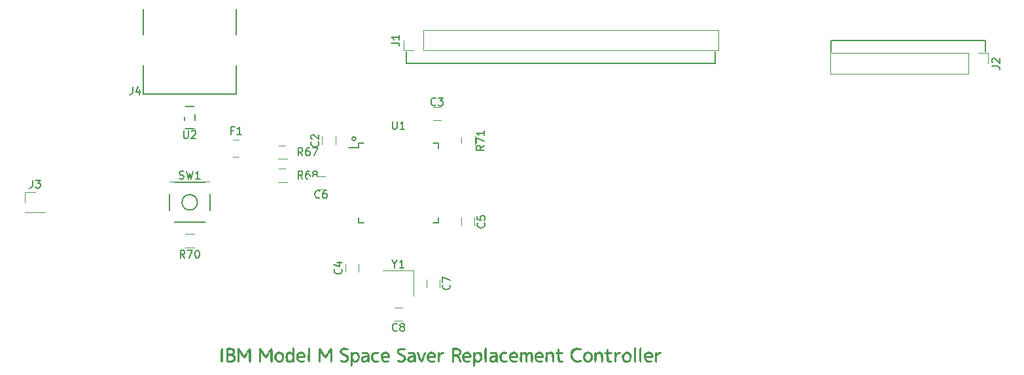
<source format=gto>
G04 #@! TF.GenerationSoftware,KiCad,Pcbnew,(5.1.2)-1*
G04 #@! TF.CreationDate,2019-05-27T01:23:31-07:00*
G04 #@! TF.ProjectId,ssk-controller,73736b2d-636f-46e7-9472-6f6c6c65722e,rev?*
G04 #@! TF.SameCoordinates,Original*
G04 #@! TF.FileFunction,Legend,Top*
G04 #@! TF.FilePolarity,Positive*
%FSLAX46Y46*%
G04 Gerber Fmt 4.6, Leading zero omitted, Abs format (unit mm)*
G04 Created by KiCad (PCBNEW (5.1.2)-1) date 2019-05-27 01:23:31*
%MOMM*%
%LPD*%
G04 APERTURE LIST*
%ADD10C,0.150000*%
%ADD11C,0.200000*%
%ADD12C,0.120000*%
%ADD13C,0.010000*%
%ADD14C,3.900000*%
%ADD15R,1.540000X2.430000*%
%ADD16O,2.100000X2.100000*%
%ADD17R,2.100000X2.100000*%
%ADD18R,1.100000X1.700000*%
%ADD19R,1.700000X1.100000*%
%ADD20R,2.200000X1.500000*%
%ADD21R,1.100000X1.000000*%
%ADD22R,1.100000X1.400000*%
%ADD23R,1.800000X1.600000*%
%ADD24R,0.950000X1.900000*%
%ADD25R,1.900000X0.950000*%
%ADD26R,1.650000X1.400000*%
%ADD27R,1.400000X1.650000*%
G04 APERTURE END LIST*
D10*
X109000000Y-61000000D02*
X109000000Y-50000000D01*
X121000000Y-61000000D02*
X109000000Y-61000000D01*
X121000000Y-50000000D02*
X121000000Y-61000000D01*
D11*
X136500000Y-66750000D02*
G75*
G03X136500000Y-66750000I-250000J0D01*
G01*
X143000000Y-57000000D02*
X143000000Y-55500000D01*
X183000000Y-57000000D02*
X143000000Y-57000000D01*
X183000000Y-55500000D02*
X183000000Y-57000000D01*
X218000000Y-54000000D02*
X218000000Y-55500000D01*
X198000000Y-54000000D02*
X218000000Y-54000000D01*
X198000000Y-55500000D02*
X198000000Y-54000000D01*
D12*
X122000000Y-69070000D02*
X120000000Y-69070000D01*
X120000000Y-66930000D02*
X122000000Y-66930000D01*
X142670000Y-55330000D02*
X142670000Y-54000000D01*
X144000000Y-55330000D02*
X142670000Y-55330000D01*
X145270000Y-55330000D02*
X145270000Y-52670000D01*
X145270000Y-52670000D02*
X183430000Y-52670000D01*
X145270000Y-55330000D02*
X183430000Y-55330000D01*
X183430000Y-55330000D02*
X183430000Y-52670000D01*
X218330000Y-55670000D02*
X218330000Y-57000000D01*
X217000000Y-55670000D02*
X218330000Y-55670000D01*
X215730000Y-55670000D02*
X215730000Y-58330000D01*
X215730000Y-58330000D02*
X197890000Y-58330000D01*
X215730000Y-55670000D02*
X197890000Y-55670000D01*
X197890000Y-55670000D02*
X197890000Y-58330000D01*
X126400000Y-67620000D02*
X127600000Y-67620000D01*
X127600000Y-69380000D02*
X126400000Y-69380000D01*
X127600000Y-72380000D02*
X126400000Y-72380000D01*
X126400000Y-70620000D02*
X127600000Y-70620000D01*
X114400000Y-79120000D02*
X115600000Y-79120000D01*
X115600000Y-80880000D02*
X114400000Y-80880000D01*
X150120000Y-67600000D02*
X150120000Y-66400000D01*
X151880000Y-66400000D02*
X151880000Y-67600000D01*
D10*
X116000000Y-75000000D02*
G75*
G03X116000000Y-75000000I-1000000J0D01*
G01*
X117600000Y-72400000D02*
X117600000Y-77600000D01*
X112400000Y-72400000D02*
X117600000Y-72400000D01*
X112400000Y-77600000D02*
X112400000Y-72400000D01*
X117600000Y-77600000D02*
X112400000Y-77600000D01*
X114350000Y-65450000D02*
X115650000Y-65450000D01*
X114350000Y-62550000D02*
X114350000Y-65450000D01*
X115650000Y-62550000D02*
X114350000Y-62550000D01*
X115650000Y-62550000D02*
X115650000Y-65450000D01*
D12*
X144000000Y-83850000D02*
X140000000Y-83850000D01*
X144000000Y-87150000D02*
X144000000Y-83850000D01*
D10*
X136825000Y-67900000D02*
X135550000Y-67900000D01*
X147175000Y-67325000D02*
X146500000Y-67325000D01*
X147175000Y-77675000D02*
X146500000Y-77675000D01*
X136825000Y-77675000D02*
X137500000Y-77675000D01*
X136825000Y-67325000D02*
X137500000Y-67325000D01*
X136825000Y-77675000D02*
X136825000Y-77000000D01*
X147175000Y-77675000D02*
X147175000Y-77000000D01*
X147175000Y-67325000D02*
X147175000Y-68000000D01*
X136825000Y-67325000D02*
X136825000Y-67900000D01*
D12*
X132150000Y-66500000D02*
X132150000Y-67500000D01*
X133850000Y-67500000D02*
X133850000Y-66500000D01*
X147500000Y-62650000D02*
X146500000Y-62650000D01*
X146500000Y-64350000D02*
X147500000Y-64350000D01*
X136850000Y-84000000D02*
X136850000Y-83000000D01*
X135150000Y-83000000D02*
X135150000Y-84000000D01*
X150150000Y-77000000D02*
X150150000Y-78000000D01*
X151850000Y-78000000D02*
X151850000Y-77000000D01*
X132500000Y-71650000D02*
X131500000Y-71650000D01*
X131500000Y-73350000D02*
X132500000Y-73350000D01*
X147350000Y-86000000D02*
X147350000Y-85000000D01*
X145650000Y-85000000D02*
X145650000Y-86000000D01*
X141500000Y-90350000D02*
X142500000Y-90350000D01*
X142500000Y-88650000D02*
X141500000Y-88650000D01*
X93670000Y-73670000D02*
X95000000Y-73670000D01*
X93670000Y-75000000D02*
X93670000Y-73670000D01*
X93670000Y-76270000D02*
X96330000Y-76270000D01*
X96330000Y-76270000D02*
X96330000Y-76330000D01*
X93670000Y-76270000D02*
X93670000Y-76330000D01*
X93670000Y-76330000D02*
X96330000Y-76330000D01*
D13*
G36*
X175947740Y-94390455D02*
G01*
X175973775Y-94437566D01*
X175929280Y-94499068D01*
X175819030Y-94550890D01*
X175812512Y-94552631D01*
X175671896Y-94620209D01*
X175537023Y-94731559D01*
X175520412Y-94750258D01*
X175450897Y-94845397D01*
X175411185Y-94945480D01*
X175393283Y-95082967D01*
X175389200Y-95283297D01*
X175385298Y-95482267D01*
X175371002Y-95598677D01*
X175342428Y-95651357D01*
X175311405Y-95660400D01*
X175227109Y-95622865D01*
X175207991Y-95593635D01*
X175198784Y-95517722D01*
X175193833Y-95364365D01*
X175193572Y-95157647D01*
X175196885Y-94975468D01*
X175207930Y-94707688D01*
X175225460Y-94530116D01*
X175251076Y-94431473D01*
X175278256Y-94401880D01*
X175342234Y-94424991D01*
X175371901Y-94482135D01*
X175394828Y-94546676D01*
X175435657Y-94555812D01*
X175525236Y-94511103D01*
X175559044Y-94491590D01*
X175705156Y-94422692D01*
X175840303Y-94382687D01*
X175846400Y-94381802D01*
X175947740Y-94390455D01*
X175947740Y-94390455D01*
G37*
X175947740Y-94390455D02*
X175973775Y-94437566D01*
X175929280Y-94499068D01*
X175819030Y-94550890D01*
X175812512Y-94552631D01*
X175671896Y-94620209D01*
X175537023Y-94731559D01*
X175520412Y-94750258D01*
X175450897Y-94845397D01*
X175411185Y-94945480D01*
X175393283Y-95082967D01*
X175389200Y-95283297D01*
X175385298Y-95482267D01*
X175371002Y-95598677D01*
X175342428Y-95651357D01*
X175311405Y-95660400D01*
X175227109Y-95622865D01*
X175207991Y-95593635D01*
X175198784Y-95517722D01*
X175193833Y-95364365D01*
X175193572Y-95157647D01*
X175196885Y-94975468D01*
X175207930Y-94707688D01*
X175225460Y-94530116D01*
X175251076Y-94431473D01*
X175278256Y-94401880D01*
X175342234Y-94424991D01*
X175371901Y-94482135D01*
X175394828Y-94546676D01*
X175435657Y-94555812D01*
X175525236Y-94511103D01*
X175559044Y-94491590D01*
X175705156Y-94422692D01*
X175840303Y-94382687D01*
X175846400Y-94381802D01*
X175947740Y-94390455D01*
G36*
X173293700Y-93841270D02*
G01*
X173325904Y-93855601D01*
X173349294Y-93893707D01*
X173365256Y-93969675D01*
X173375172Y-94097591D01*
X173380427Y-94291544D01*
X173382406Y-94565620D01*
X173382600Y-94746000D01*
X173381785Y-95067695D01*
X173378420Y-95301883D01*
X173371119Y-95462653D01*
X173358499Y-95564091D01*
X173339174Y-95620283D01*
X173311762Y-95645318D01*
X173293700Y-95650729D01*
X173262130Y-95649911D01*
X173239032Y-95624619D01*
X173223097Y-95561533D01*
X173213017Y-95447333D01*
X173207483Y-95268700D01*
X173205186Y-95012315D01*
X173204800Y-94745999D01*
X173205465Y-94418762D01*
X173208333Y-94179802D01*
X173214712Y-94015798D01*
X173225913Y-93913431D01*
X173243242Y-93859383D01*
X173268010Y-93840332D01*
X173293700Y-93841270D01*
X173293700Y-93841270D01*
G37*
X173293700Y-93841270D02*
X173325904Y-93855601D01*
X173349294Y-93893707D01*
X173365256Y-93969675D01*
X173375172Y-94097591D01*
X173380427Y-94291544D01*
X173382406Y-94565620D01*
X173382600Y-94746000D01*
X173381785Y-95067695D01*
X173378420Y-95301883D01*
X173371119Y-95462653D01*
X173358499Y-95564091D01*
X173339174Y-95620283D01*
X173311762Y-95645318D01*
X173293700Y-95650729D01*
X173262130Y-95649911D01*
X173239032Y-95624619D01*
X173223097Y-95561533D01*
X173213017Y-95447333D01*
X173207483Y-95268700D01*
X173205186Y-95012315D01*
X173204800Y-94745999D01*
X173205465Y-94418762D01*
X173208333Y-94179802D01*
X173214712Y-94015798D01*
X173225913Y-93913431D01*
X173243242Y-93859383D01*
X173268010Y-93840332D01*
X173293700Y-93841270D01*
G36*
X172631319Y-93835930D02*
G01*
X172657682Y-93858119D01*
X172675822Y-93911958D01*
X172687271Y-94011242D01*
X172693562Y-94169763D01*
X172696227Y-94401316D01*
X172696798Y-94719693D01*
X172696800Y-94746000D01*
X172696318Y-95071076D01*
X172693853Y-95308346D01*
X172687871Y-95471605D01*
X172676839Y-95574645D01*
X172659226Y-95631260D01*
X172633498Y-95655243D01*
X172598122Y-95660388D01*
X172595200Y-95660400D01*
X172559080Y-95656069D01*
X172532717Y-95633880D01*
X172514577Y-95580041D01*
X172503128Y-95480757D01*
X172496837Y-95322236D01*
X172494172Y-95090683D01*
X172493601Y-94772306D01*
X172493600Y-94746000D01*
X172494081Y-94420923D01*
X172496546Y-94183653D01*
X172502528Y-94020394D01*
X172513560Y-93917354D01*
X172531173Y-93860739D01*
X172556901Y-93836756D01*
X172592277Y-93831611D01*
X172595200Y-93831600D01*
X172631319Y-93835930D01*
X172631319Y-93835930D01*
G37*
X172631319Y-93835930D02*
X172657682Y-93858119D01*
X172675822Y-93911958D01*
X172687271Y-94011242D01*
X172693562Y-94169763D01*
X172696227Y-94401316D01*
X172696798Y-94719693D01*
X172696800Y-94746000D01*
X172696318Y-95071076D01*
X172693853Y-95308346D01*
X172687871Y-95471605D01*
X172676839Y-95574645D01*
X172659226Y-95631260D01*
X172633498Y-95655243D01*
X172598122Y-95660388D01*
X172595200Y-95660400D01*
X172559080Y-95656069D01*
X172532717Y-95633880D01*
X172514577Y-95580041D01*
X172503128Y-95480757D01*
X172496837Y-95322236D01*
X172494172Y-95090683D01*
X172493601Y-94772306D01*
X172493600Y-94746000D01*
X172494081Y-94420923D01*
X172496546Y-94183653D01*
X172502528Y-94020394D01*
X172513560Y-93917354D01*
X172531173Y-93860739D01*
X172556901Y-93836756D01*
X172592277Y-93831611D01*
X172595200Y-93831600D01*
X172631319Y-93835930D01*
G36*
X170714805Y-94389908D02*
G01*
X170756637Y-94450158D01*
X170709211Y-94510197D01*
X170583967Y-94556345D01*
X170573813Y-94558457D01*
X170425512Y-94613237D01*
X170306056Y-94687378D01*
X170243216Y-94749715D01*
X170202939Y-94830047D01*
X170177899Y-94954062D01*
X170160771Y-95147447D01*
X170156800Y-95210772D01*
X170140558Y-95424194D01*
X170119768Y-95555591D01*
X170089345Y-95624535D01*
X170044208Y-95650599D01*
X170042500Y-95650937D01*
X170005598Y-95649659D01*
X169980541Y-95618741D01*
X169965078Y-95542428D01*
X169956954Y-95404960D01*
X169953918Y-95190584D01*
X169953600Y-95029124D01*
X169955159Y-94761260D01*
X169961166Y-94579236D01*
X169973615Y-94467325D01*
X169994499Y-94409798D01*
X170025812Y-94390926D01*
X170034555Y-94390400D01*
X170111114Y-94433114D01*
X170142611Y-94494030D01*
X170173813Y-94564974D01*
X170228063Y-94546505D01*
X170252155Y-94526624D01*
X170375968Y-94449561D01*
X170523974Y-94395506D01*
X170655418Y-94376502D01*
X170714805Y-94389908D01*
X170714805Y-94389908D01*
G37*
X170714805Y-94389908D02*
X170756637Y-94450158D01*
X170709211Y-94510197D01*
X170583967Y-94556345D01*
X170573813Y-94558457D01*
X170425512Y-94613237D01*
X170306056Y-94687378D01*
X170243216Y-94749715D01*
X170202939Y-94830047D01*
X170177899Y-94954062D01*
X170160771Y-95147447D01*
X170156800Y-95210772D01*
X170140558Y-95424194D01*
X170119768Y-95555591D01*
X170089345Y-95624535D01*
X170044208Y-95650599D01*
X170042500Y-95650937D01*
X170005598Y-95649659D01*
X169980541Y-95618741D01*
X169965078Y-95542428D01*
X169956954Y-95404960D01*
X169953918Y-95190584D01*
X169953600Y-95029124D01*
X169955159Y-94761260D01*
X169961166Y-94579236D01*
X169973615Y-94467325D01*
X169994499Y-94409798D01*
X170025812Y-94390926D01*
X170034555Y-94390400D01*
X170111114Y-94433114D01*
X170142611Y-94494030D01*
X170173813Y-94564974D01*
X170228063Y-94546505D01*
X170252155Y-94526624D01*
X170375968Y-94449561D01*
X170523974Y-94395506D01*
X170655418Y-94376502D01*
X170714805Y-94389908D01*
G36*
X168160779Y-94392758D02*
G01*
X168303440Y-94512774D01*
X168318217Y-94534096D01*
X168362588Y-94630772D01*
X168389551Y-94770388D01*
X168402195Y-94975040D01*
X168404200Y-95149031D01*
X168401962Y-95376923D01*
X168393002Y-95522292D01*
X168373944Y-95604159D01*
X168341415Y-95641548D01*
X168315300Y-95650299D01*
X168272667Y-95648579D01*
X168246244Y-95610696D01*
X168232268Y-95518357D01*
X168226975Y-95353272D01*
X168226400Y-95218228D01*
X168215843Y-94932416D01*
X168180601Y-94734282D01*
X168115318Y-94611758D01*
X168014638Y-94552778D01*
X167926592Y-94542800D01*
X167785495Y-94568195D01*
X167684680Y-94652283D01*
X167617597Y-94806915D01*
X167577693Y-95043941D01*
X167566000Y-95195080D01*
X167550204Y-95412779D01*
X167530295Y-95548186D01*
X167501429Y-95620607D01*
X167458767Y-95649347D01*
X167451700Y-95650931D01*
X167414798Y-95649656D01*
X167389742Y-95618741D01*
X167374278Y-95542429D01*
X167366154Y-95404965D01*
X167363118Y-95190591D01*
X167362800Y-95029124D01*
X167364502Y-94760009D01*
X167370864Y-94577024D01*
X167383765Y-94464735D01*
X167405084Y-94407712D01*
X167436700Y-94390522D01*
X167440594Y-94390400D01*
X167525313Y-94428988D01*
X167544706Y-94458983D01*
X167579838Y-94494253D01*
X167656416Y-94480495D01*
X167765891Y-94431154D01*
X167979761Y-94365210D01*
X168160779Y-94392758D01*
X168160779Y-94392758D01*
G37*
X168160779Y-94392758D02*
X168303440Y-94512774D01*
X168318217Y-94534096D01*
X168362588Y-94630772D01*
X168389551Y-94770388D01*
X168402195Y-94975040D01*
X168404200Y-95149031D01*
X168401962Y-95376923D01*
X168393002Y-95522292D01*
X168373944Y-95604159D01*
X168341415Y-95641548D01*
X168315300Y-95650299D01*
X168272667Y-95648579D01*
X168246244Y-95610696D01*
X168232268Y-95518357D01*
X168226975Y-95353272D01*
X168226400Y-95218228D01*
X168215843Y-94932416D01*
X168180601Y-94734282D01*
X168115318Y-94611758D01*
X168014638Y-94552778D01*
X167926592Y-94542800D01*
X167785495Y-94568195D01*
X167684680Y-94652283D01*
X167617597Y-94806915D01*
X167577693Y-95043941D01*
X167566000Y-95195080D01*
X167550204Y-95412779D01*
X167530295Y-95548186D01*
X167501429Y-95620607D01*
X167458767Y-95649347D01*
X167451700Y-95650931D01*
X167414798Y-95649656D01*
X167389742Y-95618741D01*
X167374278Y-95542429D01*
X167366154Y-95404965D01*
X167363118Y-95190591D01*
X167362800Y-95029124D01*
X167364502Y-94760009D01*
X167370864Y-94577024D01*
X167383765Y-94464735D01*
X167405084Y-94407712D01*
X167436700Y-94390522D01*
X167440594Y-94390400D01*
X167525313Y-94428988D01*
X167544706Y-94458983D01*
X167579838Y-94494253D01*
X167656416Y-94480495D01*
X167765891Y-94431154D01*
X167979761Y-94365210D01*
X168160779Y-94392758D01*
G36*
X161854010Y-94419182D02*
G01*
X161978803Y-94529959D01*
X162026671Y-94606058D01*
X162056832Y-94702762D01*
X162073068Y-94843810D01*
X162079157Y-95052943D01*
X162079600Y-95162975D01*
X162077930Y-95393654D01*
X162070800Y-95540213D01*
X162055029Y-95620107D01*
X162027439Y-95650791D01*
X161990700Y-95650917D01*
X161947753Y-95628254D01*
X161918208Y-95567328D01*
X161897806Y-95449548D01*
X161882290Y-95256323D01*
X161876400Y-95151892D01*
X161861203Y-94935482D01*
X161841495Y-94754639D01*
X161820457Y-94635464D01*
X161809901Y-94606300D01*
X161724602Y-94555643D01*
X161589404Y-94546283D01*
X161447907Y-94579764D01*
X161421203Y-94592527D01*
X161317887Y-94704115D01*
X161249768Y-94906810D01*
X161218180Y-95195928D01*
X161216000Y-95312380D01*
X161211529Y-95502386D01*
X161195251Y-95610312D01*
X161162864Y-95655400D01*
X161138205Y-95660400D01*
X161053909Y-95622865D01*
X161034791Y-95593635D01*
X161025607Y-95517800D01*
X161020651Y-95364421D01*
X161020350Y-95157482D01*
X161023685Y-94971937D01*
X161032076Y-94724707D01*
X161043937Y-94561442D01*
X161062458Y-94464508D01*
X161090827Y-94416270D01*
X161127100Y-94399977D01*
X161199141Y-94417791D01*
X161216000Y-94491903D01*
X161222889Y-94566704D01*
X161260115Y-94554991D01*
X161300083Y-94516774D01*
X161479951Y-94395243D01*
X161672082Y-94362858D01*
X161854010Y-94419182D01*
X161854010Y-94419182D01*
G37*
X161854010Y-94419182D02*
X161978803Y-94529959D01*
X162026671Y-94606058D01*
X162056832Y-94702762D01*
X162073068Y-94843810D01*
X162079157Y-95052943D01*
X162079600Y-95162975D01*
X162077930Y-95393654D01*
X162070800Y-95540213D01*
X162055029Y-95620107D01*
X162027439Y-95650791D01*
X161990700Y-95650917D01*
X161947753Y-95628254D01*
X161918208Y-95567328D01*
X161897806Y-95449548D01*
X161882290Y-95256323D01*
X161876400Y-95151892D01*
X161861203Y-94935482D01*
X161841495Y-94754639D01*
X161820457Y-94635464D01*
X161809901Y-94606300D01*
X161724602Y-94555643D01*
X161589404Y-94546283D01*
X161447907Y-94579764D01*
X161421203Y-94592527D01*
X161317887Y-94704115D01*
X161249768Y-94906810D01*
X161218180Y-95195928D01*
X161216000Y-95312380D01*
X161211529Y-95502386D01*
X161195251Y-95610312D01*
X161162864Y-95655400D01*
X161138205Y-95660400D01*
X161053909Y-95622865D01*
X161034791Y-95593635D01*
X161025607Y-95517800D01*
X161020651Y-95364421D01*
X161020350Y-95157482D01*
X161023685Y-94971937D01*
X161032076Y-94724707D01*
X161043937Y-94561442D01*
X161062458Y-94464508D01*
X161090827Y-94416270D01*
X161127100Y-94399977D01*
X161199141Y-94417791D01*
X161216000Y-94491903D01*
X161222889Y-94566704D01*
X161260115Y-94554991D01*
X161300083Y-94516774D01*
X161479951Y-94395243D01*
X161672082Y-94362858D01*
X161854010Y-94419182D01*
G36*
X159102281Y-94388301D02*
G01*
X159200759Y-94442233D01*
X159268056Y-94527532D01*
X159309525Y-94661594D01*
X159330522Y-94861816D01*
X159336399Y-95145595D01*
X159336400Y-95149060D01*
X159333839Y-95387366D01*
X159324538Y-95540656D01*
X159306071Y-95625426D01*
X159276011Y-95658168D01*
X159261167Y-95660400D01*
X159209440Y-95641356D01*
X159172364Y-95574861D01*
X159146949Y-95446868D01*
X159130204Y-95243329D01*
X159120539Y-95000000D01*
X159107800Y-94568200D01*
X158941490Y-94552191D01*
X158826655Y-94552938D01*
X158757853Y-94601223D01*
X158700190Y-94715659D01*
X158658692Y-94872834D01*
X158632168Y-95092125D01*
X158625200Y-95281493D01*
X158622618Y-95477932D01*
X158611751Y-95592279D01*
X158587921Y-95643980D01*
X158546446Y-95652478D01*
X158536300Y-95650836D01*
X158494168Y-95629501D01*
X158466182Y-95572368D01*
X158448533Y-95460760D01*
X158437412Y-95276006D01*
X158432917Y-95143852D01*
X158418476Y-94875511D01*
X158389735Y-94695726D01*
X158340468Y-94591774D01*
X158264451Y-94550931D01*
X158155458Y-94560475D01*
X158148335Y-94562221D01*
X158040205Y-94630236D01*
X157966646Y-94775625D01*
X157925389Y-95005407D01*
X157914000Y-95286980D01*
X157910033Y-95484831D01*
X157895510Y-95600183D01*
X157866496Y-95651919D01*
X157836205Y-95660400D01*
X157751909Y-95622865D01*
X157732791Y-95593635D01*
X157723607Y-95517800D01*
X157718651Y-95364421D01*
X157718350Y-95157482D01*
X157721685Y-94971937D01*
X157730076Y-94724707D01*
X157741937Y-94561442D01*
X157760458Y-94464508D01*
X157788827Y-94416270D01*
X157825100Y-94399977D01*
X157900376Y-94420062D01*
X157914000Y-94470748D01*
X157921108Y-94527590D01*
X157958972Y-94515444D01*
X158016255Y-94466006D01*
X158169837Y-94385120D01*
X158339666Y-94381783D01*
X158488472Y-94453795D01*
X158528565Y-94496233D01*
X158592934Y-94561903D01*
X158623671Y-94557850D01*
X158624070Y-94552907D01*
X158670125Y-94480758D01*
X158781828Y-94419169D01*
X158923242Y-94380511D01*
X159058431Y-94377154D01*
X159102281Y-94388301D01*
X159102281Y-94388301D01*
G37*
X159102281Y-94388301D02*
X159200759Y-94442233D01*
X159268056Y-94527532D01*
X159309525Y-94661594D01*
X159330522Y-94861816D01*
X159336399Y-95145595D01*
X159336400Y-95149060D01*
X159333839Y-95387366D01*
X159324538Y-95540656D01*
X159306071Y-95625426D01*
X159276011Y-95658168D01*
X159261167Y-95660400D01*
X159209440Y-95641356D01*
X159172364Y-95574861D01*
X159146949Y-95446868D01*
X159130204Y-95243329D01*
X159120539Y-95000000D01*
X159107800Y-94568200D01*
X158941490Y-94552191D01*
X158826655Y-94552938D01*
X158757853Y-94601223D01*
X158700190Y-94715659D01*
X158658692Y-94872834D01*
X158632168Y-95092125D01*
X158625200Y-95281493D01*
X158622618Y-95477932D01*
X158611751Y-95592279D01*
X158587921Y-95643980D01*
X158546446Y-95652478D01*
X158536300Y-95650836D01*
X158494168Y-95629501D01*
X158466182Y-95572368D01*
X158448533Y-95460760D01*
X158437412Y-95276006D01*
X158432917Y-95143852D01*
X158418476Y-94875511D01*
X158389735Y-94695726D01*
X158340468Y-94591774D01*
X158264451Y-94550931D01*
X158155458Y-94560475D01*
X158148335Y-94562221D01*
X158040205Y-94630236D01*
X157966646Y-94775625D01*
X157925389Y-95005407D01*
X157914000Y-95286980D01*
X157910033Y-95484831D01*
X157895510Y-95600183D01*
X157866496Y-95651919D01*
X157836205Y-95660400D01*
X157751909Y-95622865D01*
X157732791Y-95593635D01*
X157723607Y-95517800D01*
X157718651Y-95364421D01*
X157718350Y-95157482D01*
X157721685Y-94971937D01*
X157730076Y-94724707D01*
X157741937Y-94561442D01*
X157760458Y-94464508D01*
X157788827Y-94416270D01*
X157825100Y-94399977D01*
X157900376Y-94420062D01*
X157914000Y-94470748D01*
X157921108Y-94527590D01*
X157958972Y-94515444D01*
X158016255Y-94466006D01*
X158169837Y-94385120D01*
X158339666Y-94381783D01*
X158488472Y-94453795D01*
X158528565Y-94496233D01*
X158592934Y-94561903D01*
X158623671Y-94557850D01*
X158624070Y-94552907D01*
X158670125Y-94480758D01*
X158781828Y-94419169D01*
X158923242Y-94380511D01*
X159058431Y-94377154D01*
X159102281Y-94388301D01*
G36*
X153312226Y-93856054D02*
G01*
X153346349Y-93887697D01*
X153361506Y-93960897D01*
X153373831Y-94113758D01*
X153383123Y-94324377D01*
X153389178Y-94570849D01*
X153391796Y-94831271D01*
X153390773Y-95083737D01*
X153385908Y-95306344D01*
X153376998Y-95477188D01*
X153363842Y-95574364D01*
X153361964Y-95580045D01*
X153292972Y-95651955D01*
X153200215Y-95647102D01*
X153172666Y-95626533D01*
X153161464Y-95566879D01*
X153151826Y-95423074D01*
X153144415Y-95212562D01*
X153139894Y-94952786D01*
X153138800Y-94735938D01*
X153139940Y-94417071D01*
X153144231Y-94185558D01*
X153152976Y-94027170D01*
X153167477Y-93927677D01*
X153189039Y-93872850D01*
X153218963Y-93848460D01*
X153220126Y-93848003D01*
X153312226Y-93856054D01*
X153312226Y-93856054D01*
G37*
X153312226Y-93856054D02*
X153346349Y-93887697D01*
X153361506Y-93960897D01*
X153373831Y-94113758D01*
X153383123Y-94324377D01*
X153389178Y-94570849D01*
X153391796Y-94831271D01*
X153390773Y-95083737D01*
X153385908Y-95306344D01*
X153376998Y-95477188D01*
X153363842Y-95574364D01*
X153361964Y-95580045D01*
X153292972Y-95651955D01*
X153200215Y-95647102D01*
X153172666Y-95626533D01*
X153161464Y-95566879D01*
X153151826Y-95423074D01*
X153144415Y-95212562D01*
X153139894Y-94952786D01*
X153138800Y-94735938D01*
X153139940Y-94417071D01*
X153144231Y-94185558D01*
X153152976Y-94027170D01*
X153167477Y-93927677D01*
X153189039Y-93872850D01*
X153218963Y-93848460D01*
X153220126Y-93848003D01*
X153312226Y-93856054D01*
G36*
X149447712Y-93848815D02*
G01*
X149664633Y-93884583D01*
X149840152Y-93946578D01*
X149884192Y-93973801D01*
X150019728Y-94133373D01*
X150075211Y-94332629D01*
X150041620Y-94538871D01*
X150040700Y-94541108D01*
X149988418Y-94646835D01*
X149947258Y-94696349D01*
X149944936Y-94696815D01*
X149883869Y-94725508D01*
X149815495Y-94772207D01*
X149749575Y-94836950D01*
X149765217Y-94898864D01*
X149794643Y-94935692D01*
X149857521Y-95033601D01*
X149928041Y-95178533D01*
X149995039Y-95341577D01*
X150047350Y-95493826D01*
X150073813Y-95606370D01*
X150069604Y-95647728D01*
X150000205Y-95658349D01*
X149914483Y-95584594D01*
X149824565Y-95439625D01*
X149775420Y-95328485D01*
X149679746Y-95114727D01*
X149584918Y-94983373D01*
X149472583Y-94917055D01*
X149324388Y-94898406D01*
X149320926Y-94898400D01*
X149125600Y-94898400D01*
X149125600Y-95279400D01*
X149123200Y-95474200D01*
X149112258Y-95588497D01*
X149087159Y-95643347D01*
X149042288Y-95659802D01*
X149024000Y-95660400D01*
X148987005Y-95655878D01*
X148960280Y-95632861D01*
X148942159Y-95577171D01*
X148930977Y-95474627D01*
X148925067Y-95311052D01*
X148922765Y-95072266D01*
X148922400Y-94795542D01*
X148922400Y-94034800D01*
X149125600Y-94034800D01*
X149125600Y-94695200D01*
X149381909Y-94695200D01*
X149560684Y-94683001D01*
X149682113Y-94637176D01*
X149762909Y-94570509D01*
X149848053Y-94463455D01*
X149887301Y-94370903D01*
X149887600Y-94365000D01*
X149853798Y-94276011D01*
X149771555Y-94168331D01*
X149762909Y-94159490D01*
X149656797Y-94078453D01*
X149525820Y-94041673D01*
X149381909Y-94034800D01*
X149125600Y-94034800D01*
X148922400Y-94034800D01*
X148922400Y-93930685D01*
X149062100Y-93876389D01*
X149232498Y-93844381D01*
X149447712Y-93848815D01*
X149447712Y-93848815D01*
G37*
X149447712Y-93848815D02*
X149664633Y-93884583D01*
X149840152Y-93946578D01*
X149884192Y-93973801D01*
X150019728Y-94133373D01*
X150075211Y-94332629D01*
X150041620Y-94538871D01*
X150040700Y-94541108D01*
X149988418Y-94646835D01*
X149947258Y-94696349D01*
X149944936Y-94696815D01*
X149883869Y-94725508D01*
X149815495Y-94772207D01*
X149749575Y-94836950D01*
X149765217Y-94898864D01*
X149794643Y-94935692D01*
X149857521Y-95033601D01*
X149928041Y-95178533D01*
X149995039Y-95341577D01*
X150047350Y-95493826D01*
X150073813Y-95606370D01*
X150069604Y-95647728D01*
X150000205Y-95658349D01*
X149914483Y-95584594D01*
X149824565Y-95439625D01*
X149775420Y-95328485D01*
X149679746Y-95114727D01*
X149584918Y-94983373D01*
X149472583Y-94917055D01*
X149324388Y-94898406D01*
X149320926Y-94898400D01*
X149125600Y-94898400D01*
X149125600Y-95279400D01*
X149123200Y-95474200D01*
X149112258Y-95588497D01*
X149087159Y-95643347D01*
X149042288Y-95659802D01*
X149024000Y-95660400D01*
X148987005Y-95655878D01*
X148960280Y-95632861D01*
X148942159Y-95577171D01*
X148930977Y-95474627D01*
X148925067Y-95311052D01*
X148922765Y-95072266D01*
X148922400Y-94795542D01*
X148922400Y-94034800D01*
X149125600Y-94034800D01*
X149125600Y-94695200D01*
X149381909Y-94695200D01*
X149560684Y-94683001D01*
X149682113Y-94637176D01*
X149762909Y-94570509D01*
X149848053Y-94463455D01*
X149887301Y-94370903D01*
X149887600Y-94365000D01*
X149853798Y-94276011D01*
X149771555Y-94168331D01*
X149762909Y-94159490D01*
X149656797Y-94078453D01*
X149525820Y-94041673D01*
X149381909Y-94034800D01*
X149125600Y-94034800D01*
X148922400Y-94034800D01*
X148922400Y-93930685D01*
X149062100Y-93876389D01*
X149232498Y-93844381D01*
X149447712Y-93848815D01*
G36*
X147818465Y-94403693D02*
G01*
X147844056Y-94447068D01*
X147815974Y-94519912D01*
X147715165Y-94558186D01*
X147565708Y-94613242D01*
X147446056Y-94687378D01*
X147383216Y-94749715D01*
X147342939Y-94830047D01*
X147317899Y-94954062D01*
X147300771Y-95147447D01*
X147296800Y-95210772D01*
X147280558Y-95424194D01*
X147259768Y-95555591D01*
X147229345Y-95624535D01*
X147184208Y-95650599D01*
X147182500Y-95650937D01*
X147145598Y-95649659D01*
X147120541Y-95618741D01*
X147105078Y-95542428D01*
X147096954Y-95404960D01*
X147093918Y-95190584D01*
X147093600Y-95029124D01*
X147095578Y-94757171D01*
X147102631Y-94572052D01*
X147116435Y-94459061D01*
X147138665Y-94403487D01*
X147166376Y-94390400D01*
X147238967Y-94432683D01*
X147271140Y-94491181D01*
X147297773Y-94556446D01*
X147338301Y-94560782D01*
X147425011Y-94504792D01*
X147439663Y-94494326D01*
X147590986Y-94411134D01*
X147725598Y-94379948D01*
X147818465Y-94403693D01*
X147818465Y-94403693D01*
G37*
X147818465Y-94403693D02*
X147844056Y-94447068D01*
X147815974Y-94519912D01*
X147715165Y-94558186D01*
X147565708Y-94613242D01*
X147446056Y-94687378D01*
X147383216Y-94749715D01*
X147342939Y-94830047D01*
X147317899Y-94954062D01*
X147300771Y-95147447D01*
X147296800Y-95210772D01*
X147280558Y-95424194D01*
X147259768Y-95555591D01*
X147229345Y-95624535D01*
X147184208Y-95650599D01*
X147182500Y-95650937D01*
X147145598Y-95649659D01*
X147120541Y-95618741D01*
X147105078Y-95542428D01*
X147096954Y-95404960D01*
X147093918Y-95190584D01*
X147093600Y-95029124D01*
X147095578Y-94757171D01*
X147102631Y-94572052D01*
X147116435Y-94459061D01*
X147138665Y-94403487D01*
X147166376Y-94390400D01*
X147238967Y-94432683D01*
X147271140Y-94491181D01*
X147297773Y-94556446D01*
X147338301Y-94560782D01*
X147425011Y-94504792D01*
X147439663Y-94494326D01*
X147590986Y-94411134D01*
X147725598Y-94379948D01*
X147818465Y-94403693D01*
G36*
X145498090Y-94403557D02*
G01*
X145494603Y-94461721D01*
X145459840Y-94595285D01*
X145399512Y-94785019D01*
X145319329Y-95011696D01*
X145310027Y-95036760D01*
X145211525Y-95293552D01*
X145136277Y-95468566D01*
X145076194Y-95576668D01*
X145023186Y-95632723D01*
X144975910Y-95650812D01*
X144855303Y-95620423D01*
X144790965Y-95549212D01*
X144743988Y-95454030D01*
X144675461Y-95291213D01*
X144596218Y-95089425D01*
X144517097Y-94877330D01*
X144448932Y-94683593D01*
X144402560Y-94536877D01*
X144391310Y-94492000D01*
X144417582Y-94428179D01*
X144473133Y-94415800D01*
X144522247Y-94433399D01*
X144571877Y-94495989D01*
X144629475Y-94618252D01*
X144702498Y-94814875D01*
X144756783Y-94974550D01*
X144943099Y-95533300D01*
X145119673Y-95003579D01*
X145230550Y-94702082D01*
X145329030Y-94499746D01*
X145414804Y-94397062D01*
X145487562Y-94394522D01*
X145498090Y-94403557D01*
X145498090Y-94403557D01*
G37*
X145498090Y-94403557D02*
X145494603Y-94461721D01*
X145459840Y-94595285D01*
X145399512Y-94785019D01*
X145319329Y-95011696D01*
X145310027Y-95036760D01*
X145211525Y-95293552D01*
X145136277Y-95468566D01*
X145076194Y-95576668D01*
X145023186Y-95632723D01*
X144975910Y-95650812D01*
X144855303Y-95620423D01*
X144790965Y-95549212D01*
X144743988Y-95454030D01*
X144675461Y-95291213D01*
X144596218Y-95089425D01*
X144517097Y-94877330D01*
X144448932Y-94683593D01*
X144402560Y-94536877D01*
X144391310Y-94492000D01*
X144417582Y-94428179D01*
X144473133Y-94415800D01*
X144522247Y-94433399D01*
X144571877Y-94495989D01*
X144629475Y-94618252D01*
X144702498Y-94814875D01*
X144756783Y-94974550D01*
X144943099Y-95533300D01*
X145119673Y-95003579D01*
X145230550Y-94702082D01*
X145329030Y-94499746D01*
X145414804Y-94397062D01*
X145487562Y-94394522D01*
X145498090Y-94403557D01*
G36*
X131865362Y-93910202D02*
G01*
X131948864Y-94000368D01*
X132060116Y-94163033D01*
X132195421Y-94388301D01*
X132313673Y-94588175D01*
X132414706Y-94751165D01*
X132487304Y-94859683D01*
X132519453Y-94896301D01*
X132555613Y-94855916D01*
X132630873Y-94744535D01*
X132734053Y-94579448D01*
X132847935Y-94388305D01*
X132984164Y-94161190D01*
X133084497Y-94011643D01*
X133159348Y-93926799D01*
X133219130Y-93893793D01*
X133248882Y-93893005D01*
X133286550Y-93902937D01*
X133313747Y-93929920D01*
X133332172Y-93988406D01*
X133343528Y-94092849D01*
X133349516Y-94257704D01*
X133351838Y-94497424D01*
X133352200Y-94770704D01*
X133351348Y-95087323D01*
X133347833Y-95316639D01*
X133340209Y-95472937D01*
X133327034Y-95570508D01*
X133306864Y-95623638D01*
X133278256Y-95646617D01*
X133263300Y-95650729D01*
X133228362Y-95649702D01*
X133203932Y-95620999D01*
X133188140Y-95549767D01*
X133179117Y-95421154D01*
X133174994Y-95220306D01*
X133173909Y-94940224D01*
X133173418Y-94212600D01*
X132909138Y-94655798D01*
X132790912Y-94845336D01*
X132684489Y-95000293D01*
X132604326Y-95100421D01*
X132572990Y-95126574D01*
X132504531Y-95132237D01*
X132430773Y-95088316D01*
X132341079Y-94983286D01*
X132224812Y-94805623D01*
X132131197Y-94647880D01*
X131908022Y-94263400D01*
X131893511Y-94948572D01*
X131886278Y-95227030D01*
X131876850Y-95419832D01*
X131862877Y-95542921D01*
X131842013Y-95612240D01*
X131811909Y-95643733D01*
X131790100Y-95650797D01*
X131758089Y-95649934D01*
X131734806Y-95624199D01*
X131718876Y-95560073D01*
X131708927Y-95444033D01*
X131703587Y-95262558D01*
X131701483Y-95002127D01*
X131701200Y-94775124D01*
X131701720Y-94454403D01*
X131704330Y-94221330D01*
X131710599Y-94061954D01*
X131722099Y-93962324D01*
X131740400Y-93908490D01*
X131767073Y-93886500D01*
X131801721Y-93882400D01*
X131865362Y-93910202D01*
X131865362Y-93910202D01*
G37*
X131865362Y-93910202D02*
X131948864Y-94000368D01*
X132060116Y-94163033D01*
X132195421Y-94388301D01*
X132313673Y-94588175D01*
X132414706Y-94751165D01*
X132487304Y-94859683D01*
X132519453Y-94896301D01*
X132555613Y-94855916D01*
X132630873Y-94744535D01*
X132734053Y-94579448D01*
X132847935Y-94388305D01*
X132984164Y-94161190D01*
X133084497Y-94011643D01*
X133159348Y-93926799D01*
X133219130Y-93893793D01*
X133248882Y-93893005D01*
X133286550Y-93902937D01*
X133313747Y-93929920D01*
X133332172Y-93988406D01*
X133343528Y-94092849D01*
X133349516Y-94257704D01*
X133351838Y-94497424D01*
X133352200Y-94770704D01*
X133351348Y-95087323D01*
X133347833Y-95316639D01*
X133340209Y-95472937D01*
X133327034Y-95570508D01*
X133306864Y-95623638D01*
X133278256Y-95646617D01*
X133263300Y-95650729D01*
X133228362Y-95649702D01*
X133203932Y-95620999D01*
X133188140Y-95549767D01*
X133179117Y-95421154D01*
X133174994Y-95220306D01*
X133173909Y-94940224D01*
X133173418Y-94212600D01*
X132909138Y-94655798D01*
X132790912Y-94845336D01*
X132684489Y-95000293D01*
X132604326Y-95100421D01*
X132572990Y-95126574D01*
X132504531Y-95132237D01*
X132430773Y-95088316D01*
X132341079Y-94983286D01*
X132224812Y-94805623D01*
X132131197Y-94647880D01*
X131908022Y-94263400D01*
X131893511Y-94948572D01*
X131886278Y-95227030D01*
X131876850Y-95419832D01*
X131862877Y-95542921D01*
X131842013Y-95612240D01*
X131811909Y-95643733D01*
X131790100Y-95650797D01*
X131758089Y-95649934D01*
X131734806Y-95624199D01*
X131718876Y-95560073D01*
X131708927Y-95444033D01*
X131703587Y-95262558D01*
X131701483Y-95002127D01*
X131701200Y-94775124D01*
X131701720Y-94454403D01*
X131704330Y-94221330D01*
X131710599Y-94061954D01*
X131722099Y-93962324D01*
X131740400Y-93908490D01*
X131767073Y-93886500D01*
X131801721Y-93882400D01*
X131865362Y-93910202D01*
G36*
X130424725Y-93842060D02*
G01*
X130447846Y-93867421D01*
X130463780Y-93930651D01*
X130473844Y-94045094D01*
X130479354Y-94224096D01*
X130481627Y-94481002D01*
X130482000Y-94742275D01*
X130480987Y-95072666D01*
X130477208Y-95314582D01*
X130469551Y-95481133D01*
X130456907Y-95585431D01*
X130438164Y-95640587D01*
X130412211Y-95659711D01*
X130404205Y-95660400D01*
X130320215Y-95623627D01*
X130301295Y-95594949D01*
X130293675Y-95524141D01*
X130288707Y-95370319D01*
X130286619Y-95152040D01*
X130287642Y-94887863D01*
X130290190Y-94693895D01*
X130296367Y-94382534D01*
X130304002Y-94158305D01*
X130314838Y-94006744D01*
X130330623Y-93913383D01*
X130353102Y-93863757D01*
X130384022Y-93843399D01*
X130393100Y-93841221D01*
X130424725Y-93842060D01*
X130424725Y-93842060D01*
G37*
X130424725Y-93842060D02*
X130447846Y-93867421D01*
X130463780Y-93930651D01*
X130473844Y-94045094D01*
X130479354Y-94224096D01*
X130481627Y-94481002D01*
X130482000Y-94742275D01*
X130480987Y-95072666D01*
X130477208Y-95314582D01*
X130469551Y-95481133D01*
X130456907Y-95585431D01*
X130438164Y-95640587D01*
X130412211Y-95659711D01*
X130404205Y-95660400D01*
X130320215Y-95623627D01*
X130301295Y-95594949D01*
X130293675Y-95524141D01*
X130288707Y-95370319D01*
X130286619Y-95152040D01*
X130287642Y-94887863D01*
X130290190Y-94693895D01*
X130296367Y-94382534D01*
X130304002Y-94158305D01*
X130314838Y-94006744D01*
X130330623Y-93913383D01*
X130353102Y-93863757D01*
X130384022Y-93843399D01*
X130393100Y-93841221D01*
X130424725Y-93842060D01*
G36*
X124092191Y-93891566D02*
G01*
X124166091Y-93930722D01*
X124260859Y-94035726D01*
X124384395Y-94216472D01*
X124490467Y-94390400D01*
X124608198Y-94584597D01*
X124708568Y-94741450D01*
X124779843Y-94843171D01*
X124808760Y-94873000D01*
X124846626Y-94832239D01*
X124924424Y-94721693D01*
X125030263Y-94558962D01*
X125134824Y-94390400D01*
X125283391Y-94156278D01*
X125395717Y-94004332D01*
X125479511Y-93925136D01*
X125529438Y-93907800D01*
X125566156Y-93912681D01*
X125593074Y-93936708D01*
X125612039Y-93993950D01*
X125624899Y-94098479D01*
X125633502Y-94264365D01*
X125639695Y-94505681D01*
X125644499Y-94784100D01*
X125649044Y-95101292D01*
X125650140Y-95330996D01*
X125646382Y-95487304D01*
X125636363Y-95584306D01*
X125618676Y-95636094D01*
X125591916Y-95656760D01*
X125557033Y-95660400D01*
X125516476Y-95654574D01*
X125487932Y-95626613D01*
X125468801Y-95560789D01*
X125456482Y-95441376D01*
X125448374Y-95252646D01*
X125441878Y-94978873D01*
X125441533Y-94961900D01*
X125427400Y-94263400D01*
X125178664Y-94686947D01*
X125064119Y-94872541D01*
X124960787Y-95023097D01*
X124883589Y-95117662D01*
X124857225Y-95138394D01*
X124793260Y-95141750D01*
X124721190Y-95095773D01*
X124630935Y-94989239D01*
X124512414Y-94810920D01*
X124407006Y-94636990D01*
X124185920Y-94264116D01*
X124171660Y-94948931D01*
X124164529Y-95227296D01*
X124155171Y-95420011D01*
X124141243Y-95543024D01*
X124120399Y-95612285D01*
X124090296Y-95643744D01*
X124068500Y-95650797D01*
X124036544Y-95649936D01*
X124013283Y-95624254D01*
X123997352Y-95560254D01*
X123987387Y-95444439D01*
X123982023Y-95263314D01*
X123979895Y-95003382D01*
X123979600Y-94771591D01*
X123979600Y-93875333D01*
X124092191Y-93891566D01*
X124092191Y-93891566D01*
G37*
X124092191Y-93891566D02*
X124166091Y-93930722D01*
X124260859Y-94035726D01*
X124384395Y-94216472D01*
X124490467Y-94390400D01*
X124608198Y-94584597D01*
X124708568Y-94741450D01*
X124779843Y-94843171D01*
X124808760Y-94873000D01*
X124846626Y-94832239D01*
X124924424Y-94721693D01*
X125030263Y-94558962D01*
X125134824Y-94390400D01*
X125283391Y-94156278D01*
X125395717Y-94004332D01*
X125479511Y-93925136D01*
X125529438Y-93907800D01*
X125566156Y-93912681D01*
X125593074Y-93936708D01*
X125612039Y-93993950D01*
X125624899Y-94098479D01*
X125633502Y-94264365D01*
X125639695Y-94505681D01*
X125644499Y-94784100D01*
X125649044Y-95101292D01*
X125650140Y-95330996D01*
X125646382Y-95487304D01*
X125636363Y-95584306D01*
X125618676Y-95636094D01*
X125591916Y-95656760D01*
X125557033Y-95660400D01*
X125516476Y-95654574D01*
X125487932Y-95626613D01*
X125468801Y-95560789D01*
X125456482Y-95441376D01*
X125448374Y-95252646D01*
X125441878Y-94978873D01*
X125441533Y-94961900D01*
X125427400Y-94263400D01*
X125178664Y-94686947D01*
X125064119Y-94872541D01*
X124960787Y-95023097D01*
X124883589Y-95117662D01*
X124857225Y-95138394D01*
X124793260Y-95141750D01*
X124721190Y-95095773D01*
X124630935Y-94989239D01*
X124512414Y-94810920D01*
X124407006Y-94636990D01*
X124185920Y-94264116D01*
X124171660Y-94948931D01*
X124164529Y-95227296D01*
X124155171Y-95420011D01*
X124141243Y-95543024D01*
X124120399Y-95612285D01*
X124090296Y-95643744D01*
X124068500Y-95650797D01*
X124036544Y-95649936D01*
X124013283Y-95624254D01*
X123997352Y-95560254D01*
X123987387Y-95444439D01*
X123982023Y-95263314D01*
X123979895Y-95003382D01*
X123979600Y-94771591D01*
X123979600Y-93875333D01*
X124092191Y-93891566D01*
G36*
X121285805Y-93889869D02*
G01*
X121297881Y-93891566D01*
X121372117Y-93931152D01*
X121467229Y-94037264D01*
X121591059Y-94219739D01*
X121691581Y-94385519D01*
X121808765Y-94579423D01*
X121909266Y-94736428D01*
X121981089Y-94838365D01*
X122010185Y-94868119D01*
X122049863Y-94829345D01*
X122129097Y-94720455D01*
X122235843Y-94558855D01*
X122340824Y-94390400D01*
X122489391Y-94156278D01*
X122601717Y-94004332D01*
X122685511Y-93925136D01*
X122735438Y-93907800D01*
X122772156Y-93912681D01*
X122799074Y-93936708D01*
X122818039Y-93993950D01*
X122830899Y-94098479D01*
X122839502Y-94264365D01*
X122845695Y-94505681D01*
X122850499Y-94784100D01*
X122855044Y-95101292D01*
X122856140Y-95330996D01*
X122852382Y-95487304D01*
X122842363Y-95584306D01*
X122824676Y-95636094D01*
X122797916Y-95656760D01*
X122763033Y-95660400D01*
X122722476Y-95654574D01*
X122693932Y-95626613D01*
X122674801Y-95560789D01*
X122662482Y-95441376D01*
X122654374Y-95252646D01*
X122647878Y-94978873D01*
X122647533Y-94961900D01*
X122633400Y-94263400D01*
X122384664Y-94686947D01*
X122270119Y-94872541D01*
X122166787Y-95023097D01*
X122089589Y-95117662D01*
X122063225Y-95138394D01*
X121999260Y-95141750D01*
X121927190Y-95095773D01*
X121836935Y-94989239D01*
X121718414Y-94810920D01*
X121613006Y-94636990D01*
X121391920Y-94264116D01*
X121377660Y-94948931D01*
X121370529Y-95227296D01*
X121361171Y-95420011D01*
X121347243Y-95543024D01*
X121326399Y-95612285D01*
X121296296Y-95643744D01*
X121274500Y-95650797D01*
X121242544Y-95649936D01*
X121219283Y-95624254D01*
X121203352Y-95560254D01*
X121193387Y-95444439D01*
X121188023Y-95263314D01*
X121185895Y-95003382D01*
X121185600Y-94771591D01*
X121185895Y-94450527D01*
X121187948Y-94217351D01*
X121193507Y-94058351D01*
X121204323Y-93959815D01*
X121222145Y-93908031D01*
X121248722Y-93889286D01*
X121285805Y-93889869D01*
X121285805Y-93889869D01*
G37*
X121285805Y-93889869D02*
X121297881Y-93891566D01*
X121372117Y-93931152D01*
X121467229Y-94037264D01*
X121591059Y-94219739D01*
X121691581Y-94385519D01*
X121808765Y-94579423D01*
X121909266Y-94736428D01*
X121981089Y-94838365D01*
X122010185Y-94868119D01*
X122049863Y-94829345D01*
X122129097Y-94720455D01*
X122235843Y-94558855D01*
X122340824Y-94390400D01*
X122489391Y-94156278D01*
X122601717Y-94004332D01*
X122685511Y-93925136D01*
X122735438Y-93907800D01*
X122772156Y-93912681D01*
X122799074Y-93936708D01*
X122818039Y-93993950D01*
X122830899Y-94098479D01*
X122839502Y-94264365D01*
X122845695Y-94505681D01*
X122850499Y-94784100D01*
X122855044Y-95101292D01*
X122856140Y-95330996D01*
X122852382Y-95487304D01*
X122842363Y-95584306D01*
X122824676Y-95636094D01*
X122797916Y-95656760D01*
X122763033Y-95660400D01*
X122722476Y-95654574D01*
X122693932Y-95626613D01*
X122674801Y-95560789D01*
X122662482Y-95441376D01*
X122654374Y-95252646D01*
X122647878Y-94978873D01*
X122647533Y-94961900D01*
X122633400Y-94263400D01*
X122384664Y-94686947D01*
X122270119Y-94872541D01*
X122166787Y-95023097D01*
X122089589Y-95117662D01*
X122063225Y-95138394D01*
X121999260Y-95141750D01*
X121927190Y-95095773D01*
X121836935Y-94989239D01*
X121718414Y-94810920D01*
X121613006Y-94636990D01*
X121391920Y-94264116D01*
X121377660Y-94948931D01*
X121370529Y-95227296D01*
X121361171Y-95420011D01*
X121347243Y-95543024D01*
X121326399Y-95612285D01*
X121296296Y-95643744D01*
X121274500Y-95650797D01*
X121242544Y-95649936D01*
X121219283Y-95624254D01*
X121203352Y-95560254D01*
X121193387Y-95444439D01*
X121188023Y-95263314D01*
X121185895Y-95003382D01*
X121185600Y-94771591D01*
X121185895Y-94450527D01*
X121187948Y-94217351D01*
X121193507Y-94058351D01*
X121204323Y-93959815D01*
X121222145Y-93908031D01*
X121248722Y-93889286D01*
X121285805Y-93889869D01*
G36*
X119165230Y-93912329D02*
G01*
X119191969Y-93935380D01*
X119210089Y-93991147D01*
X119221260Y-94093826D01*
X119227154Y-94257610D01*
X119229442Y-94496695D01*
X119229800Y-94770704D01*
X119228952Y-95087291D01*
X119225445Y-95316578D01*
X119217833Y-95472858D01*
X119204670Y-95570424D01*
X119184508Y-95623568D01*
X119155902Y-95646584D01*
X119140746Y-95650758D01*
X119052560Y-95632529D01*
X119025102Y-95598615D01*
X119016879Y-95526134D01*
X119011476Y-95371094D01*
X119009162Y-95152506D01*
X119010210Y-94889378D01*
X119012555Y-94718560D01*
X119018454Y-94414981D01*
X119025347Y-94198372D01*
X119035321Y-94054111D01*
X119050462Y-93967576D01*
X119072855Y-93924142D01*
X119104585Y-93909187D01*
X119128200Y-93907800D01*
X119165230Y-93912329D01*
X119165230Y-93912329D01*
G37*
X119165230Y-93912329D02*
X119191969Y-93935380D01*
X119210089Y-93991147D01*
X119221260Y-94093826D01*
X119227154Y-94257610D01*
X119229442Y-94496695D01*
X119229800Y-94770704D01*
X119228952Y-95087291D01*
X119225445Y-95316578D01*
X119217833Y-95472858D01*
X119204670Y-95570424D01*
X119184508Y-95623568D01*
X119155902Y-95646584D01*
X119140746Y-95650758D01*
X119052560Y-95632529D01*
X119025102Y-95598615D01*
X119016879Y-95526134D01*
X119011476Y-95371094D01*
X119009162Y-95152506D01*
X119010210Y-94889378D01*
X119012555Y-94718560D01*
X119018454Y-94414981D01*
X119025347Y-94198372D01*
X119035321Y-94054111D01*
X119050462Y-93967576D01*
X119072855Y-93924142D01*
X119104585Y-93909187D01*
X119128200Y-93907800D01*
X119165230Y-93912329D01*
G36*
X174575950Y-94411900D02*
G01*
X174741719Y-94532042D01*
X174860055Y-94724672D01*
X174909252Y-94882293D01*
X174907077Y-94989419D01*
X174841956Y-95055379D01*
X174702315Y-95089500D01*
X174476581Y-95101111D01*
X174392379Y-95101600D01*
X174162504Y-95106791D01*
X174024563Y-95127895D01*
X173969178Y-95173203D01*
X173986968Y-95251009D01*
X174068555Y-95369605D01*
X174077021Y-95380422D01*
X174147118Y-95458869D01*
X174220119Y-95497151D01*
X174330063Y-95504754D01*
X174483421Y-95493690D01*
X174657395Y-95483583D01*
X174749933Y-95495026D01*
X174779411Y-95530596D01*
X174779600Y-95535219D01*
X174767013Y-95596098D01*
X174713325Y-95634908D01*
X174594643Y-95663957D01*
X174500200Y-95679159D01*
X174283114Y-95679492D01*
X174144600Y-95641159D01*
X173936843Y-95498307D01*
X173809167Y-95295771D01*
X173764352Y-95039806D01*
X173781555Y-94857178D01*
X173966800Y-94857178D01*
X173978435Y-94904240D01*
X174027000Y-94932004D01*
X174132978Y-94945348D01*
X174316855Y-94949151D01*
X174353235Y-94949200D01*
X174549542Y-94946455D01*
X174662419Y-94935497D01*
X174709949Y-94912239D01*
X174710216Y-94872595D01*
X174708835Y-94868845D01*
X174681497Y-94774427D01*
X174678000Y-94745473D01*
X174632876Y-94654404D01*
X174520075Y-94580281D01*
X174373450Y-94543779D01*
X174346150Y-94542800D01*
X174181722Y-94580685D01*
X174047132Y-94677487D01*
X173972885Y-94807924D01*
X173966800Y-94857178D01*
X173781555Y-94857178D01*
X173784047Y-94830732D01*
X173866434Y-94618032D01*
X174008138Y-94467697D01*
X174187840Y-94381829D01*
X174384217Y-94362530D01*
X174575950Y-94411900D01*
X174575950Y-94411900D01*
G37*
X174575950Y-94411900D02*
X174741719Y-94532042D01*
X174860055Y-94724672D01*
X174909252Y-94882293D01*
X174907077Y-94989419D01*
X174841956Y-95055379D01*
X174702315Y-95089500D01*
X174476581Y-95101111D01*
X174392379Y-95101600D01*
X174162504Y-95106791D01*
X174024563Y-95127895D01*
X173969178Y-95173203D01*
X173986968Y-95251009D01*
X174068555Y-95369605D01*
X174077021Y-95380422D01*
X174147118Y-95458869D01*
X174220119Y-95497151D01*
X174330063Y-95504754D01*
X174483421Y-95493690D01*
X174657395Y-95483583D01*
X174749933Y-95495026D01*
X174779411Y-95530596D01*
X174779600Y-95535219D01*
X174767013Y-95596098D01*
X174713325Y-95634908D01*
X174594643Y-95663957D01*
X174500200Y-95679159D01*
X174283114Y-95679492D01*
X174144600Y-95641159D01*
X173936843Y-95498307D01*
X173809167Y-95295771D01*
X173764352Y-95039806D01*
X173781555Y-94857178D01*
X173966800Y-94857178D01*
X173978435Y-94904240D01*
X174027000Y-94932004D01*
X174132978Y-94945348D01*
X174316855Y-94949151D01*
X174353235Y-94949200D01*
X174549542Y-94946455D01*
X174662419Y-94935497D01*
X174709949Y-94912239D01*
X174710216Y-94872595D01*
X174708835Y-94868845D01*
X174681497Y-94774427D01*
X174678000Y-94745473D01*
X174632876Y-94654404D01*
X174520075Y-94580281D01*
X174373450Y-94543779D01*
X174346150Y-94542800D01*
X174181722Y-94580685D01*
X174047132Y-94677487D01*
X173972885Y-94807924D01*
X173966800Y-94857178D01*
X173781555Y-94857178D01*
X173784047Y-94830732D01*
X173866434Y-94618032D01*
X174008138Y-94467697D01*
X174187840Y-94381829D01*
X174384217Y-94362530D01*
X174575950Y-94411900D01*
G36*
X171797371Y-94429770D02*
G01*
X171962787Y-94564608D01*
X172079892Y-94764748D01*
X172122403Y-94936381D01*
X172112428Y-95190820D01*
X172020989Y-95408182D01*
X171863665Y-95573610D01*
X171656032Y-95672245D01*
X171413669Y-95689226D01*
X171344897Y-95678012D01*
X171171975Y-95593504D01*
X171039322Y-95437731D01*
X170954529Y-95235631D01*
X170926931Y-95025400D01*
X171122000Y-95025400D01*
X171157621Y-95253881D01*
X171260139Y-95413796D01*
X171423035Y-95497324D01*
X171524213Y-95508000D01*
X171713592Y-95473196D01*
X171812626Y-95401066D01*
X171880128Y-95280987D01*
X171907791Y-95100691D01*
X171909400Y-95025400D01*
X171883887Y-94790597D01*
X171803387Y-94637326D01*
X171661956Y-94558139D01*
X171524213Y-94542800D01*
X171333790Y-94585540D01*
X171200511Y-94708547D01*
X171130897Y-94904000D01*
X171122000Y-95025400D01*
X170926931Y-95025400D01*
X170925190Y-95012141D01*
X170958895Y-94792200D01*
X171030231Y-94644400D01*
X171200075Y-94467550D01*
X171397134Y-94376193D01*
X171602527Y-94365283D01*
X171797371Y-94429770D01*
X171797371Y-94429770D01*
G37*
X171797371Y-94429770D02*
X171962787Y-94564608D01*
X172079892Y-94764748D01*
X172122403Y-94936381D01*
X172112428Y-95190820D01*
X172020989Y-95408182D01*
X171863665Y-95573610D01*
X171656032Y-95672245D01*
X171413669Y-95689226D01*
X171344897Y-95678012D01*
X171171975Y-95593504D01*
X171039322Y-95437731D01*
X170954529Y-95235631D01*
X170926931Y-95025400D01*
X171122000Y-95025400D01*
X171157621Y-95253881D01*
X171260139Y-95413796D01*
X171423035Y-95497324D01*
X171524213Y-95508000D01*
X171713592Y-95473196D01*
X171812626Y-95401066D01*
X171880128Y-95280987D01*
X171907791Y-95100691D01*
X171909400Y-95025400D01*
X171883887Y-94790597D01*
X171803387Y-94637326D01*
X171661956Y-94558139D01*
X171524213Y-94542800D01*
X171333790Y-94585540D01*
X171200511Y-94708547D01*
X171130897Y-94904000D01*
X171122000Y-95025400D01*
X170926931Y-95025400D01*
X170925190Y-95012141D01*
X170958895Y-94792200D01*
X171030231Y-94644400D01*
X171200075Y-94467550D01*
X171397134Y-94376193D01*
X171602527Y-94365283D01*
X171797371Y-94429770D01*
G36*
X169092394Y-94042793D02*
G01*
X169125699Y-94169786D01*
X169131020Y-94225738D01*
X169146641Y-94441200D01*
X169372320Y-94441200D01*
X169521932Y-94451424D01*
X169589429Y-94486104D01*
X169598000Y-94517400D01*
X169568323Y-94567430D01*
X169467251Y-94590362D01*
X169367422Y-94593600D01*
X169136844Y-94593600D01*
X169166200Y-95482600D01*
X169356700Y-95498366D01*
X169489890Y-95529627D01*
X169546080Y-95583473D01*
X169517725Y-95642007D01*
X169432900Y-95679181D01*
X169296376Y-95706356D01*
X169190799Y-95690834D01*
X169090000Y-95645659D01*
X169030357Y-95608821D01*
X168991304Y-95556400D01*
X168966770Y-95466671D01*
X168950683Y-95317908D01*
X168937600Y-95100308D01*
X168924871Y-94877100D01*
X168910902Y-94735700D01*
X168889168Y-94656450D01*
X168853146Y-94619696D01*
X168796310Y-94605783D01*
X168772500Y-94602925D01*
X168670992Y-94569389D01*
X168632800Y-94517400D01*
X168676764Y-94461877D01*
X168772500Y-94431874D01*
X168861433Y-94410451D01*
X168905772Y-94353275D01*
X168925385Y-94230298D01*
X168927973Y-94196767D01*
X168946496Y-94057265D01*
X168982240Y-93998002D01*
X169029573Y-93994005D01*
X169092394Y-94042793D01*
X169092394Y-94042793D01*
G37*
X169092394Y-94042793D02*
X169125699Y-94169786D01*
X169131020Y-94225738D01*
X169146641Y-94441200D01*
X169372320Y-94441200D01*
X169521932Y-94451424D01*
X169589429Y-94486104D01*
X169598000Y-94517400D01*
X169568323Y-94567430D01*
X169467251Y-94590362D01*
X169367422Y-94593600D01*
X169136844Y-94593600D01*
X169166200Y-95482600D01*
X169356700Y-95498366D01*
X169489890Y-95529627D01*
X169546080Y-95583473D01*
X169517725Y-95642007D01*
X169432900Y-95679181D01*
X169296376Y-95706356D01*
X169190799Y-95690834D01*
X169090000Y-95645659D01*
X169030357Y-95608821D01*
X168991304Y-95556400D01*
X168966770Y-95466671D01*
X168950683Y-95317908D01*
X168937600Y-95100308D01*
X168924871Y-94877100D01*
X168910902Y-94735700D01*
X168889168Y-94656450D01*
X168853146Y-94619696D01*
X168796310Y-94605783D01*
X168772500Y-94602925D01*
X168670992Y-94569389D01*
X168632800Y-94517400D01*
X168676764Y-94461877D01*
X168772500Y-94431874D01*
X168861433Y-94410451D01*
X168905772Y-94353275D01*
X168925385Y-94230298D01*
X168927973Y-94196767D01*
X168946496Y-94057265D01*
X168982240Y-93998002D01*
X169029573Y-93994005D01*
X169092394Y-94042793D01*
G36*
X166696446Y-94401369D02*
G01*
X166884711Y-94511537D01*
X167022381Y-94691009D01*
X167036843Y-94722919D01*
X167099938Y-94979410D01*
X167079586Y-95220974D01*
X166984602Y-95429437D01*
X166823798Y-95586625D01*
X166605990Y-95674363D01*
X166572744Y-95679890D01*
X166424069Y-95687843D01*
X166315697Y-95678012D01*
X166212644Y-95627576D01*
X166090853Y-95530923D01*
X166061697Y-95502048D01*
X165979769Y-95404740D01*
X165935507Y-95306575D01*
X165917713Y-95170988D01*
X165915044Y-95025400D01*
X166092800Y-95025400D01*
X166128421Y-95253881D01*
X166230939Y-95413796D01*
X166393835Y-95497324D01*
X166495013Y-95508000D01*
X166667302Y-95480423D01*
X166765072Y-95419100D01*
X166849115Y-95264612D01*
X166882652Y-95072492D01*
X166868176Y-94875218D01*
X166808182Y-94705268D01*
X166705161Y-94595123D01*
X166701671Y-94593210D01*
X166509293Y-94536888D01*
X166336098Y-94570469D01*
X166198511Y-94682294D01*
X166112958Y-94860703D01*
X166092800Y-95025400D01*
X165915044Y-95025400D01*
X165915000Y-95023041D01*
X165919704Y-94838188D01*
X165941964Y-94717973D01*
X165993997Y-94625577D01*
X166076843Y-94535310D01*
X166267634Y-94408394D01*
X166482461Y-94365367D01*
X166696446Y-94401369D01*
X166696446Y-94401369D01*
G37*
X166696446Y-94401369D02*
X166884711Y-94511537D01*
X167022381Y-94691009D01*
X167036843Y-94722919D01*
X167099938Y-94979410D01*
X167079586Y-95220974D01*
X166984602Y-95429437D01*
X166823798Y-95586625D01*
X166605990Y-95674363D01*
X166572744Y-95679890D01*
X166424069Y-95687843D01*
X166315697Y-95678012D01*
X166212644Y-95627576D01*
X166090853Y-95530923D01*
X166061697Y-95502048D01*
X165979769Y-95404740D01*
X165935507Y-95306575D01*
X165917713Y-95170988D01*
X165915044Y-95025400D01*
X166092800Y-95025400D01*
X166128421Y-95253881D01*
X166230939Y-95413796D01*
X166393835Y-95497324D01*
X166495013Y-95508000D01*
X166667302Y-95480423D01*
X166765072Y-95419100D01*
X166849115Y-95264612D01*
X166882652Y-95072492D01*
X166868176Y-94875218D01*
X166808182Y-94705268D01*
X166705161Y-94595123D01*
X166701671Y-94593210D01*
X166509293Y-94536888D01*
X166336098Y-94570469D01*
X166198511Y-94682294D01*
X166112958Y-94860703D01*
X166092800Y-95025400D01*
X165915044Y-95025400D01*
X165915000Y-95023041D01*
X165919704Y-94838188D01*
X165941964Y-94717973D01*
X165993997Y-94625577D01*
X166076843Y-94535310D01*
X166267634Y-94408394D01*
X166482461Y-94365367D01*
X166696446Y-94401369D01*
G36*
X165237892Y-93861266D02*
G01*
X165417515Y-93891776D01*
X165563869Y-93940550D01*
X165649512Y-94001997D01*
X165661000Y-94034800D01*
X165621892Y-94091588D01*
X165534000Y-94095252D01*
X165399546Y-94078339D01*
X165230332Y-94056764D01*
X165197486Y-94052544D01*
X164954569Y-94065277D01*
X164750324Y-94159799D01*
X164594247Y-94320577D01*
X164495831Y-94532082D01*
X164464571Y-94778782D01*
X164509962Y-95045145D01*
X164540343Y-95127519D01*
X164668528Y-95312062D01*
X164860261Y-95440435D01*
X165088937Y-95503324D01*
X165327951Y-95491411D01*
X165456787Y-95448417D01*
X165576956Y-95415343D01*
X165642408Y-95443688D01*
X165660115Y-95509316D01*
X165597113Y-95572200D01*
X165474242Y-95626359D01*
X165312342Y-95665814D01*
X165132253Y-95684587D01*
X164954813Y-95676699D01*
X164879838Y-95662475D01*
X164621118Y-95550189D01*
X164426022Y-95363487D01*
X164301952Y-95112581D01*
X164256310Y-94807682D01*
X164256257Y-94802285D01*
X164289488Y-94472935D01*
X164395943Y-94213277D01*
X164577281Y-94020885D01*
X164835159Y-93893333D01*
X164888609Y-93877407D01*
X165052442Y-93854612D01*
X165237892Y-93861266D01*
X165237892Y-93861266D01*
G37*
X165237892Y-93861266D02*
X165417515Y-93891776D01*
X165563869Y-93940550D01*
X165649512Y-94001997D01*
X165661000Y-94034800D01*
X165621892Y-94091588D01*
X165534000Y-94095252D01*
X165399546Y-94078339D01*
X165230332Y-94056764D01*
X165197486Y-94052544D01*
X164954569Y-94065277D01*
X164750324Y-94159799D01*
X164594247Y-94320577D01*
X164495831Y-94532082D01*
X164464571Y-94778782D01*
X164509962Y-95045145D01*
X164540343Y-95127519D01*
X164668528Y-95312062D01*
X164860261Y-95440435D01*
X165088937Y-95503324D01*
X165327951Y-95491411D01*
X165456787Y-95448417D01*
X165576956Y-95415343D01*
X165642408Y-95443688D01*
X165660115Y-95509316D01*
X165597113Y-95572200D01*
X165474242Y-95626359D01*
X165312342Y-95665814D01*
X165132253Y-95684587D01*
X164954813Y-95676699D01*
X164879838Y-95662475D01*
X164621118Y-95550189D01*
X164426022Y-95363487D01*
X164301952Y-95112581D01*
X164256310Y-94807682D01*
X164256257Y-94802285D01*
X164289488Y-94472935D01*
X164395943Y-94213277D01*
X164577281Y-94020885D01*
X164835159Y-93893333D01*
X164888609Y-93877407D01*
X165052442Y-93854612D01*
X165237892Y-93861266D01*
G36*
X162752691Y-93998957D02*
G01*
X162782715Y-94061065D01*
X162790761Y-94196177D01*
X162790800Y-94212600D01*
X162790800Y-94441200D01*
X163019400Y-94441200D01*
X163170073Y-94451172D01*
X163238704Y-94485080D01*
X163248000Y-94517400D01*
X163218323Y-94567430D01*
X163117251Y-94590362D01*
X163017422Y-94593600D01*
X162786844Y-94593600D01*
X162816200Y-95482600D01*
X163015429Y-95508000D01*
X163163539Y-95542651D01*
X163227335Y-95590778D01*
X163201665Y-95640754D01*
X163091234Y-95679053D01*
X162963027Y-95702120D01*
X162884671Y-95703136D01*
X162806727Y-95681589D01*
X162790800Y-95675945D01*
X162697111Y-95621497D01*
X162635995Y-95526161D01*
X162601673Y-95371977D01*
X162588365Y-95140980D01*
X162587600Y-95044464D01*
X162586401Y-94831566D01*
X162578974Y-94699701D01*
X162559573Y-94628301D01*
X162522451Y-94596799D01*
X162461861Y-94584630D01*
X162459020Y-94584274D01*
X162347672Y-94550107D01*
X162326221Y-94501250D01*
X162396503Y-94459783D01*
X162447900Y-94450525D01*
X162534700Y-94431286D01*
X162575377Y-94380358D01*
X162587133Y-94268027D01*
X162587600Y-94209225D01*
X162594457Y-94067660D01*
X162622837Y-94001253D01*
X162684456Y-93984035D01*
X162689200Y-93984000D01*
X162752691Y-93998957D01*
X162752691Y-93998957D01*
G37*
X162752691Y-93998957D02*
X162782715Y-94061065D01*
X162790761Y-94196177D01*
X162790800Y-94212600D01*
X162790800Y-94441200D01*
X163019400Y-94441200D01*
X163170073Y-94451172D01*
X163238704Y-94485080D01*
X163248000Y-94517400D01*
X163218323Y-94567430D01*
X163117251Y-94590362D01*
X163017422Y-94593600D01*
X162786844Y-94593600D01*
X162816200Y-95482600D01*
X163015429Y-95508000D01*
X163163539Y-95542651D01*
X163227335Y-95590778D01*
X163201665Y-95640754D01*
X163091234Y-95679053D01*
X162963027Y-95702120D01*
X162884671Y-95703136D01*
X162806727Y-95681589D01*
X162790800Y-95675945D01*
X162697111Y-95621497D01*
X162635995Y-95526161D01*
X162601673Y-95371977D01*
X162588365Y-95140980D01*
X162587600Y-95044464D01*
X162586401Y-94831566D01*
X162578974Y-94699701D01*
X162559573Y-94628301D01*
X162522451Y-94596799D01*
X162461861Y-94584630D01*
X162459020Y-94584274D01*
X162347672Y-94550107D01*
X162326221Y-94501250D01*
X162396503Y-94459783D01*
X162447900Y-94450525D01*
X162534700Y-94431286D01*
X162575377Y-94380358D01*
X162587133Y-94268027D01*
X162587600Y-94209225D01*
X162594457Y-94067660D01*
X162622837Y-94001253D01*
X162684456Y-93984035D01*
X162689200Y-93984000D01*
X162752691Y-93998957D01*
G36*
X160278946Y-94357315D02*
G01*
X160409394Y-94408935D01*
X160432848Y-94420278D01*
X160588035Y-94523319D01*
X160681869Y-94668082D01*
X160703737Y-94725475D01*
X160751071Y-94885825D01*
X160752928Y-94993034D01*
X160696594Y-95057615D01*
X160569360Y-95090081D01*
X160358512Y-95100947D01*
X160248971Y-95101600D01*
X160031476Y-95102592D01*
X159897570Y-95108771D01*
X159829239Y-95124933D01*
X159808473Y-95155879D01*
X159817259Y-95206408D01*
X159819991Y-95215900D01*
X159907248Y-95379326D01*
X160058328Y-95473099D01*
X160281423Y-95501636D01*
X160345949Y-95499306D01*
X160525575Y-95501276D01*
X160626942Y-95527900D01*
X160643682Y-95571083D01*
X160569429Y-95622726D01*
X160469847Y-95656859D01*
X160291998Y-95699151D01*
X160163373Y-95703035D01*
X160037950Y-95665468D01*
X159946000Y-95622221D01*
X159758003Y-95474856D01*
X159640468Y-95265823D01*
X159603643Y-95015288D01*
X159607442Y-94956096D01*
X159624175Y-94892788D01*
X159808772Y-94892788D01*
X159827027Y-94926850D01*
X159895658Y-94943397D01*
X160033967Y-94948743D01*
X160171176Y-94949200D01*
X160368503Y-94946310D01*
X160484726Y-94934445D01*
X160540256Y-94908810D01*
X160555504Y-94864611D01*
X160555600Y-94858903D01*
X160510818Y-94696991D01*
X160389571Y-94585735D01*
X160211501Y-94542845D01*
X160204992Y-94542800D01*
X160013741Y-94580350D01*
X159883083Y-94697341D01*
X159821585Y-94834900D01*
X159808772Y-94892788D01*
X159624175Y-94892788D01*
X159674752Y-94701436D01*
X159818354Y-94513742D01*
X160031050Y-94394878D01*
X160171564Y-94353813D01*
X160278946Y-94357315D01*
X160278946Y-94357315D01*
G37*
X160278946Y-94357315D02*
X160409394Y-94408935D01*
X160432848Y-94420278D01*
X160588035Y-94523319D01*
X160681869Y-94668082D01*
X160703737Y-94725475D01*
X160751071Y-94885825D01*
X160752928Y-94993034D01*
X160696594Y-95057615D01*
X160569360Y-95090081D01*
X160358512Y-95100947D01*
X160248971Y-95101600D01*
X160031476Y-95102592D01*
X159897570Y-95108771D01*
X159829239Y-95124933D01*
X159808473Y-95155879D01*
X159817259Y-95206408D01*
X159819991Y-95215900D01*
X159907248Y-95379326D01*
X160058328Y-95473099D01*
X160281423Y-95501636D01*
X160345949Y-95499306D01*
X160525575Y-95501276D01*
X160626942Y-95527900D01*
X160643682Y-95571083D01*
X160569429Y-95622726D01*
X160469847Y-95656859D01*
X160291998Y-95699151D01*
X160163373Y-95703035D01*
X160037950Y-95665468D01*
X159946000Y-95622221D01*
X159758003Y-95474856D01*
X159640468Y-95265823D01*
X159603643Y-95015288D01*
X159607442Y-94956096D01*
X159624175Y-94892788D01*
X159808772Y-94892788D01*
X159827027Y-94926850D01*
X159895658Y-94943397D01*
X160033967Y-94948743D01*
X160171176Y-94949200D01*
X160368503Y-94946310D01*
X160484726Y-94934445D01*
X160540256Y-94908810D01*
X160555504Y-94864611D01*
X160555600Y-94858903D01*
X160510818Y-94696991D01*
X160389571Y-94585735D01*
X160211501Y-94542845D01*
X160204992Y-94542800D01*
X160013741Y-94580350D01*
X159883083Y-94697341D01*
X159821585Y-94834900D01*
X159808772Y-94892788D01*
X159624175Y-94892788D01*
X159674752Y-94701436D01*
X159818354Y-94513742D01*
X160031050Y-94394878D01*
X160171564Y-94353813D01*
X160278946Y-94357315D01*
G36*
X156976946Y-94357315D02*
G01*
X157107394Y-94408935D01*
X157130848Y-94420278D01*
X157286035Y-94523319D01*
X157379869Y-94668082D01*
X157401737Y-94725475D01*
X157449071Y-94885825D01*
X157450928Y-94993034D01*
X157394594Y-95057615D01*
X157267360Y-95090081D01*
X157056512Y-95100947D01*
X156946971Y-95101600D01*
X156729487Y-95102579D01*
X156595657Y-95108717D01*
X156527534Y-95124813D01*
X156507170Y-95155667D01*
X156516621Y-95206078D01*
X156519585Y-95215900D01*
X156591511Y-95376821D01*
X156700102Y-95467600D01*
X156867727Y-95501247D01*
X157006927Y-95499368D01*
X157208524Y-95495461D01*
X157315080Y-95513666D01*
X157331057Y-95555572D01*
X157290407Y-95600132D01*
X157142559Y-95668309D01*
X156946898Y-95690010D01*
X156746786Y-95663588D01*
X156644000Y-95624663D01*
X156455061Y-95473927D01*
X156337564Y-95262379D01*
X156301802Y-95010348D01*
X156305442Y-94956096D01*
X156325629Y-94879718D01*
X156494058Y-94879718D01*
X156552937Y-94925400D01*
X156697185Y-94945554D01*
X156872600Y-94949200D01*
X157067400Y-94946800D01*
X157181697Y-94935858D01*
X157236547Y-94910759D01*
X157253002Y-94865888D01*
X157253600Y-94847600D01*
X157210657Y-94703407D01*
X157100433Y-94602006D01*
X156950830Y-94550660D01*
X156789754Y-94556632D01*
X156645107Y-94627186D01*
X156596887Y-94676650D01*
X156511669Y-94799728D01*
X156494058Y-94879718D01*
X156325629Y-94879718D01*
X156372752Y-94701436D01*
X156516354Y-94513742D01*
X156729050Y-94394878D01*
X156869564Y-94353813D01*
X156976946Y-94357315D01*
X156976946Y-94357315D01*
G37*
X156976946Y-94357315D02*
X157107394Y-94408935D01*
X157130848Y-94420278D01*
X157286035Y-94523319D01*
X157379869Y-94668082D01*
X157401737Y-94725475D01*
X157449071Y-94885825D01*
X157450928Y-94993034D01*
X157394594Y-95057615D01*
X157267360Y-95090081D01*
X157056512Y-95100947D01*
X156946971Y-95101600D01*
X156729487Y-95102579D01*
X156595657Y-95108717D01*
X156527534Y-95124813D01*
X156507170Y-95155667D01*
X156516621Y-95206078D01*
X156519585Y-95215900D01*
X156591511Y-95376821D01*
X156700102Y-95467600D01*
X156867727Y-95501247D01*
X157006927Y-95499368D01*
X157208524Y-95495461D01*
X157315080Y-95513666D01*
X157331057Y-95555572D01*
X157290407Y-95600132D01*
X157142559Y-95668309D01*
X156946898Y-95690010D01*
X156746786Y-95663588D01*
X156644000Y-95624663D01*
X156455061Y-95473927D01*
X156337564Y-95262379D01*
X156301802Y-95010348D01*
X156305442Y-94956096D01*
X156325629Y-94879718D01*
X156494058Y-94879718D01*
X156552937Y-94925400D01*
X156697185Y-94945554D01*
X156872600Y-94949200D01*
X157067400Y-94946800D01*
X157181697Y-94935858D01*
X157236547Y-94910759D01*
X157253002Y-94865888D01*
X157253600Y-94847600D01*
X157210657Y-94703407D01*
X157100433Y-94602006D01*
X156950830Y-94550660D01*
X156789754Y-94556632D01*
X156645107Y-94627186D01*
X156596887Y-94676650D01*
X156511669Y-94799728D01*
X156494058Y-94879718D01*
X156325629Y-94879718D01*
X156372752Y-94701436D01*
X156516354Y-94513742D01*
X156729050Y-94394878D01*
X156869564Y-94353813D01*
X156976946Y-94357315D01*
G36*
X155827220Y-94377580D02*
G01*
X155959804Y-94423671D01*
X156023281Y-94497360D01*
X156023740Y-94499564D01*
X156015345Y-94543514D01*
X155953856Y-94561645D01*
X155818512Y-94558346D01*
X155765224Y-94554236D01*
X155601214Y-94545855D01*
X155501215Y-94562688D01*
X155428616Y-94615896D01*
X155382106Y-94671032D01*
X155288435Y-94872102D01*
X155272400Y-95025399D01*
X155314254Y-95262096D01*
X155382106Y-95379767D01*
X155456345Y-95460935D01*
X155535777Y-95498576D01*
X155657273Y-95504012D01*
X155763106Y-95496738D01*
X155922178Y-95488224D01*
X156004238Y-95500448D01*
X156032736Y-95538962D01*
X156034400Y-95560970D01*
X155986577Y-95638717D01*
X155875650Y-95679450D01*
X155727077Y-95703908D01*
X155617078Y-95699083D01*
X155491608Y-95659197D01*
X155422230Y-95630989D01*
X155229892Y-95500928D01*
X155112052Y-95302332D01*
X155069528Y-95036628D01*
X155069389Y-95017561D01*
X155106034Y-94747822D01*
X155214141Y-94547290D01*
X155391674Y-94419129D01*
X155472326Y-94391281D01*
X155654928Y-94364858D01*
X155827220Y-94377580D01*
X155827220Y-94377580D01*
G37*
X155827220Y-94377580D02*
X155959804Y-94423671D01*
X156023281Y-94497360D01*
X156023740Y-94499564D01*
X156015345Y-94543514D01*
X155953856Y-94561645D01*
X155818512Y-94558346D01*
X155765224Y-94554236D01*
X155601214Y-94545855D01*
X155501215Y-94562688D01*
X155428616Y-94615896D01*
X155382106Y-94671032D01*
X155288435Y-94872102D01*
X155272400Y-95025399D01*
X155314254Y-95262096D01*
X155382106Y-95379767D01*
X155456345Y-95460935D01*
X155535777Y-95498576D01*
X155657273Y-95504012D01*
X155763106Y-95496738D01*
X155922178Y-95488224D01*
X156004238Y-95500448D01*
X156032736Y-95538962D01*
X156034400Y-95560970D01*
X155986577Y-95638717D01*
X155875650Y-95679450D01*
X155727077Y-95703908D01*
X155617078Y-95699083D01*
X155491608Y-95659197D01*
X155422230Y-95630989D01*
X155229892Y-95500928D01*
X155112052Y-95302332D01*
X155069528Y-95036628D01*
X155069389Y-95017561D01*
X155106034Y-94747822D01*
X155214141Y-94547290D01*
X155391674Y-94419129D01*
X155472326Y-94391281D01*
X155654928Y-94364858D01*
X155827220Y-94377580D01*
G36*
X154508057Y-94386972D02*
G01*
X154624303Y-94431085D01*
X154634535Y-94438822D01*
X154721919Y-94570352D01*
X154781406Y-94792819D01*
X154811430Y-95099029D01*
X154814916Y-95266700D01*
X154811439Y-95470627D01*
X154798205Y-95591736D01*
X154771551Y-95648625D01*
X154737405Y-95660400D01*
X154652519Y-95621394D01*
X154633017Y-95591097D01*
X154598367Y-95554713D01*
X154523907Y-95568435D01*
X154420670Y-95616497D01*
X154250357Y-95689826D01*
X154118828Y-95703914D01*
X153984275Y-95661384D01*
X153952443Y-95645871D01*
X153819522Y-95527297D01*
X153762181Y-95360426D01*
X153763814Y-95349564D01*
X153965134Y-95349564D01*
X154013890Y-95467697D01*
X154093686Y-95520501D01*
X154224429Y-95516468D01*
X154375176Y-95471341D01*
X154490095Y-95402973D01*
X154502519Y-95389758D01*
X154543588Y-95298360D01*
X154568968Y-95177800D01*
X154567993Y-95066453D01*
X154516645Y-95018696D01*
X154471418Y-95009051D01*
X154317110Y-95015029D01*
X154157368Y-95062376D01*
X154030012Y-95136031D01*
X153976003Y-95206338D01*
X153965134Y-95349564D01*
X153763814Y-95349564D01*
X153790161Y-95174342D01*
X153792552Y-95168448D01*
X153884278Y-95022372D01*
X154027683Y-94927724D01*
X154243667Y-94872224D01*
X154312562Y-94862895D01*
X154480163Y-94838586D01*
X154564472Y-94806054D01*
X154583508Y-94749412D01*
X154555291Y-94652772D01*
X154554191Y-94649851D01*
X154522968Y-94584972D01*
X154474385Y-94551804D01*
X154382253Y-94544006D01*
X154220386Y-94555238D01*
X154179155Y-94559040D01*
X153997189Y-94571915D01*
X153895552Y-94566086D01*
X153854261Y-94538969D01*
X153850000Y-94516456D01*
X153895577Y-94453413D01*
X154013055Y-94406085D01*
X154173550Y-94377330D01*
X154348178Y-94370007D01*
X154508057Y-94386972D01*
X154508057Y-94386972D01*
G37*
X154508057Y-94386972D02*
X154624303Y-94431085D01*
X154634535Y-94438822D01*
X154721919Y-94570352D01*
X154781406Y-94792819D01*
X154811430Y-95099029D01*
X154814916Y-95266700D01*
X154811439Y-95470627D01*
X154798205Y-95591736D01*
X154771551Y-95648625D01*
X154737405Y-95660400D01*
X154652519Y-95621394D01*
X154633017Y-95591097D01*
X154598367Y-95554713D01*
X154523907Y-95568435D01*
X154420670Y-95616497D01*
X154250357Y-95689826D01*
X154118828Y-95703914D01*
X153984275Y-95661384D01*
X153952443Y-95645871D01*
X153819522Y-95527297D01*
X153762181Y-95360426D01*
X153763814Y-95349564D01*
X153965134Y-95349564D01*
X154013890Y-95467697D01*
X154093686Y-95520501D01*
X154224429Y-95516468D01*
X154375176Y-95471341D01*
X154490095Y-95402973D01*
X154502519Y-95389758D01*
X154543588Y-95298360D01*
X154568968Y-95177800D01*
X154567993Y-95066453D01*
X154516645Y-95018696D01*
X154471418Y-95009051D01*
X154317110Y-95015029D01*
X154157368Y-95062376D01*
X154030012Y-95136031D01*
X153976003Y-95206338D01*
X153965134Y-95349564D01*
X153763814Y-95349564D01*
X153790161Y-95174342D01*
X153792552Y-95168448D01*
X153884278Y-95022372D01*
X154027683Y-94927724D01*
X154243667Y-94872224D01*
X154312562Y-94862895D01*
X154480163Y-94838586D01*
X154564472Y-94806054D01*
X154583508Y-94749412D01*
X154555291Y-94652772D01*
X154554191Y-94649851D01*
X154522968Y-94584972D01*
X154474385Y-94551804D01*
X154382253Y-94544006D01*
X154220386Y-94555238D01*
X154179155Y-94559040D01*
X153997189Y-94571915D01*
X153895552Y-94566086D01*
X153854261Y-94538969D01*
X153850000Y-94516456D01*
X153895577Y-94453413D01*
X154013055Y-94406085D01*
X154173550Y-94377330D01*
X154348178Y-94370007D01*
X154508057Y-94386972D01*
G36*
X151083942Y-94413353D02*
G01*
X151247733Y-94551865D01*
X151354256Y-94771372D01*
X151356801Y-94780395D01*
X151384163Y-94919117D01*
X151366171Y-95011598D01*
X151289248Y-95066833D01*
X151139820Y-95093815D01*
X150904310Y-95101539D01*
X150871979Y-95101600D01*
X150662839Y-95103900D01*
X150535570Y-95113662D01*
X150470494Y-95135173D01*
X150447932Y-95172722D01*
X150446400Y-95194344D01*
X150481481Y-95291496D01*
X150566441Y-95399780D01*
X150571723Y-95404824D01*
X150658824Y-95472905D01*
X150753448Y-95502315D01*
X150893545Y-95501341D01*
X150978123Y-95493550D01*
X151145551Y-95482063D01*
X151232771Y-95493631D01*
X151259131Y-95531044D01*
X151259200Y-95534072D01*
X151246789Y-95595559D01*
X151193605Y-95634627D01*
X151075716Y-95663700D01*
X150979800Y-95679159D01*
X150762714Y-95679492D01*
X150624200Y-95641159D01*
X150429768Y-95518750D01*
X150312836Y-95351207D01*
X150259393Y-95117436D01*
X150256888Y-95088112D01*
X150269949Y-94847600D01*
X150446400Y-94847600D01*
X150455282Y-94899253D01*
X150495875Y-94929705D01*
X150589097Y-94944454D01*
X150755867Y-94949001D01*
X150832835Y-94949200D01*
X151029142Y-94946455D01*
X151142019Y-94935497D01*
X151189549Y-94912239D01*
X151189816Y-94872595D01*
X151188435Y-94868845D01*
X151161097Y-94774427D01*
X151157600Y-94745473D01*
X151112422Y-94654291D01*
X150999274Y-94580272D01*
X150851736Y-94543803D01*
X150823771Y-94542799D01*
X150652502Y-94579925D01*
X150518508Y-94676107D01*
X150450005Y-94808552D01*
X150446400Y-94847600D01*
X150269949Y-94847600D01*
X150272039Y-94809126D01*
X150362305Y-94593631D01*
X150525331Y-94446003D01*
X150626707Y-94401209D01*
X150873420Y-94361310D01*
X151083942Y-94413353D01*
X151083942Y-94413353D01*
G37*
X151083942Y-94413353D02*
X151247733Y-94551865D01*
X151354256Y-94771372D01*
X151356801Y-94780395D01*
X151384163Y-94919117D01*
X151366171Y-95011598D01*
X151289248Y-95066833D01*
X151139820Y-95093815D01*
X150904310Y-95101539D01*
X150871979Y-95101600D01*
X150662839Y-95103900D01*
X150535570Y-95113662D01*
X150470494Y-95135173D01*
X150447932Y-95172722D01*
X150446400Y-95194344D01*
X150481481Y-95291496D01*
X150566441Y-95399780D01*
X150571723Y-95404824D01*
X150658824Y-95472905D01*
X150753448Y-95502315D01*
X150893545Y-95501341D01*
X150978123Y-95493550D01*
X151145551Y-95482063D01*
X151232771Y-95493631D01*
X151259131Y-95531044D01*
X151259200Y-95534072D01*
X151246789Y-95595559D01*
X151193605Y-95634627D01*
X151075716Y-95663700D01*
X150979800Y-95679159D01*
X150762714Y-95679492D01*
X150624200Y-95641159D01*
X150429768Y-95518750D01*
X150312836Y-95351207D01*
X150259393Y-95117436D01*
X150256888Y-95088112D01*
X150269949Y-94847600D01*
X150446400Y-94847600D01*
X150455282Y-94899253D01*
X150495875Y-94929705D01*
X150589097Y-94944454D01*
X150755867Y-94949001D01*
X150832835Y-94949200D01*
X151029142Y-94946455D01*
X151142019Y-94935497D01*
X151189549Y-94912239D01*
X151189816Y-94872595D01*
X151188435Y-94868845D01*
X151161097Y-94774427D01*
X151157600Y-94745473D01*
X151112422Y-94654291D01*
X150999274Y-94580272D01*
X150851736Y-94543803D01*
X150823771Y-94542799D01*
X150652502Y-94579925D01*
X150518508Y-94676107D01*
X150450005Y-94808552D01*
X150446400Y-94847600D01*
X150269949Y-94847600D01*
X150272039Y-94809126D01*
X150362305Y-94593631D01*
X150525331Y-94446003D01*
X150626707Y-94401209D01*
X150873420Y-94361310D01*
X151083942Y-94413353D01*
G36*
X146399702Y-94389350D02*
G01*
X146444042Y-94406473D01*
X146626492Y-94511735D01*
X146725560Y-94652343D01*
X146759008Y-94854028D01*
X146759220Y-94863071D01*
X146763400Y-95076200D01*
X146318900Y-95090877D01*
X146104773Y-95099993D01*
X145972785Y-95113395D01*
X145903479Y-95136086D01*
X145877397Y-95173070D01*
X145874400Y-95205177D01*
X145908780Y-95312265D01*
X145982468Y-95412868D01*
X146059185Y-95474067D01*
X146151246Y-95501336D01*
X146292824Y-95501487D01*
X146388868Y-95493886D01*
X146563153Y-95483586D01*
X146656246Y-95494538D01*
X146686839Y-95529369D01*
X146687200Y-95535829D01*
X146641879Y-95599306D01*
X146527796Y-95652524D01*
X146377772Y-95687128D01*
X146224628Y-95694763D01*
X146128400Y-95678074D01*
X145901687Y-95571002D01*
X145757279Y-95418548D01*
X145684831Y-95205709D01*
X145671389Y-95015222D01*
X145692877Y-94858903D01*
X145874400Y-94858903D01*
X145887484Y-94906748D01*
X145940787Y-94934174D01*
X146055383Y-94946534D01*
X146230000Y-94949200D01*
X146418418Y-94945877D01*
X146526428Y-94932342D01*
X146575103Y-94903243D01*
X146585600Y-94858903D01*
X146541006Y-94696629D01*
X146419394Y-94585881D01*
X146239015Y-94542882D01*
X146230000Y-94542800D01*
X146047450Y-94582440D01*
X145922864Y-94690544D01*
X145874492Y-94850889D01*
X145874400Y-94858903D01*
X145692877Y-94858903D01*
X145708282Y-94746848D01*
X145816777Y-94546714D01*
X145994309Y-94418802D01*
X146073425Y-94391524D01*
X146248992Y-94362492D01*
X146399702Y-94389350D01*
X146399702Y-94389350D01*
G37*
X146399702Y-94389350D02*
X146444042Y-94406473D01*
X146626492Y-94511735D01*
X146725560Y-94652343D01*
X146759008Y-94854028D01*
X146759220Y-94863071D01*
X146763400Y-95076200D01*
X146318900Y-95090877D01*
X146104773Y-95099993D01*
X145972785Y-95113395D01*
X145903479Y-95136086D01*
X145877397Y-95173070D01*
X145874400Y-95205177D01*
X145908780Y-95312265D01*
X145982468Y-95412868D01*
X146059185Y-95474067D01*
X146151246Y-95501336D01*
X146292824Y-95501487D01*
X146388868Y-95493886D01*
X146563153Y-95483586D01*
X146656246Y-95494538D01*
X146686839Y-95529369D01*
X146687200Y-95535829D01*
X146641879Y-95599306D01*
X146527796Y-95652524D01*
X146377772Y-95687128D01*
X146224628Y-95694763D01*
X146128400Y-95678074D01*
X145901687Y-95571002D01*
X145757279Y-95418548D01*
X145684831Y-95205709D01*
X145671389Y-95015222D01*
X145692877Y-94858903D01*
X145874400Y-94858903D01*
X145887484Y-94906748D01*
X145940787Y-94934174D01*
X146055383Y-94946534D01*
X146230000Y-94949200D01*
X146418418Y-94945877D01*
X146526428Y-94932342D01*
X146575103Y-94903243D01*
X146585600Y-94858903D01*
X146541006Y-94696629D01*
X146419394Y-94585881D01*
X146239015Y-94542882D01*
X146230000Y-94542800D01*
X146047450Y-94582440D01*
X145922864Y-94690544D01*
X145874492Y-94850889D01*
X145874400Y-94858903D01*
X145692877Y-94858903D01*
X145708282Y-94746848D01*
X145816777Y-94546714D01*
X145994309Y-94418802D01*
X146073425Y-94391524D01*
X146248992Y-94362492D01*
X146399702Y-94389350D01*
G36*
X143733667Y-94374262D02*
G01*
X143901569Y-94403348D01*
X144031902Y-94460593D01*
X144060565Y-94484387D01*
X144111156Y-94546998D01*
X144145231Y-94628897D01*
X144167232Y-94752169D01*
X144181597Y-94938897D01*
X144189783Y-95127132D01*
X144196940Y-95366852D01*
X144195736Y-95522598D01*
X144184083Y-95611801D01*
X144159896Y-95651896D01*
X144125967Y-95660400D01*
X144038397Y-95623875D01*
X144015817Y-95591097D01*
X143981167Y-95554713D01*
X143906707Y-95568435D01*
X143803470Y-95616497D01*
X143633157Y-95689826D01*
X143501628Y-95703914D01*
X143367075Y-95661384D01*
X143335243Y-95645871D01*
X143201252Y-95527644D01*
X143142733Y-95365233D01*
X143154601Y-95289412D01*
X143346388Y-95289412D01*
X143353167Y-95372660D01*
X143424349Y-95480101D01*
X143548931Y-95528580D01*
X143695994Y-95515810D01*
X143834614Y-95439507D01*
X143864156Y-95410425D01*
X143929572Y-95299486D01*
X143976585Y-95154573D01*
X143976644Y-95154275D01*
X144010496Y-94985017D01*
X143768358Y-95012309D01*
X143549978Y-95064887D01*
X143406066Y-95160081D01*
X143346388Y-95289412D01*
X143154601Y-95289412D01*
X143169919Y-95191561D01*
X143184706Y-95161641D01*
X143316414Y-95015908D01*
X143512902Y-94906505D01*
X143739076Y-94851118D01*
X143807723Y-94847678D01*
X143931836Y-94841876D01*
X143977964Y-94813309D01*
X143969556Y-94745031D01*
X143965976Y-94733300D01*
X143917764Y-94628055D01*
X143839896Y-94571410D01*
X143708376Y-94554198D01*
X143524900Y-94564791D01*
X143355631Y-94575619D01*
X143265613Y-94565585D01*
X143234017Y-94531325D01*
X143232800Y-94517588D01*
X143277764Y-94444998D01*
X143394444Y-94396182D01*
X143555519Y-94372238D01*
X143733667Y-94374262D01*
X143733667Y-94374262D01*
G37*
X143733667Y-94374262D02*
X143901569Y-94403348D01*
X144031902Y-94460593D01*
X144060565Y-94484387D01*
X144111156Y-94546998D01*
X144145231Y-94628897D01*
X144167232Y-94752169D01*
X144181597Y-94938897D01*
X144189783Y-95127132D01*
X144196940Y-95366852D01*
X144195736Y-95522598D01*
X144184083Y-95611801D01*
X144159896Y-95651896D01*
X144125967Y-95660400D01*
X144038397Y-95623875D01*
X144015817Y-95591097D01*
X143981167Y-95554713D01*
X143906707Y-95568435D01*
X143803470Y-95616497D01*
X143633157Y-95689826D01*
X143501628Y-95703914D01*
X143367075Y-95661384D01*
X143335243Y-95645871D01*
X143201252Y-95527644D01*
X143142733Y-95365233D01*
X143154601Y-95289412D01*
X143346388Y-95289412D01*
X143353167Y-95372660D01*
X143424349Y-95480101D01*
X143548931Y-95528580D01*
X143695994Y-95515810D01*
X143834614Y-95439507D01*
X143864156Y-95410425D01*
X143929572Y-95299486D01*
X143976585Y-95154573D01*
X143976644Y-95154275D01*
X144010496Y-94985017D01*
X143768358Y-95012309D01*
X143549978Y-95064887D01*
X143406066Y-95160081D01*
X143346388Y-95289412D01*
X143154601Y-95289412D01*
X143169919Y-95191561D01*
X143184706Y-95161641D01*
X143316414Y-95015908D01*
X143512902Y-94906505D01*
X143739076Y-94851118D01*
X143807723Y-94847678D01*
X143931836Y-94841876D01*
X143977964Y-94813309D01*
X143969556Y-94745031D01*
X143965976Y-94733300D01*
X143917764Y-94628055D01*
X143839896Y-94571410D01*
X143708376Y-94554198D01*
X143524900Y-94564791D01*
X143355631Y-94575619D01*
X143265613Y-94565585D01*
X143234017Y-94531325D01*
X143232800Y-94517588D01*
X143277764Y-94444998D01*
X143394444Y-94396182D01*
X143555519Y-94372238D01*
X143733667Y-94374262D01*
G36*
X142566678Y-93870836D02*
G01*
X142750704Y-93920506D01*
X142768432Y-93929363D01*
X142850621Y-93993164D01*
X142841710Y-94040049D01*
X142751647Y-94063665D01*
X142590381Y-94057657D01*
X142571333Y-94055263D01*
X142317186Y-94040544D01*
X142145951Y-94076521D01*
X142051507Y-94164947D01*
X142035454Y-94208642D01*
X142036158Y-94369310D01*
X142129181Y-94501404D01*
X142318015Y-94609455D01*
X142355920Y-94624281D01*
X142583305Y-94718688D01*
X142732553Y-94808501D01*
X142824947Y-94910068D01*
X142876885Y-95024446D01*
X142906482Y-95243920D01*
X142850596Y-95430220D01*
X142722647Y-95573406D01*
X142536058Y-95663541D01*
X142304253Y-95690688D01*
X142040653Y-95644907D01*
X142039404Y-95644517D01*
X141889537Y-95575412D01*
X141819682Y-95492146D01*
X141818380Y-95486520D01*
X141821105Y-95421009D01*
X141884025Y-95418403D01*
X141919576Y-95428300D01*
X142044711Y-95456934D01*
X142213563Y-95484576D01*
X142271092Y-95491943D01*
X142475352Y-95488124D01*
X142605558Y-95416840D01*
X142667177Y-95273863D01*
X142674000Y-95180391D01*
X142662255Y-95059143D01*
X142613604Y-94972578D01*
X142507918Y-94900247D01*
X142325070Y-94821702D01*
X142318400Y-94819120D01*
X142144702Y-94735259D01*
X141986829Y-94632381D01*
X141947753Y-94599640D01*
X141837269Y-94437104D01*
X141812976Y-94253354D01*
X141873423Y-94077462D01*
X141979467Y-93963678D01*
X142137819Y-93894303D01*
X142347970Y-93862728D01*
X142566678Y-93870836D01*
X142566678Y-93870836D01*
G37*
X142566678Y-93870836D02*
X142750704Y-93920506D01*
X142768432Y-93929363D01*
X142850621Y-93993164D01*
X142841710Y-94040049D01*
X142751647Y-94063665D01*
X142590381Y-94057657D01*
X142571333Y-94055263D01*
X142317186Y-94040544D01*
X142145951Y-94076521D01*
X142051507Y-94164947D01*
X142035454Y-94208642D01*
X142036158Y-94369310D01*
X142129181Y-94501404D01*
X142318015Y-94609455D01*
X142355920Y-94624281D01*
X142583305Y-94718688D01*
X142732553Y-94808501D01*
X142824947Y-94910068D01*
X142876885Y-95024446D01*
X142906482Y-95243920D01*
X142850596Y-95430220D01*
X142722647Y-95573406D01*
X142536058Y-95663541D01*
X142304253Y-95690688D01*
X142040653Y-95644907D01*
X142039404Y-95644517D01*
X141889537Y-95575412D01*
X141819682Y-95492146D01*
X141818380Y-95486520D01*
X141821105Y-95421009D01*
X141884025Y-95418403D01*
X141919576Y-95428300D01*
X142044711Y-95456934D01*
X142213563Y-95484576D01*
X142271092Y-95491943D01*
X142475352Y-95488124D01*
X142605558Y-95416840D01*
X142667177Y-95273863D01*
X142674000Y-95180391D01*
X142662255Y-95059143D01*
X142613604Y-94972578D01*
X142507918Y-94900247D01*
X142325070Y-94821702D01*
X142318400Y-94819120D01*
X142144702Y-94735259D01*
X141986829Y-94632381D01*
X141947753Y-94599640D01*
X141837269Y-94437104D01*
X141812976Y-94253354D01*
X141873423Y-94077462D01*
X141979467Y-93963678D01*
X142137819Y-93894303D01*
X142347970Y-93862728D01*
X142566678Y-93870836D01*
G36*
X140490409Y-94402641D02*
G01*
X140664175Y-94508944D01*
X140786214Y-94668346D01*
X140835448Y-94866533D01*
X140833619Y-94923800D01*
X140819800Y-95076200D01*
X140375300Y-95090877D01*
X140161173Y-95099993D01*
X140029185Y-95113395D01*
X139959879Y-95136086D01*
X139933797Y-95173070D01*
X139930800Y-95205177D01*
X139965189Y-95312854D01*
X140036807Y-95410807D01*
X140120143Y-95473685D01*
X140227284Y-95501230D01*
X140393651Y-95501529D01*
X140426180Y-95499707D01*
X140607873Y-95501273D01*
X140711802Y-95527156D01*
X140731525Y-95569574D01*
X140660601Y-95620742D01*
X140556247Y-95656859D01*
X140408803Y-95694173D01*
X140304451Y-95702085D01*
X140188968Y-95680393D01*
X140098873Y-95655136D01*
X139910170Y-95551030D01*
X139781025Y-95371194D01*
X139718182Y-95126691D01*
X139713085Y-95022225D01*
X139735298Y-94830073D01*
X139930800Y-94830073D01*
X139937065Y-94892363D01*
X139970584Y-94928019D01*
X140053439Y-94944440D01*
X140207713Y-94949023D01*
X140286400Y-94949200D01*
X140474818Y-94945877D01*
X140582828Y-94932342D01*
X140631503Y-94903243D01*
X140642000Y-94858903D01*
X140596928Y-94697742D01*
X140476475Y-94585551D01*
X140302780Y-94542807D01*
X140300219Y-94542800D01*
X140113201Y-94578072D01*
X139983898Y-94674124D01*
X139931149Y-94816305D01*
X139930800Y-94830073D01*
X139735298Y-94830073D01*
X139743285Y-94760989D01*
X139838979Y-94570168D01*
X140007807Y-94436656D01*
X140072009Y-94406589D01*
X140285995Y-94363751D01*
X140490409Y-94402641D01*
X140490409Y-94402641D01*
G37*
X140490409Y-94402641D02*
X140664175Y-94508944D01*
X140786214Y-94668346D01*
X140835448Y-94866533D01*
X140833619Y-94923800D01*
X140819800Y-95076200D01*
X140375300Y-95090877D01*
X140161173Y-95099993D01*
X140029185Y-95113395D01*
X139959879Y-95136086D01*
X139933797Y-95173070D01*
X139930800Y-95205177D01*
X139965189Y-95312854D01*
X140036807Y-95410807D01*
X140120143Y-95473685D01*
X140227284Y-95501230D01*
X140393651Y-95501529D01*
X140426180Y-95499707D01*
X140607873Y-95501273D01*
X140711802Y-95527156D01*
X140731525Y-95569574D01*
X140660601Y-95620742D01*
X140556247Y-95656859D01*
X140408803Y-95694173D01*
X140304451Y-95702085D01*
X140188968Y-95680393D01*
X140098873Y-95655136D01*
X139910170Y-95551030D01*
X139781025Y-95371194D01*
X139718182Y-95126691D01*
X139713085Y-95022225D01*
X139735298Y-94830073D01*
X139930800Y-94830073D01*
X139937065Y-94892363D01*
X139970584Y-94928019D01*
X140053439Y-94944440D01*
X140207713Y-94949023D01*
X140286400Y-94949200D01*
X140474818Y-94945877D01*
X140582828Y-94932342D01*
X140631503Y-94903243D01*
X140642000Y-94858903D01*
X140596928Y-94697742D01*
X140476475Y-94585551D01*
X140302780Y-94542807D01*
X140300219Y-94542800D01*
X140113201Y-94578072D01*
X139983898Y-94674124D01*
X139931149Y-94816305D01*
X139930800Y-94830073D01*
X139735298Y-94830073D01*
X139743285Y-94760989D01*
X139838979Y-94570168D01*
X140007807Y-94436656D01*
X140072009Y-94406589D01*
X140285995Y-94363751D01*
X140490409Y-94402641D01*
G36*
X139238503Y-94378946D02*
G01*
X139371580Y-94414640D01*
X139443122Y-94471893D01*
X139448200Y-94494082D01*
X139424866Y-94537740D01*
X139341371Y-94555121D01*
X139183698Y-94550992D01*
X139015001Y-94547843D01*
X138905209Y-94573776D01*
X138813125Y-94640510D01*
X138789998Y-94662983D01*
X138701123Y-94781314D01*
X138664648Y-94926411D01*
X138660800Y-95025400D01*
X138677118Y-95202146D01*
X138737292Y-95328163D01*
X138789998Y-95387816D01*
X138883852Y-95465650D01*
X138985890Y-95499974D01*
X139137309Y-95502505D01*
X139183698Y-95499807D01*
X139345021Y-95495881D01*
X139426463Y-95514046D01*
X139448200Y-95556509D01*
X139403493Y-95632181D01*
X139288125Y-95680271D01*
X139130224Y-95696929D01*
X138957918Y-95678305D01*
X138838600Y-95639952D01*
X138651465Y-95526357D01*
X138535922Y-95371524D01*
X138477506Y-95152780D01*
X138468041Y-95059167D01*
X138461441Y-94881825D01*
X138480498Y-94763867D01*
X138535595Y-94664231D01*
X138582945Y-94604830D01*
X138727438Y-94479644D01*
X138894369Y-94397231D01*
X138905808Y-94394016D01*
X139073407Y-94370257D01*
X139238503Y-94378946D01*
X139238503Y-94378946D01*
G37*
X139238503Y-94378946D02*
X139371580Y-94414640D01*
X139443122Y-94471893D01*
X139448200Y-94494082D01*
X139424866Y-94537740D01*
X139341371Y-94555121D01*
X139183698Y-94550992D01*
X139015001Y-94547843D01*
X138905209Y-94573776D01*
X138813125Y-94640510D01*
X138789998Y-94662983D01*
X138701123Y-94781314D01*
X138664648Y-94926411D01*
X138660800Y-95025400D01*
X138677118Y-95202146D01*
X138737292Y-95328163D01*
X138789998Y-95387816D01*
X138883852Y-95465650D01*
X138985890Y-95499974D01*
X139137309Y-95502505D01*
X139183698Y-95499807D01*
X139345021Y-95495881D01*
X139426463Y-95514046D01*
X139448200Y-95556509D01*
X139403493Y-95632181D01*
X139288125Y-95680271D01*
X139130224Y-95696929D01*
X138957918Y-95678305D01*
X138838600Y-95639952D01*
X138651465Y-95526357D01*
X138535922Y-95371524D01*
X138477506Y-95152780D01*
X138468041Y-95059167D01*
X138461441Y-94881825D01*
X138480498Y-94763867D01*
X138535595Y-94664231D01*
X138582945Y-94604830D01*
X138727438Y-94479644D01*
X138894369Y-94397231D01*
X138905808Y-94394016D01*
X139073407Y-94370257D01*
X139238503Y-94378946D01*
G36*
X137739376Y-94374375D02*
G01*
X137907564Y-94403812D01*
X138038398Y-94461454D01*
X138067443Y-94485549D01*
X138118456Y-94547913D01*
X138152560Y-94628059D01*
X138174182Y-94748199D01*
X138187749Y-94930547D01*
X138195524Y-95128294D01*
X138201534Y-95368102D01*
X138199421Y-95523841D01*
X138187061Y-95612866D01*
X138162333Y-95652530D01*
X138130429Y-95660400D01*
X138043386Y-95623410D01*
X138021417Y-95591097D01*
X137986767Y-95554713D01*
X137912307Y-95568435D01*
X137809070Y-95616497D01*
X137639957Y-95689109D01*
X137508999Y-95701586D01*
X137373596Y-95655447D01*
X137331458Y-95633522D01*
X137205603Y-95513508D01*
X137153399Y-95349771D01*
X137161353Y-95302513D01*
X137340000Y-95302513D01*
X137380928Y-95421462D01*
X137484861Y-95492155D01*
X137623516Y-95510944D01*
X137768612Y-95474178D01*
X137891869Y-95378208D01*
X137895112Y-95374149D01*
X137969728Y-95241747D01*
X138000400Y-95113542D01*
X137993074Y-95036876D01*
X137953106Y-95004324D01*
X137853511Y-95004100D01*
X137769738Y-95012785D01*
X137567265Y-95062131D01*
X137418703Y-95150748D01*
X137344624Y-95264767D01*
X137340000Y-95302513D01*
X137161353Y-95302513D01*
X137182655Y-95175967D01*
X137212461Y-95120692D01*
X137354239Y-94985219D01*
X137559745Y-94889096D01*
X137793883Y-94848073D01*
X137820968Y-94847600D01*
X137955675Y-94827284D01*
X137999086Y-94763453D01*
X137953310Y-94651783D01*
X137931715Y-94620687D01*
X137878809Y-94569219D01*
X137799746Y-94546775D01*
X137665907Y-94548752D01*
X137550715Y-94559398D01*
X137375156Y-94573498D01*
X137279014Y-94567508D01*
X137241595Y-94538658D01*
X137238400Y-94517588D01*
X137283344Y-94444748D01*
X137399999Y-94395896D01*
X137561098Y-94372087D01*
X137739376Y-94374375D01*
X137739376Y-94374375D01*
G37*
X137739376Y-94374375D02*
X137907564Y-94403812D01*
X138038398Y-94461454D01*
X138067443Y-94485549D01*
X138118456Y-94547913D01*
X138152560Y-94628059D01*
X138174182Y-94748199D01*
X138187749Y-94930547D01*
X138195524Y-95128294D01*
X138201534Y-95368102D01*
X138199421Y-95523841D01*
X138187061Y-95612866D01*
X138162333Y-95652530D01*
X138130429Y-95660400D01*
X138043386Y-95623410D01*
X138021417Y-95591097D01*
X137986767Y-95554713D01*
X137912307Y-95568435D01*
X137809070Y-95616497D01*
X137639957Y-95689109D01*
X137508999Y-95701586D01*
X137373596Y-95655447D01*
X137331458Y-95633522D01*
X137205603Y-95513508D01*
X137153399Y-95349771D01*
X137161353Y-95302513D01*
X137340000Y-95302513D01*
X137380928Y-95421462D01*
X137484861Y-95492155D01*
X137623516Y-95510944D01*
X137768612Y-95474178D01*
X137891869Y-95378208D01*
X137895112Y-95374149D01*
X137969728Y-95241747D01*
X138000400Y-95113542D01*
X137993074Y-95036876D01*
X137953106Y-95004324D01*
X137853511Y-95004100D01*
X137769738Y-95012785D01*
X137567265Y-95062131D01*
X137418703Y-95150748D01*
X137344624Y-95264767D01*
X137340000Y-95302513D01*
X137161353Y-95302513D01*
X137182655Y-95175967D01*
X137212461Y-95120692D01*
X137354239Y-94985219D01*
X137559745Y-94889096D01*
X137793883Y-94848073D01*
X137820968Y-94847600D01*
X137955675Y-94827284D01*
X137999086Y-94763453D01*
X137953310Y-94651783D01*
X137931715Y-94620687D01*
X137878809Y-94569219D01*
X137799746Y-94546775D01*
X137665907Y-94548752D01*
X137550715Y-94559398D01*
X137375156Y-94573498D01*
X137279014Y-94567508D01*
X137241595Y-94538658D01*
X137238400Y-94517588D01*
X137283344Y-94444748D01*
X137399999Y-94395896D01*
X137561098Y-94372087D01*
X137739376Y-94374375D01*
G36*
X135205035Y-93875787D02*
G01*
X135369654Y-93918561D01*
X135452931Y-93982933D01*
X135460400Y-94012890D01*
X135444257Y-94055301D01*
X135381333Y-94071958D01*
X135249883Y-94066085D01*
X135162964Y-94056994D01*
X134916819Y-94046937D01*
X134754267Y-94084768D01*
X134667562Y-94173878D01*
X134647600Y-94282713D01*
X134673717Y-94410943D01*
X134762057Y-94515276D01*
X134927601Y-94609406D01*
X135066153Y-94665183D01*
X135304474Y-94791254D01*
X135453720Y-94959088D01*
X135510699Y-95164936D01*
X135511200Y-95187990D01*
X135480073Y-95401534D01*
X135379124Y-95550168D01*
X135229342Y-95639300D01*
X135025581Y-95699192D01*
X134827090Y-95693539D01*
X134648218Y-95644832D01*
X134535656Y-95586819D01*
X134462779Y-95515469D01*
X134438835Y-95452045D01*
X134473070Y-95417813D01*
X134553576Y-95427182D01*
X134836757Y-95486875D01*
X135059738Y-95483403D01*
X135215537Y-95418776D01*
X135297172Y-95295006D01*
X135308000Y-95209902D01*
X135274826Y-95070136D01*
X135168009Y-94948678D01*
X134976603Y-94835426D01*
X134836996Y-94775228D01*
X134618444Y-94650468D01*
X134480805Y-94494284D01*
X134421462Y-94324339D01*
X134437797Y-94158295D01*
X134527193Y-94013815D01*
X134687031Y-93908562D01*
X134914694Y-93860200D01*
X134972790Y-93858941D01*
X135205035Y-93875787D01*
X135205035Y-93875787D01*
G37*
X135205035Y-93875787D02*
X135369654Y-93918561D01*
X135452931Y-93982933D01*
X135460400Y-94012890D01*
X135444257Y-94055301D01*
X135381333Y-94071958D01*
X135249883Y-94066085D01*
X135162964Y-94056994D01*
X134916819Y-94046937D01*
X134754267Y-94084768D01*
X134667562Y-94173878D01*
X134647600Y-94282713D01*
X134673717Y-94410943D01*
X134762057Y-94515276D01*
X134927601Y-94609406D01*
X135066153Y-94665183D01*
X135304474Y-94791254D01*
X135453720Y-94959088D01*
X135510699Y-95164936D01*
X135511200Y-95187990D01*
X135480073Y-95401534D01*
X135379124Y-95550168D01*
X135229342Y-95639300D01*
X135025581Y-95699192D01*
X134827090Y-95693539D01*
X134648218Y-95644832D01*
X134535656Y-95586819D01*
X134462779Y-95515469D01*
X134438835Y-95452045D01*
X134473070Y-95417813D01*
X134553576Y-95427182D01*
X134836757Y-95486875D01*
X135059738Y-95483403D01*
X135215537Y-95418776D01*
X135297172Y-95295006D01*
X135308000Y-95209902D01*
X135274826Y-95070136D01*
X135168009Y-94948678D01*
X134976603Y-94835426D01*
X134836996Y-94775228D01*
X134618444Y-94650468D01*
X134480805Y-94494284D01*
X134421462Y-94324339D01*
X134437797Y-94158295D01*
X134527193Y-94013815D01*
X134687031Y-93908562D01*
X134914694Y-93860200D01*
X134972790Y-93858941D01*
X135205035Y-93875787D01*
G36*
X129443346Y-94357315D02*
G01*
X129573794Y-94408935D01*
X129597248Y-94420278D01*
X129752435Y-94523319D01*
X129846269Y-94668082D01*
X129868137Y-94725475D01*
X129915471Y-94885825D01*
X129917328Y-94993034D01*
X129860994Y-95057615D01*
X129733760Y-95090081D01*
X129522912Y-95100947D01*
X129413371Y-95101600D01*
X129195876Y-95102592D01*
X129061970Y-95108771D01*
X128993639Y-95124933D01*
X128972873Y-95155879D01*
X128981659Y-95206408D01*
X128984391Y-95215900D01*
X129071648Y-95379326D01*
X129222728Y-95473099D01*
X129445823Y-95501636D01*
X129510349Y-95499306D01*
X129689975Y-95501276D01*
X129791342Y-95527900D01*
X129808082Y-95571083D01*
X129733829Y-95622726D01*
X129634247Y-95656859D01*
X129456455Y-95698522D01*
X129325310Y-95701656D01*
X129192702Y-95664386D01*
X129126934Y-95637076D01*
X128940234Y-95508917D01*
X128826764Y-95315868D01*
X128783362Y-95052285D01*
X128782762Y-95022705D01*
X128799010Y-94892788D01*
X128973172Y-94892788D01*
X128991427Y-94926850D01*
X129060058Y-94943397D01*
X129198367Y-94948743D01*
X129335576Y-94949200D01*
X129532903Y-94946310D01*
X129649126Y-94934445D01*
X129704656Y-94908810D01*
X129719904Y-94864611D01*
X129720000Y-94858903D01*
X129675218Y-94696991D01*
X129553971Y-94585735D01*
X129375901Y-94542845D01*
X129369392Y-94542800D01*
X129178141Y-94580350D01*
X129047483Y-94697341D01*
X128985985Y-94834900D01*
X128973172Y-94892788D01*
X128799010Y-94892788D01*
X128815461Y-94761261D01*
X128922573Y-94566385D01*
X129109126Y-94430429D01*
X129195450Y-94394878D01*
X129335964Y-94353813D01*
X129443346Y-94357315D01*
X129443346Y-94357315D01*
G37*
X129443346Y-94357315D02*
X129573794Y-94408935D01*
X129597248Y-94420278D01*
X129752435Y-94523319D01*
X129846269Y-94668082D01*
X129868137Y-94725475D01*
X129915471Y-94885825D01*
X129917328Y-94993034D01*
X129860994Y-95057615D01*
X129733760Y-95090081D01*
X129522912Y-95100947D01*
X129413371Y-95101600D01*
X129195876Y-95102592D01*
X129061970Y-95108771D01*
X128993639Y-95124933D01*
X128972873Y-95155879D01*
X128981659Y-95206408D01*
X128984391Y-95215900D01*
X129071648Y-95379326D01*
X129222728Y-95473099D01*
X129445823Y-95501636D01*
X129510349Y-95499306D01*
X129689975Y-95501276D01*
X129791342Y-95527900D01*
X129808082Y-95571083D01*
X129733829Y-95622726D01*
X129634247Y-95656859D01*
X129456455Y-95698522D01*
X129325310Y-95701656D01*
X129192702Y-95664386D01*
X129126934Y-95637076D01*
X128940234Y-95508917D01*
X128826764Y-95315868D01*
X128783362Y-95052285D01*
X128782762Y-95022705D01*
X128799010Y-94892788D01*
X128973172Y-94892788D01*
X128991427Y-94926850D01*
X129060058Y-94943397D01*
X129198367Y-94948743D01*
X129335576Y-94949200D01*
X129532903Y-94946310D01*
X129649126Y-94934445D01*
X129704656Y-94908810D01*
X129719904Y-94864611D01*
X129720000Y-94858903D01*
X129675218Y-94696991D01*
X129553971Y-94585735D01*
X129375901Y-94542845D01*
X129369392Y-94542800D01*
X129178141Y-94580350D01*
X129047483Y-94697341D01*
X128985985Y-94834900D01*
X128973172Y-94892788D01*
X128799010Y-94892788D01*
X128815461Y-94761261D01*
X128922573Y-94566385D01*
X129109126Y-94430429D01*
X129195450Y-94394878D01*
X129335964Y-94353813D01*
X129443346Y-94357315D01*
G36*
X128386500Y-93841227D02*
G01*
X128418663Y-93855991D01*
X128442534Y-93895422D01*
X128459672Y-93973456D01*
X128471637Y-94104031D01*
X128479989Y-94301081D01*
X128486288Y-94578544D01*
X128489272Y-94759352D01*
X128493340Y-95085236D01*
X128493370Y-95322942D01*
X128488397Y-95485848D01*
X128477454Y-95587331D01*
X128459574Y-95640766D01*
X128433792Y-95659531D01*
X128424177Y-95660400D01*
X128338908Y-95619190D01*
X128315129Y-95582006D01*
X128283113Y-95530466D01*
X128231266Y-95553393D01*
X128199090Y-95581403D01*
X128052655Y-95659947D01*
X127870550Y-95690538D01*
X127713400Y-95665098D01*
X127563486Y-95574691D01*
X127469116Y-95444915D01*
X127420731Y-95255576D01*
X127408817Y-95025400D01*
X127586400Y-95025400D01*
X127611400Y-95265341D01*
X127688652Y-95421157D01*
X127821531Y-95497794D01*
X127915793Y-95508000D01*
X128078950Y-95474087D01*
X128192312Y-95374149D01*
X128282831Y-95196043D01*
X128304396Y-95002198D01*
X128264953Y-94816505D01*
X128172450Y-94662852D01*
X128034832Y-94565132D01*
X127915793Y-94542800D01*
X127752023Y-94579428D01*
X127645673Y-94692611D01*
X127593365Y-94887295D01*
X127586400Y-95025400D01*
X127408817Y-95025400D01*
X127408600Y-95021221D01*
X127412315Y-94821078D01*
X127428875Y-94691707D01*
X127466396Y-94602389D01*
X127532998Y-94522408D01*
X127543130Y-94512178D01*
X127706981Y-94407183D01*
X127899871Y-94368337D01*
X128085227Y-94398425D01*
X128191740Y-94462745D01*
X128297600Y-94558546D01*
X128297600Y-94191348D01*
X128300409Y-94000905D01*
X128312193Y-93892170D01*
X128337983Y-93845325D01*
X128382811Y-93840554D01*
X128386500Y-93841227D01*
X128386500Y-93841227D01*
G37*
X128386500Y-93841227D02*
X128418663Y-93855991D01*
X128442534Y-93895422D01*
X128459672Y-93973456D01*
X128471637Y-94104031D01*
X128479989Y-94301081D01*
X128486288Y-94578544D01*
X128489272Y-94759352D01*
X128493340Y-95085236D01*
X128493370Y-95322942D01*
X128488397Y-95485848D01*
X128477454Y-95587331D01*
X128459574Y-95640766D01*
X128433792Y-95659531D01*
X128424177Y-95660400D01*
X128338908Y-95619190D01*
X128315129Y-95582006D01*
X128283113Y-95530466D01*
X128231266Y-95553393D01*
X128199090Y-95581403D01*
X128052655Y-95659947D01*
X127870550Y-95690538D01*
X127713400Y-95665098D01*
X127563486Y-95574691D01*
X127469116Y-95444915D01*
X127420731Y-95255576D01*
X127408817Y-95025400D01*
X127586400Y-95025400D01*
X127611400Y-95265341D01*
X127688652Y-95421157D01*
X127821531Y-95497794D01*
X127915793Y-95508000D01*
X128078950Y-95474087D01*
X128192312Y-95374149D01*
X128282831Y-95196043D01*
X128304396Y-95002198D01*
X128264953Y-94816505D01*
X128172450Y-94662852D01*
X128034832Y-94565132D01*
X127915793Y-94542800D01*
X127752023Y-94579428D01*
X127645673Y-94692611D01*
X127593365Y-94887295D01*
X127586400Y-95025400D01*
X127408817Y-95025400D01*
X127408600Y-95021221D01*
X127412315Y-94821078D01*
X127428875Y-94691707D01*
X127466396Y-94602389D01*
X127532998Y-94522408D01*
X127543130Y-94512178D01*
X127706981Y-94407183D01*
X127899871Y-94368337D01*
X128085227Y-94398425D01*
X128191740Y-94462745D01*
X128297600Y-94558546D01*
X128297600Y-94191348D01*
X128300409Y-94000905D01*
X128312193Y-93892170D01*
X128337983Y-93845325D01*
X128382811Y-93840554D01*
X128386500Y-93841227D01*
G36*
X126740077Y-94394639D02*
G01*
X126940960Y-94497779D01*
X127074901Y-94674936D01*
X127138605Y-94920934D01*
X127143714Y-95028574D01*
X127112675Y-95292172D01*
X127015481Y-95484569D01*
X126846018Y-95616522D01*
X126796680Y-95639243D01*
X126642133Y-95693321D01*
X126520647Y-95699973D01*
X126392600Y-95668036D01*
X126172414Y-95553233D01*
X126030890Y-95375933D01*
X125965886Y-95132946D01*
X125961947Y-95049645D01*
X126156818Y-95049645D01*
X126196842Y-95235321D01*
X126290370Y-95388710D01*
X126429404Y-95486010D01*
X126548687Y-95508000D01*
X126725432Y-95471534D01*
X126824400Y-95406400D01*
X126896248Y-95312702D01*
X126930424Y-95194701D01*
X126938700Y-95025400D01*
X126929336Y-94848389D01*
X126893411Y-94732721D01*
X126824400Y-94644400D01*
X126670925Y-94555204D01*
X126494813Y-94546039D01*
X126332762Y-94614771D01*
X126269287Y-94676650D01*
X126178300Y-94855487D01*
X126156818Y-95049645D01*
X125961947Y-95049645D01*
X125960800Y-95025399D01*
X126000151Y-94757056D01*
X126110973Y-94551715D01*
X126282417Y-94418156D01*
X126503633Y-94365163D01*
X126740077Y-94394639D01*
X126740077Y-94394639D01*
G37*
X126740077Y-94394639D02*
X126940960Y-94497779D01*
X127074901Y-94674936D01*
X127138605Y-94920934D01*
X127143714Y-95028574D01*
X127112675Y-95292172D01*
X127015481Y-95484569D01*
X126846018Y-95616522D01*
X126796680Y-95639243D01*
X126642133Y-95693321D01*
X126520647Y-95699973D01*
X126392600Y-95668036D01*
X126172414Y-95553233D01*
X126030890Y-95375933D01*
X125965886Y-95132946D01*
X125961947Y-95049645D01*
X126156818Y-95049645D01*
X126196842Y-95235321D01*
X126290370Y-95388710D01*
X126429404Y-95486010D01*
X126548687Y-95508000D01*
X126725432Y-95471534D01*
X126824400Y-95406400D01*
X126896248Y-95312702D01*
X126930424Y-95194701D01*
X126938700Y-95025400D01*
X126929336Y-94848389D01*
X126893411Y-94732721D01*
X126824400Y-94644400D01*
X126670925Y-94555204D01*
X126494813Y-94546039D01*
X126332762Y-94614771D01*
X126269287Y-94676650D01*
X126178300Y-94855487D01*
X126156818Y-95049645D01*
X125961947Y-95049645D01*
X125960800Y-95025399D01*
X126000151Y-94757056D01*
X126110973Y-94551715D01*
X126282417Y-94418156D01*
X126503633Y-94365163D01*
X126740077Y-94394639D01*
G36*
X120204507Y-93850292D02*
G01*
X120412283Y-93875966D01*
X120581469Y-93922444D01*
X120627617Y-93945499D01*
X120746866Y-94073113D01*
X120795153Y-94241007D01*
X120772200Y-94416484D01*
X120677731Y-94566842D01*
X120633201Y-94603718D01*
X120575109Y-94651566D01*
X120574410Y-94695194D01*
X120640166Y-94760741D01*
X120706194Y-94814210D01*
X120822622Y-94925116D01*
X120872481Y-95036923D01*
X120880800Y-95147714D01*
X120844251Y-95349601D01*
X120776889Y-95473999D01*
X120618875Y-95600352D01*
X120397204Y-95679172D01*
X120140996Y-95704337D01*
X119879373Y-95669722D01*
X119864800Y-95665794D01*
X119737800Y-95630515D01*
X119724127Y-94796800D01*
X119915600Y-94796800D01*
X119915600Y-95508000D01*
X120171909Y-95508000D01*
X120350684Y-95495801D01*
X120472113Y-95449976D01*
X120552909Y-95383309D01*
X120652093Y-95231531D01*
X120674165Y-95069778D01*
X120637688Y-94965078D01*
X120539819Y-94887620D01*
X120374135Y-94828498D01*
X120174139Y-94798507D01*
X120115492Y-94796800D01*
X119915600Y-94796800D01*
X119724127Y-94796800D01*
X119723868Y-94781068D01*
X119711629Y-94034800D01*
X119915600Y-94034800D01*
X119915600Y-94593600D01*
X120147539Y-94593600D01*
X120311913Y-94582296D01*
X120446406Y-94553953D01*
X120477739Y-94541012D01*
X120555810Y-94450482D01*
X120576000Y-94314200D01*
X120551140Y-94172510D01*
X120467161Y-94085051D01*
X120309958Y-94042627D01*
X120147539Y-94034800D01*
X119915600Y-94034800D01*
X119711629Y-94034800D01*
X119709936Y-93931622D01*
X119850868Y-93877016D01*
X120002561Y-93849336D01*
X120204507Y-93850292D01*
X120204507Y-93850292D01*
G37*
X120204507Y-93850292D02*
X120412283Y-93875966D01*
X120581469Y-93922444D01*
X120627617Y-93945499D01*
X120746866Y-94073113D01*
X120795153Y-94241007D01*
X120772200Y-94416484D01*
X120677731Y-94566842D01*
X120633201Y-94603718D01*
X120575109Y-94651566D01*
X120574410Y-94695194D01*
X120640166Y-94760741D01*
X120706194Y-94814210D01*
X120822622Y-94925116D01*
X120872481Y-95036923D01*
X120880800Y-95147714D01*
X120844251Y-95349601D01*
X120776889Y-95473999D01*
X120618875Y-95600352D01*
X120397204Y-95679172D01*
X120140996Y-95704337D01*
X119879373Y-95669722D01*
X119864800Y-95665794D01*
X119737800Y-95630515D01*
X119724127Y-94796800D01*
X119915600Y-94796800D01*
X119915600Y-95508000D01*
X120171909Y-95508000D01*
X120350684Y-95495801D01*
X120472113Y-95449976D01*
X120552909Y-95383309D01*
X120652093Y-95231531D01*
X120674165Y-95069778D01*
X120637688Y-94965078D01*
X120539819Y-94887620D01*
X120374135Y-94828498D01*
X120174139Y-94798507D01*
X120115492Y-94796800D01*
X119915600Y-94796800D01*
X119724127Y-94796800D01*
X119723868Y-94781068D01*
X119711629Y-94034800D01*
X119915600Y-94034800D01*
X119915600Y-94593600D01*
X120147539Y-94593600D01*
X120311913Y-94582296D01*
X120446406Y-94553953D01*
X120477739Y-94541012D01*
X120555810Y-94450482D01*
X120576000Y-94314200D01*
X120551140Y-94172510D01*
X120467161Y-94085051D01*
X120309958Y-94042627D01*
X120147539Y-94034800D01*
X119915600Y-94034800D01*
X119711629Y-94034800D01*
X119709936Y-93931622D01*
X119850868Y-93877016D01*
X120002561Y-93849336D01*
X120204507Y-93850292D01*
G36*
X152492036Y-94413171D02*
G01*
X152643558Y-94525777D01*
X152736933Y-94718454D01*
X152772612Y-94938805D01*
X152759832Y-95219687D01*
X152683148Y-95443614D01*
X152551462Y-95600775D01*
X152373677Y-95681359D01*
X152158696Y-95675557D01*
X152114551Y-95663930D01*
X151989068Y-95612965D01*
X151916664Y-95557975D01*
X151910629Y-95544060D01*
X151902560Y-95558873D01*
X151889599Y-95654941D01*
X151874381Y-95812202D01*
X151872529Y-95834218D01*
X151842283Y-96060286D01*
X151797231Y-96186098D01*
X151737236Y-96211935D01*
X151700525Y-96186391D01*
X151689120Y-96126496D01*
X151679276Y-95982215D01*
X151671648Y-95770757D01*
X151666894Y-95509333D01*
X151665600Y-95270933D01*
X151666416Y-95025400D01*
X151868800Y-95025400D01*
X151900420Y-95260104D01*
X151992910Y-95419359D01*
X152142714Y-95498351D01*
X152224400Y-95506444D01*
X152344567Y-95492389D01*
X152407295Y-95469122D01*
X152505193Y-95349979D01*
X152564434Y-95171826D01*
X152581899Y-94970836D01*
X152554469Y-94783179D01*
X152479025Y-94645028D01*
X152478400Y-94644400D01*
X152348091Y-94568772D01*
X152188220Y-94543601D01*
X152050185Y-94576265D01*
X152041504Y-94581677D01*
X151944640Y-94698628D01*
X151883176Y-94878515D01*
X151868800Y-95025400D01*
X151666416Y-95025400D01*
X151666673Y-94948209D01*
X151670680Y-94713704D01*
X151678803Y-94554051D01*
X151692221Y-94455883D01*
X151712117Y-94405833D01*
X151739670Y-94390535D01*
X151743394Y-94390400D01*
X151827615Y-94431589D01*
X151851270Y-94468793D01*
X151883126Y-94518433D01*
X151935697Y-94496318D01*
X151975631Y-94461865D01*
X152100630Y-94400448D01*
X152276432Y-94376549D01*
X152278772Y-94376545D01*
X152492036Y-94413171D01*
X152492036Y-94413171D01*
G37*
X152492036Y-94413171D02*
X152643558Y-94525777D01*
X152736933Y-94718454D01*
X152772612Y-94938805D01*
X152759832Y-95219687D01*
X152683148Y-95443614D01*
X152551462Y-95600775D01*
X152373677Y-95681359D01*
X152158696Y-95675557D01*
X152114551Y-95663930D01*
X151989068Y-95612965D01*
X151916664Y-95557975D01*
X151910629Y-95544060D01*
X151902560Y-95558873D01*
X151889599Y-95654941D01*
X151874381Y-95812202D01*
X151872529Y-95834218D01*
X151842283Y-96060286D01*
X151797231Y-96186098D01*
X151737236Y-96211935D01*
X151700525Y-96186391D01*
X151689120Y-96126496D01*
X151679276Y-95982215D01*
X151671648Y-95770757D01*
X151666894Y-95509333D01*
X151665600Y-95270933D01*
X151666416Y-95025400D01*
X151868800Y-95025400D01*
X151900420Y-95260104D01*
X151992910Y-95419359D01*
X152142714Y-95498351D01*
X152224400Y-95506444D01*
X152344567Y-95492389D01*
X152407295Y-95469122D01*
X152505193Y-95349979D01*
X152564434Y-95171826D01*
X152581899Y-94970836D01*
X152554469Y-94783179D01*
X152479025Y-94645028D01*
X152478400Y-94644400D01*
X152348091Y-94568772D01*
X152188220Y-94543601D01*
X152050185Y-94576265D01*
X152041504Y-94581677D01*
X151944640Y-94698628D01*
X151883176Y-94878515D01*
X151868800Y-95025400D01*
X151666416Y-95025400D01*
X151666673Y-94948209D01*
X151670680Y-94713704D01*
X151678803Y-94554051D01*
X151692221Y-94455883D01*
X151712117Y-94405833D01*
X151739670Y-94390535D01*
X151743394Y-94390400D01*
X151827615Y-94431589D01*
X151851270Y-94468793D01*
X151883126Y-94518433D01*
X151935697Y-94496318D01*
X151975631Y-94461865D01*
X152100630Y-94400448D01*
X152276432Y-94376549D01*
X152278772Y-94376545D01*
X152492036Y-94413171D01*
G36*
X136650534Y-94426880D02*
G01*
X136770625Y-94509134D01*
X136869992Y-94670449D01*
X136923642Y-94887386D01*
X136929090Y-95123623D01*
X136883849Y-95342838D01*
X136834734Y-95445766D01*
X136695699Y-95594526D01*
X136521918Y-95678677D01*
X136340560Y-95693455D01*
X136178789Y-95634097D01*
X136111610Y-95572569D01*
X136075361Y-95543015D01*
X136051103Y-95571165D01*
X136033591Y-95672119D01*
X136019200Y-95838553D01*
X135991108Y-96062537D01*
X135946973Y-96187066D01*
X135886978Y-96211763D01*
X135850925Y-96186391D01*
X135839520Y-96126496D01*
X135829676Y-95982215D01*
X135822048Y-95770757D01*
X135817294Y-95509333D01*
X135816000Y-95270933D01*
X135816816Y-95025400D01*
X136019200Y-95025400D01*
X136053491Y-95233198D01*
X136144356Y-95390931D01*
X136273784Y-95487340D01*
X136423762Y-95511168D01*
X136576279Y-95451157D01*
X136628800Y-95406400D01*
X136694500Y-95308505D01*
X136725164Y-95165460D01*
X136730400Y-95025400D01*
X136701942Y-94785740D01*
X136615573Y-94628527D01*
X136469798Y-94551714D01*
X136378487Y-94542799D01*
X136218029Y-94588893D01*
X136097247Y-94715395D01*
X136029296Y-94904635D01*
X136019200Y-95025400D01*
X135816816Y-95025400D01*
X135817073Y-94948209D01*
X135821080Y-94713704D01*
X135829203Y-94554051D01*
X135842621Y-94455883D01*
X135862517Y-94405833D01*
X135890070Y-94390535D01*
X135893794Y-94390400D01*
X135978015Y-94431589D01*
X136001670Y-94468793D01*
X136033526Y-94518433D01*
X136086097Y-94496318D01*
X136126031Y-94461865D01*
X136276924Y-94386972D01*
X136464852Y-94376270D01*
X136650534Y-94426880D01*
X136650534Y-94426880D01*
G37*
X136650534Y-94426880D02*
X136770625Y-94509134D01*
X136869992Y-94670449D01*
X136923642Y-94887386D01*
X136929090Y-95123623D01*
X136883849Y-95342838D01*
X136834734Y-95445766D01*
X136695699Y-95594526D01*
X136521918Y-95678677D01*
X136340560Y-95693455D01*
X136178789Y-95634097D01*
X136111610Y-95572569D01*
X136075361Y-95543015D01*
X136051103Y-95571165D01*
X136033591Y-95672119D01*
X136019200Y-95838553D01*
X135991108Y-96062537D01*
X135946973Y-96187066D01*
X135886978Y-96211763D01*
X135850925Y-96186391D01*
X135839520Y-96126496D01*
X135829676Y-95982215D01*
X135822048Y-95770757D01*
X135817294Y-95509333D01*
X135816000Y-95270933D01*
X135816816Y-95025400D01*
X136019200Y-95025400D01*
X136053491Y-95233198D01*
X136144356Y-95390931D01*
X136273784Y-95487340D01*
X136423762Y-95511168D01*
X136576279Y-95451157D01*
X136628800Y-95406400D01*
X136694500Y-95308505D01*
X136725164Y-95165460D01*
X136730400Y-95025400D01*
X136701942Y-94785740D01*
X136615573Y-94628527D01*
X136469798Y-94551714D01*
X136378487Y-94542799D01*
X136218029Y-94588893D01*
X136097247Y-94715395D01*
X136029296Y-94904635D01*
X136019200Y-95025400D01*
X135816816Y-95025400D01*
X135817073Y-94948209D01*
X135821080Y-94713704D01*
X135829203Y-94554051D01*
X135842621Y-94455883D01*
X135862517Y-94405833D01*
X135890070Y-94390535D01*
X135893794Y-94390400D01*
X135978015Y-94431589D01*
X136001670Y-94468793D01*
X136033526Y-94518433D01*
X136086097Y-94496318D01*
X136126031Y-94461865D01*
X136276924Y-94386972D01*
X136464852Y-94376270D01*
X136650534Y-94426880D01*
D10*
X107616666Y-60031380D02*
X107616666Y-60745666D01*
X107569047Y-60888523D01*
X107473809Y-60983761D01*
X107330952Y-61031380D01*
X107235714Y-61031380D01*
X108521428Y-60364714D02*
X108521428Y-61031380D01*
X108283333Y-59983761D02*
X108045238Y-60698047D01*
X108664285Y-60698047D01*
X120666666Y-65678571D02*
X120333333Y-65678571D01*
X120333333Y-66202380D02*
X120333333Y-65202380D01*
X120809523Y-65202380D01*
X121714285Y-66202380D02*
X121142857Y-66202380D01*
X121428571Y-66202380D02*
X121428571Y-65202380D01*
X121333333Y-65345238D01*
X121238095Y-65440476D01*
X121142857Y-65488095D01*
X141122380Y-54333333D02*
X141836666Y-54333333D01*
X141979523Y-54380952D01*
X142074761Y-54476190D01*
X142122380Y-54619047D01*
X142122380Y-54714285D01*
X142122380Y-53333333D02*
X142122380Y-53904761D01*
X142122380Y-53619047D02*
X141122380Y-53619047D01*
X141265238Y-53714285D01*
X141360476Y-53809523D01*
X141408095Y-53904761D01*
X218782380Y-57333333D02*
X219496666Y-57333333D01*
X219639523Y-57380952D01*
X219734761Y-57476190D01*
X219782380Y-57619047D01*
X219782380Y-57714285D01*
X218877619Y-56904761D02*
X218830000Y-56857142D01*
X218782380Y-56761904D01*
X218782380Y-56523809D01*
X218830000Y-56428571D01*
X218877619Y-56380952D01*
X218972857Y-56333333D01*
X219068095Y-56333333D01*
X219210952Y-56380952D01*
X219782380Y-56952380D01*
X219782380Y-56333333D01*
X129607142Y-68952380D02*
X129273809Y-68476190D01*
X129035714Y-68952380D02*
X129035714Y-67952380D01*
X129416666Y-67952380D01*
X129511904Y-68000000D01*
X129559523Y-68047619D01*
X129607142Y-68142857D01*
X129607142Y-68285714D01*
X129559523Y-68380952D01*
X129511904Y-68428571D01*
X129416666Y-68476190D01*
X129035714Y-68476190D01*
X130464285Y-67952380D02*
X130273809Y-67952380D01*
X130178571Y-68000000D01*
X130130952Y-68047619D01*
X130035714Y-68190476D01*
X129988095Y-68380952D01*
X129988095Y-68761904D01*
X130035714Y-68857142D01*
X130083333Y-68904761D01*
X130178571Y-68952380D01*
X130369047Y-68952380D01*
X130464285Y-68904761D01*
X130511904Y-68857142D01*
X130559523Y-68761904D01*
X130559523Y-68523809D01*
X130511904Y-68428571D01*
X130464285Y-68380952D01*
X130369047Y-68333333D01*
X130178571Y-68333333D01*
X130083333Y-68380952D01*
X130035714Y-68428571D01*
X129988095Y-68523809D01*
X130892857Y-67952380D02*
X131559523Y-67952380D01*
X131130952Y-68952380D01*
X129607142Y-71952380D02*
X129273809Y-71476190D01*
X129035714Y-71952380D02*
X129035714Y-70952380D01*
X129416666Y-70952380D01*
X129511904Y-71000000D01*
X129559523Y-71047619D01*
X129607142Y-71142857D01*
X129607142Y-71285714D01*
X129559523Y-71380952D01*
X129511904Y-71428571D01*
X129416666Y-71476190D01*
X129035714Y-71476190D01*
X130464285Y-70952380D02*
X130273809Y-70952380D01*
X130178571Y-71000000D01*
X130130952Y-71047619D01*
X130035714Y-71190476D01*
X129988095Y-71380952D01*
X129988095Y-71761904D01*
X130035714Y-71857142D01*
X130083333Y-71904761D01*
X130178571Y-71952380D01*
X130369047Y-71952380D01*
X130464285Y-71904761D01*
X130511904Y-71857142D01*
X130559523Y-71761904D01*
X130559523Y-71523809D01*
X130511904Y-71428571D01*
X130464285Y-71380952D01*
X130369047Y-71333333D01*
X130178571Y-71333333D01*
X130083333Y-71380952D01*
X130035714Y-71428571D01*
X129988095Y-71523809D01*
X131130952Y-71380952D02*
X131035714Y-71333333D01*
X130988095Y-71285714D01*
X130940476Y-71190476D01*
X130940476Y-71142857D01*
X130988095Y-71047619D01*
X131035714Y-71000000D01*
X131130952Y-70952380D01*
X131321428Y-70952380D01*
X131416666Y-71000000D01*
X131464285Y-71047619D01*
X131511904Y-71142857D01*
X131511904Y-71190476D01*
X131464285Y-71285714D01*
X131416666Y-71333333D01*
X131321428Y-71380952D01*
X131130952Y-71380952D01*
X131035714Y-71428571D01*
X130988095Y-71476190D01*
X130940476Y-71571428D01*
X130940476Y-71761904D01*
X130988095Y-71857142D01*
X131035714Y-71904761D01*
X131130952Y-71952380D01*
X131321428Y-71952380D01*
X131416666Y-71904761D01*
X131464285Y-71857142D01*
X131511904Y-71761904D01*
X131511904Y-71571428D01*
X131464285Y-71476190D01*
X131416666Y-71428571D01*
X131321428Y-71380952D01*
X114357142Y-82202380D02*
X114023809Y-81726190D01*
X113785714Y-82202380D02*
X113785714Y-81202380D01*
X114166666Y-81202380D01*
X114261904Y-81250000D01*
X114309523Y-81297619D01*
X114357142Y-81392857D01*
X114357142Y-81535714D01*
X114309523Y-81630952D01*
X114261904Y-81678571D01*
X114166666Y-81726190D01*
X113785714Y-81726190D01*
X114690476Y-81202380D02*
X115357142Y-81202380D01*
X114928571Y-82202380D01*
X115928571Y-81202380D02*
X116023809Y-81202380D01*
X116119047Y-81250000D01*
X116166666Y-81297619D01*
X116214285Y-81392857D01*
X116261904Y-81583333D01*
X116261904Y-81821428D01*
X116214285Y-82011904D01*
X116166666Y-82107142D01*
X116119047Y-82154761D01*
X116023809Y-82202380D01*
X115928571Y-82202380D01*
X115833333Y-82154761D01*
X115785714Y-82107142D01*
X115738095Y-82011904D01*
X115690476Y-81821428D01*
X115690476Y-81583333D01*
X115738095Y-81392857D01*
X115785714Y-81297619D01*
X115833333Y-81250000D01*
X115928571Y-81202380D01*
X153102380Y-67642857D02*
X152626190Y-67976190D01*
X153102380Y-68214285D02*
X152102380Y-68214285D01*
X152102380Y-67833333D01*
X152150000Y-67738095D01*
X152197619Y-67690476D01*
X152292857Y-67642857D01*
X152435714Y-67642857D01*
X152530952Y-67690476D01*
X152578571Y-67738095D01*
X152626190Y-67833333D01*
X152626190Y-68214285D01*
X152102380Y-67309523D02*
X152102380Y-66642857D01*
X153102380Y-67071428D01*
X153102380Y-65738095D02*
X153102380Y-66309523D01*
X153102380Y-66023809D02*
X152102380Y-66023809D01*
X152245238Y-66119047D01*
X152340476Y-66214285D01*
X152388095Y-66309523D01*
X113666666Y-71904761D02*
X113809523Y-71952380D01*
X114047619Y-71952380D01*
X114142857Y-71904761D01*
X114190476Y-71857142D01*
X114238095Y-71761904D01*
X114238095Y-71666666D01*
X114190476Y-71571428D01*
X114142857Y-71523809D01*
X114047619Y-71476190D01*
X113857142Y-71428571D01*
X113761904Y-71380952D01*
X113714285Y-71333333D01*
X113666666Y-71238095D01*
X113666666Y-71142857D01*
X113714285Y-71047619D01*
X113761904Y-71000000D01*
X113857142Y-70952380D01*
X114095238Y-70952380D01*
X114238095Y-71000000D01*
X114571428Y-70952380D02*
X114809523Y-71952380D01*
X115000000Y-71238095D01*
X115190476Y-71952380D01*
X115428571Y-70952380D01*
X116333333Y-71952380D02*
X115761904Y-71952380D01*
X116047619Y-71952380D02*
X116047619Y-70952380D01*
X115952380Y-71095238D01*
X115857142Y-71190476D01*
X115761904Y-71238095D01*
X114238095Y-65702380D02*
X114238095Y-66511904D01*
X114285714Y-66607142D01*
X114333333Y-66654761D01*
X114428571Y-66702380D01*
X114619047Y-66702380D01*
X114714285Y-66654761D01*
X114761904Y-66607142D01*
X114809523Y-66511904D01*
X114809523Y-65702380D01*
X115238095Y-65797619D02*
X115285714Y-65750000D01*
X115380952Y-65702380D01*
X115619047Y-65702380D01*
X115714285Y-65750000D01*
X115761904Y-65797619D01*
X115809523Y-65892857D01*
X115809523Y-65988095D01*
X115761904Y-66130952D01*
X115190476Y-66702380D01*
X115809523Y-66702380D01*
X141523809Y-82976190D02*
X141523809Y-83452380D01*
X141190476Y-82452380D02*
X141523809Y-82976190D01*
X141857142Y-82452380D01*
X142714285Y-83452380D02*
X142142857Y-83452380D01*
X142428571Y-83452380D02*
X142428571Y-82452380D01*
X142333333Y-82595238D01*
X142238095Y-82690476D01*
X142142857Y-82738095D01*
X141238095Y-64502380D02*
X141238095Y-65311904D01*
X141285714Y-65407142D01*
X141333333Y-65454761D01*
X141428571Y-65502380D01*
X141619047Y-65502380D01*
X141714285Y-65454761D01*
X141761904Y-65407142D01*
X141809523Y-65311904D01*
X141809523Y-64502380D01*
X142809523Y-65502380D02*
X142238095Y-65502380D01*
X142523809Y-65502380D02*
X142523809Y-64502380D01*
X142428571Y-64645238D01*
X142333333Y-64740476D01*
X142238095Y-64788095D01*
X131607142Y-67166666D02*
X131654761Y-67214285D01*
X131702380Y-67357142D01*
X131702380Y-67452380D01*
X131654761Y-67595238D01*
X131559523Y-67690476D01*
X131464285Y-67738095D01*
X131273809Y-67785714D01*
X131130952Y-67785714D01*
X130940476Y-67738095D01*
X130845238Y-67690476D01*
X130750000Y-67595238D01*
X130702380Y-67452380D01*
X130702380Y-67357142D01*
X130750000Y-67214285D01*
X130797619Y-67166666D01*
X130797619Y-66785714D02*
X130750000Y-66738095D01*
X130702380Y-66642857D01*
X130702380Y-66404761D01*
X130750000Y-66309523D01*
X130797619Y-66261904D01*
X130892857Y-66214285D01*
X130988095Y-66214285D01*
X131130952Y-66261904D01*
X131702380Y-66833333D01*
X131702380Y-66214285D01*
X146833333Y-62357142D02*
X146785714Y-62404761D01*
X146642857Y-62452380D01*
X146547619Y-62452380D01*
X146404761Y-62404761D01*
X146309523Y-62309523D01*
X146261904Y-62214285D01*
X146214285Y-62023809D01*
X146214285Y-61880952D01*
X146261904Y-61690476D01*
X146309523Y-61595238D01*
X146404761Y-61500000D01*
X146547619Y-61452380D01*
X146642857Y-61452380D01*
X146785714Y-61500000D01*
X146833333Y-61547619D01*
X147166666Y-61452380D02*
X147785714Y-61452380D01*
X147452380Y-61833333D01*
X147595238Y-61833333D01*
X147690476Y-61880952D01*
X147738095Y-61928571D01*
X147785714Y-62023809D01*
X147785714Y-62261904D01*
X147738095Y-62357142D01*
X147690476Y-62404761D01*
X147595238Y-62452380D01*
X147309523Y-62452380D01*
X147214285Y-62404761D01*
X147166666Y-62357142D01*
X134607142Y-83666666D02*
X134654761Y-83714285D01*
X134702380Y-83857142D01*
X134702380Y-83952380D01*
X134654761Y-84095238D01*
X134559523Y-84190476D01*
X134464285Y-84238095D01*
X134273809Y-84285714D01*
X134130952Y-84285714D01*
X133940476Y-84238095D01*
X133845238Y-84190476D01*
X133750000Y-84095238D01*
X133702380Y-83952380D01*
X133702380Y-83857142D01*
X133750000Y-83714285D01*
X133797619Y-83666666D01*
X134035714Y-82809523D02*
X134702380Y-82809523D01*
X133654761Y-83047619D02*
X134369047Y-83285714D01*
X134369047Y-82666666D01*
X153107142Y-77666666D02*
X153154761Y-77714285D01*
X153202380Y-77857142D01*
X153202380Y-77952380D01*
X153154761Y-78095238D01*
X153059523Y-78190476D01*
X152964285Y-78238095D01*
X152773809Y-78285714D01*
X152630952Y-78285714D01*
X152440476Y-78238095D01*
X152345238Y-78190476D01*
X152250000Y-78095238D01*
X152202380Y-77952380D01*
X152202380Y-77857142D01*
X152250000Y-77714285D01*
X152297619Y-77666666D01*
X152202380Y-76761904D02*
X152202380Y-77238095D01*
X152678571Y-77285714D01*
X152630952Y-77238095D01*
X152583333Y-77142857D01*
X152583333Y-76904761D01*
X152630952Y-76809523D01*
X152678571Y-76761904D01*
X152773809Y-76714285D01*
X153011904Y-76714285D01*
X153107142Y-76761904D01*
X153154761Y-76809523D01*
X153202380Y-76904761D01*
X153202380Y-77142857D01*
X153154761Y-77238095D01*
X153107142Y-77285714D01*
X131833333Y-74357142D02*
X131785714Y-74404761D01*
X131642857Y-74452380D01*
X131547619Y-74452380D01*
X131404761Y-74404761D01*
X131309523Y-74309523D01*
X131261904Y-74214285D01*
X131214285Y-74023809D01*
X131214285Y-73880952D01*
X131261904Y-73690476D01*
X131309523Y-73595238D01*
X131404761Y-73500000D01*
X131547619Y-73452380D01*
X131642857Y-73452380D01*
X131785714Y-73500000D01*
X131833333Y-73547619D01*
X132690476Y-73452380D02*
X132500000Y-73452380D01*
X132404761Y-73500000D01*
X132357142Y-73547619D01*
X132261904Y-73690476D01*
X132214285Y-73880952D01*
X132214285Y-74261904D01*
X132261904Y-74357142D01*
X132309523Y-74404761D01*
X132404761Y-74452380D01*
X132595238Y-74452380D01*
X132690476Y-74404761D01*
X132738095Y-74357142D01*
X132785714Y-74261904D01*
X132785714Y-74023809D01*
X132738095Y-73928571D01*
X132690476Y-73880952D01*
X132595238Y-73833333D01*
X132404761Y-73833333D01*
X132309523Y-73880952D01*
X132261904Y-73928571D01*
X132214285Y-74023809D01*
X148607142Y-85666666D02*
X148654761Y-85714285D01*
X148702380Y-85857142D01*
X148702380Y-85952380D01*
X148654761Y-86095238D01*
X148559523Y-86190476D01*
X148464285Y-86238095D01*
X148273809Y-86285714D01*
X148130952Y-86285714D01*
X147940476Y-86238095D01*
X147845238Y-86190476D01*
X147750000Y-86095238D01*
X147702380Y-85952380D01*
X147702380Y-85857142D01*
X147750000Y-85714285D01*
X147797619Y-85666666D01*
X147702380Y-85333333D02*
X147702380Y-84666666D01*
X148702380Y-85095238D01*
X141833333Y-91607142D02*
X141785714Y-91654761D01*
X141642857Y-91702380D01*
X141547619Y-91702380D01*
X141404761Y-91654761D01*
X141309523Y-91559523D01*
X141261904Y-91464285D01*
X141214285Y-91273809D01*
X141214285Y-91130952D01*
X141261904Y-90940476D01*
X141309523Y-90845238D01*
X141404761Y-90750000D01*
X141547619Y-90702380D01*
X141642857Y-90702380D01*
X141785714Y-90750000D01*
X141833333Y-90797619D01*
X142404761Y-91130952D02*
X142309523Y-91083333D01*
X142261904Y-91035714D01*
X142214285Y-90940476D01*
X142214285Y-90892857D01*
X142261904Y-90797619D01*
X142309523Y-90750000D01*
X142404761Y-90702380D01*
X142595238Y-90702380D01*
X142690476Y-90750000D01*
X142738095Y-90797619D01*
X142785714Y-90892857D01*
X142785714Y-90940476D01*
X142738095Y-91035714D01*
X142690476Y-91083333D01*
X142595238Y-91130952D01*
X142404761Y-91130952D01*
X142309523Y-91178571D01*
X142261904Y-91226190D01*
X142214285Y-91321428D01*
X142214285Y-91511904D01*
X142261904Y-91607142D01*
X142309523Y-91654761D01*
X142404761Y-91702380D01*
X142595238Y-91702380D01*
X142690476Y-91654761D01*
X142738095Y-91607142D01*
X142785714Y-91511904D01*
X142785714Y-91321428D01*
X142738095Y-91226190D01*
X142690476Y-91178571D01*
X142595238Y-91130952D01*
X94666666Y-72122380D02*
X94666666Y-72836666D01*
X94619047Y-72979523D01*
X94523809Y-73074761D01*
X94380952Y-73122380D01*
X94285714Y-73122380D01*
X95047619Y-72122380D02*
X95666666Y-72122380D01*
X95333333Y-72503333D01*
X95476190Y-72503333D01*
X95571428Y-72550952D01*
X95619047Y-72598571D01*
X95666666Y-72693809D01*
X95666666Y-72931904D01*
X95619047Y-73027142D01*
X95571428Y-73074761D01*
X95476190Y-73122380D01*
X95190476Y-73122380D01*
X95095238Y-73074761D01*
X95047619Y-73027142D01*
%LPC*%
D13*
G36*
X254190500Y-93420500D02*
G01*
X253785688Y-93420500D01*
X253785688Y-93015688D01*
X254190500Y-93015688D01*
X254190500Y-93420500D01*
X254190500Y-93420500D01*
G37*
X254190500Y-93420500D02*
X253785688Y-93420500D01*
X253785688Y-93015688D01*
X254190500Y-93015688D01*
X254190500Y-93420500D01*
G36*
X254595313Y-94206313D02*
G01*
X254190500Y-94206313D01*
X254190500Y-93825313D01*
X254595313Y-93825313D01*
X254595313Y-94206313D01*
X254595313Y-94206313D01*
G37*
X254595313Y-94206313D02*
X254190500Y-94206313D01*
X254190500Y-93825313D01*
X254595313Y-93825313D01*
X254595313Y-94206313D01*
G36*
X253785688Y-94206313D02*
G01*
X253404688Y-94206313D01*
X253404688Y-93825313D01*
X253785688Y-93825313D01*
X253785688Y-94206313D01*
X253785688Y-94206313D01*
G37*
X253785688Y-94206313D02*
X253404688Y-94206313D01*
X253404688Y-93825313D01*
X253785688Y-93825313D01*
X253785688Y-94206313D01*
G36*
X254976313Y-95015938D02*
G01*
X254595313Y-95015938D01*
X254595313Y-94611125D01*
X254976313Y-94611125D01*
X254976313Y-95015938D01*
X254976313Y-95015938D01*
G37*
X254976313Y-95015938D02*
X254595313Y-95015938D01*
X254595313Y-94611125D01*
X254976313Y-94611125D01*
X254976313Y-95015938D01*
G36*
X254190500Y-95015938D02*
G01*
X253785688Y-95015938D01*
X253785688Y-94611125D01*
X254190500Y-94611125D01*
X254190500Y-95015938D01*
X254190500Y-95015938D01*
G37*
X254190500Y-95015938D02*
X253785688Y-95015938D01*
X253785688Y-94611125D01*
X254190500Y-94611125D01*
X254190500Y-95015938D01*
G36*
X253404688Y-95015938D02*
G01*
X252999875Y-95015938D01*
X252999875Y-94611125D01*
X253404688Y-94611125D01*
X253404688Y-95015938D01*
X253404688Y-95015938D01*
G37*
X253404688Y-95015938D02*
X252999875Y-95015938D01*
X252999875Y-94611125D01*
X253404688Y-94611125D01*
X253404688Y-95015938D01*
G36*
X255381125Y-95801750D02*
G01*
X254976313Y-95801750D01*
X254976313Y-95396938D01*
X255381125Y-95396938D01*
X255381125Y-95801750D01*
X255381125Y-95801750D01*
G37*
X255381125Y-95801750D02*
X254976313Y-95801750D01*
X254976313Y-95396938D01*
X255381125Y-95396938D01*
X255381125Y-95801750D01*
G36*
X252999875Y-95801750D02*
G01*
X252595063Y-95801750D01*
X252595063Y-95396938D01*
X252999875Y-95396938D01*
X252999875Y-95801750D01*
X252999875Y-95801750D01*
G37*
X252999875Y-95801750D02*
X252595063Y-95801750D01*
X252595063Y-95396938D01*
X252999875Y-95396938D01*
X252999875Y-95801750D01*
G36*
X254003969Y-91528045D02*
G01*
X254128087Y-91529415D01*
X254239799Y-91533572D01*
X254342392Y-91540919D01*
X254439156Y-91551860D01*
X254533378Y-91566798D01*
X254628347Y-91586137D01*
X254727351Y-91610281D01*
X254772630Y-91622418D01*
X254981177Y-91687656D01*
X255183265Y-91766992D01*
X255378128Y-91860028D01*
X255564999Y-91966368D01*
X255743114Y-92085616D01*
X255895260Y-92203617D01*
X256052928Y-92344342D01*
X256200265Y-92495787D01*
X256336586Y-92656885D01*
X256461208Y-92826567D01*
X256573447Y-93003766D01*
X256672620Y-93187416D01*
X256758042Y-93376447D01*
X256829030Y-93569793D01*
X256877784Y-93737803D01*
X256910855Y-93877789D01*
X256936215Y-94009725D01*
X256954607Y-94138997D01*
X256966775Y-94270993D01*
X256973461Y-94411100D01*
X256974114Y-94436500D01*
X256971395Y-94654797D01*
X256953200Y-94869580D01*
X256919535Y-95080821D01*
X256870406Y-95288489D01*
X256805819Y-95492555D01*
X256741622Y-95656487D01*
X256713539Y-95721752D01*
X256689477Y-95775910D01*
X256667608Y-95822613D01*
X256646107Y-95865513D01*
X256623146Y-95908263D01*
X256596900Y-95954515D01*
X256567775Y-96004156D01*
X256448556Y-96190427D01*
X256318452Y-96365153D01*
X256177329Y-96528465D01*
X256025055Y-96680496D01*
X255861497Y-96821380D01*
X255686524Y-96951248D01*
X255504156Y-97067775D01*
X255451327Y-97098744D01*
X255405414Y-97124721D01*
X255362765Y-97147531D01*
X255319728Y-97169001D01*
X255272651Y-97190957D01*
X255217881Y-97215225D01*
X255156487Y-97241622D01*
X255060254Y-97281169D01*
X254971536Y-97314208D01*
X254884422Y-97342695D01*
X254792998Y-97368589D01*
X254710406Y-97389322D01*
X254545890Y-97424876D01*
X254388795Y-97450553D01*
X254234567Y-97466893D01*
X254078649Y-97474436D01*
X253988094Y-97475013D01*
X253936875Y-97474498D01*
X253888754Y-97473793D01*
X253846874Y-97472960D01*
X253814378Y-97472063D01*
X253794410Y-97471165D01*
X253793625Y-97471109D01*
X253577451Y-97447157D01*
X253364694Y-97408170D01*
X253156213Y-97354467D01*
X252952868Y-97286363D01*
X252755516Y-97204176D01*
X252565018Y-97108225D01*
X252382232Y-96998826D01*
X252231276Y-96893796D01*
X252058349Y-96755449D01*
X251897665Y-96607088D01*
X251749451Y-96449039D01*
X251613929Y-96281632D01*
X251491324Y-96105194D01*
X251381861Y-95920052D01*
X251285763Y-95726535D01*
X251203256Y-95524971D01*
X251134563Y-95315688D01*
X251122418Y-95272630D01*
X251096052Y-95170835D01*
X251074667Y-95074511D01*
X251057859Y-94980367D01*
X251045225Y-94885117D01*
X251036360Y-94785470D01*
X251030862Y-94678140D01*
X251028326Y-94559836D01*
X251028045Y-94503969D01*
X251028720Y-94448608D01*
X251560794Y-94448608D01*
X251560897Y-94528746D01*
X251562563Y-94608410D01*
X251565759Y-94683537D01*
X251570456Y-94750060D01*
X251574176Y-94785750D01*
X251606050Y-94983048D01*
X251652701Y-95174663D01*
X251713951Y-95360222D01*
X251789619Y-95539349D01*
X251879527Y-95711669D01*
X251983494Y-95876809D01*
X252101341Y-96034393D01*
X252232888Y-96184047D01*
X252255224Y-96207260D01*
X252389458Y-96334334D01*
X252535160Y-96452270D01*
X252689631Y-96559090D01*
X252850169Y-96652816D01*
X252895958Y-96676504D01*
X252970366Y-96713153D01*
X253035607Y-96743372D01*
X253096104Y-96768940D01*
X253156278Y-96791634D01*
X253220551Y-96813233D01*
X253285625Y-96833227D01*
X253474838Y-96882640D01*
X253660589Y-96917091D01*
X253844327Y-96936714D01*
X254027503Y-96941642D01*
X254211564Y-96932011D01*
X254278106Y-96925031D01*
X254465438Y-96896087D01*
X254645019Y-96854278D01*
X254819357Y-96798854D01*
X254990959Y-96729064D01*
X255087916Y-96682866D01*
X255258548Y-96589447D01*
X255417964Y-96485712D01*
X255566922Y-96370974D01*
X255706179Y-96244550D01*
X255836494Y-96105754D01*
X255958624Y-95953903D01*
X256066892Y-95798259D01*
X256092018Y-95757068D01*
X256121341Y-95704940D01*
X256153041Y-95645496D01*
X256185299Y-95582356D01*
X256216293Y-95519140D01*
X256244206Y-95459467D01*
X256267215Y-95406957D01*
X256280653Y-95373125D01*
X256343520Y-95181584D01*
X256390916Y-94988845D01*
X256422800Y-94795450D01*
X256439130Y-94601940D01*
X256439868Y-94408857D01*
X256424972Y-94216742D01*
X256394402Y-94026136D01*
X256384599Y-93980094D01*
X256350950Y-93843801D01*
X256312642Y-93717618D01*
X256267704Y-93596007D01*
X256214163Y-93473432D01*
X256176504Y-93395958D01*
X256082799Y-93227110D01*
X255975974Y-93066673D01*
X255856798Y-92915368D01*
X255726037Y-92773914D01*
X255584460Y-92643031D01*
X255432834Y-92523440D01*
X255271927Y-92415860D01*
X255102507Y-92321011D01*
X254958325Y-92253480D01*
X254786697Y-92187085D01*
X254614143Y-92135087D01*
X254438656Y-92097078D01*
X254258226Y-92072651D01*
X254070845Y-92061397D01*
X254007938Y-92060507D01*
X253809843Y-92066877D01*
X253618215Y-92087522D01*
X253432281Y-92122673D01*
X253251265Y-92172567D01*
X253074394Y-92237435D01*
X252900894Y-92317513D01*
X252729991Y-92413035D01*
X252629294Y-92477244D01*
X252489861Y-92578772D01*
X252355663Y-92693278D01*
X252228341Y-92818839D01*
X252109535Y-92953531D01*
X252000886Y-93095431D01*
X251904035Y-93242615D01*
X251820622Y-93393161D01*
X251785826Y-93466080D01*
X251724423Y-93610939D01*
X251674192Y-93750178D01*
X251633935Y-93888126D01*
X251602456Y-94029114D01*
X251578556Y-94177471D01*
X251570155Y-94246000D01*
X251565392Y-94303170D01*
X251562282Y-94372061D01*
X251560794Y-94448608D01*
X251028720Y-94448608D01*
X251029790Y-94360973D01*
X251035664Y-94230106D01*
X251046238Y-94108025D01*
X251062085Y-93991385D01*
X251083777Y-93876844D01*
X251111887Y-93761059D01*
X251146986Y-93640687D01*
X251189647Y-93512384D01*
X251205341Y-93468125D01*
X251283726Y-93273406D01*
X251376566Y-93085072D01*
X251483672Y-92903385D01*
X251604852Y-92728608D01*
X251739917Y-92561003D01*
X251888674Y-92400833D01*
X252050933Y-92248360D01*
X252157771Y-92158179D01*
X252243600Y-92092686D01*
X252341139Y-92025360D01*
X252446748Y-91958412D01*
X252556786Y-91894055D01*
X252667613Y-91834500D01*
X252775589Y-91781958D01*
X252781594Y-91779215D01*
X252851554Y-91749342D01*
X252932735Y-91717956D01*
X253020767Y-91686536D01*
X253111279Y-91656562D01*
X253199901Y-91629511D01*
X253282264Y-91606864D01*
X253314150Y-91598971D01*
X253407375Y-91578203D01*
X253496349Y-91561543D01*
X253584353Y-91548652D01*
X253674669Y-91539195D01*
X253770578Y-91532832D01*
X253875360Y-91529228D01*
X253992295Y-91528044D01*
X254003969Y-91528045D01*
X254003969Y-91528045D01*
G37*
X254003969Y-91528045D02*
X254128087Y-91529415D01*
X254239799Y-91533572D01*
X254342392Y-91540919D01*
X254439156Y-91551860D01*
X254533378Y-91566798D01*
X254628347Y-91586137D01*
X254727351Y-91610281D01*
X254772630Y-91622418D01*
X254981177Y-91687656D01*
X255183265Y-91766992D01*
X255378128Y-91860028D01*
X255564999Y-91966368D01*
X255743114Y-92085616D01*
X255895260Y-92203617D01*
X256052928Y-92344342D01*
X256200265Y-92495787D01*
X256336586Y-92656885D01*
X256461208Y-92826567D01*
X256573447Y-93003766D01*
X256672620Y-93187416D01*
X256758042Y-93376447D01*
X256829030Y-93569793D01*
X256877784Y-93737803D01*
X256910855Y-93877789D01*
X256936215Y-94009725D01*
X256954607Y-94138997D01*
X256966775Y-94270993D01*
X256973461Y-94411100D01*
X256974114Y-94436500D01*
X256971395Y-94654797D01*
X256953200Y-94869580D01*
X256919535Y-95080821D01*
X256870406Y-95288489D01*
X256805819Y-95492555D01*
X256741622Y-95656487D01*
X256713539Y-95721752D01*
X256689477Y-95775910D01*
X256667608Y-95822613D01*
X256646107Y-95865513D01*
X256623146Y-95908263D01*
X256596900Y-95954515D01*
X256567775Y-96004156D01*
X256448556Y-96190427D01*
X256318452Y-96365153D01*
X256177329Y-96528465D01*
X256025055Y-96680496D01*
X255861497Y-96821380D01*
X255686524Y-96951248D01*
X255504156Y-97067775D01*
X255451327Y-97098744D01*
X255405414Y-97124721D01*
X255362765Y-97147531D01*
X255319728Y-97169001D01*
X255272651Y-97190957D01*
X255217881Y-97215225D01*
X255156487Y-97241622D01*
X255060254Y-97281169D01*
X254971536Y-97314208D01*
X254884422Y-97342695D01*
X254792998Y-97368589D01*
X254710406Y-97389322D01*
X254545890Y-97424876D01*
X254388795Y-97450553D01*
X254234567Y-97466893D01*
X254078649Y-97474436D01*
X253988094Y-97475013D01*
X253936875Y-97474498D01*
X253888754Y-97473793D01*
X253846874Y-97472960D01*
X253814378Y-97472063D01*
X253794410Y-97471165D01*
X253793625Y-97471109D01*
X253577451Y-97447157D01*
X253364694Y-97408170D01*
X253156213Y-97354467D01*
X252952868Y-97286363D01*
X252755516Y-97204176D01*
X252565018Y-97108225D01*
X252382232Y-96998826D01*
X252231276Y-96893796D01*
X252058349Y-96755449D01*
X251897665Y-96607088D01*
X251749451Y-96449039D01*
X251613929Y-96281632D01*
X251491324Y-96105194D01*
X251381861Y-95920052D01*
X251285763Y-95726535D01*
X251203256Y-95524971D01*
X251134563Y-95315688D01*
X251122418Y-95272630D01*
X251096052Y-95170835D01*
X251074667Y-95074511D01*
X251057859Y-94980367D01*
X251045225Y-94885117D01*
X251036360Y-94785470D01*
X251030862Y-94678140D01*
X251028326Y-94559836D01*
X251028045Y-94503969D01*
X251028720Y-94448608D01*
X251560794Y-94448608D01*
X251560897Y-94528746D01*
X251562563Y-94608410D01*
X251565759Y-94683537D01*
X251570456Y-94750060D01*
X251574176Y-94785750D01*
X251606050Y-94983048D01*
X251652701Y-95174663D01*
X251713951Y-95360222D01*
X251789619Y-95539349D01*
X251879527Y-95711669D01*
X251983494Y-95876809D01*
X252101341Y-96034393D01*
X252232888Y-96184047D01*
X252255224Y-96207260D01*
X252389458Y-96334334D01*
X252535160Y-96452270D01*
X252689631Y-96559090D01*
X252850169Y-96652816D01*
X252895958Y-96676504D01*
X252970366Y-96713153D01*
X253035607Y-96743372D01*
X253096104Y-96768940D01*
X253156278Y-96791634D01*
X253220551Y-96813233D01*
X253285625Y-96833227D01*
X253474838Y-96882640D01*
X253660589Y-96917091D01*
X253844327Y-96936714D01*
X254027503Y-96941642D01*
X254211564Y-96932011D01*
X254278106Y-96925031D01*
X254465438Y-96896087D01*
X254645019Y-96854278D01*
X254819357Y-96798854D01*
X254990959Y-96729064D01*
X255087916Y-96682866D01*
X255258548Y-96589447D01*
X255417964Y-96485712D01*
X255566922Y-96370974D01*
X255706179Y-96244550D01*
X255836494Y-96105754D01*
X255958624Y-95953903D01*
X256066892Y-95798259D01*
X256092018Y-95757068D01*
X256121341Y-95704940D01*
X256153041Y-95645496D01*
X256185299Y-95582356D01*
X256216293Y-95519140D01*
X256244206Y-95459467D01*
X256267215Y-95406957D01*
X256280653Y-95373125D01*
X256343520Y-95181584D01*
X256390916Y-94988845D01*
X256422800Y-94795450D01*
X256439130Y-94601940D01*
X256439868Y-94408857D01*
X256424972Y-94216742D01*
X256394402Y-94026136D01*
X256384599Y-93980094D01*
X256350950Y-93843801D01*
X256312642Y-93717618D01*
X256267704Y-93596007D01*
X256214163Y-93473432D01*
X256176504Y-93395958D01*
X256082799Y-93227110D01*
X255975974Y-93066673D01*
X255856798Y-92915368D01*
X255726037Y-92773914D01*
X255584460Y-92643031D01*
X255432834Y-92523440D01*
X255271927Y-92415860D01*
X255102507Y-92321011D01*
X254958325Y-92253480D01*
X254786697Y-92187085D01*
X254614143Y-92135087D01*
X254438656Y-92097078D01*
X254258226Y-92072651D01*
X254070845Y-92061397D01*
X254007938Y-92060507D01*
X253809843Y-92066877D01*
X253618215Y-92087522D01*
X253432281Y-92122673D01*
X253251265Y-92172567D01*
X253074394Y-92237435D01*
X252900894Y-92317513D01*
X252729991Y-92413035D01*
X252629294Y-92477244D01*
X252489861Y-92578772D01*
X252355663Y-92693278D01*
X252228341Y-92818839D01*
X252109535Y-92953531D01*
X252000886Y-93095431D01*
X251904035Y-93242615D01*
X251820622Y-93393161D01*
X251785826Y-93466080D01*
X251724423Y-93610939D01*
X251674192Y-93750178D01*
X251633935Y-93888126D01*
X251602456Y-94029114D01*
X251578556Y-94177471D01*
X251570155Y-94246000D01*
X251565392Y-94303170D01*
X251562282Y-94372061D01*
X251560794Y-94448608D01*
X251028720Y-94448608D01*
X251029790Y-94360973D01*
X251035664Y-94230106D01*
X251046238Y-94108025D01*
X251062085Y-93991385D01*
X251083777Y-93876844D01*
X251111887Y-93761059D01*
X251146986Y-93640687D01*
X251189647Y-93512384D01*
X251205341Y-93468125D01*
X251283726Y-93273406D01*
X251376566Y-93085072D01*
X251483672Y-92903385D01*
X251604852Y-92728608D01*
X251739917Y-92561003D01*
X251888674Y-92400833D01*
X252050933Y-92248360D01*
X252157771Y-92158179D01*
X252243600Y-92092686D01*
X252341139Y-92025360D01*
X252446748Y-91958412D01*
X252556786Y-91894055D01*
X252667613Y-91834500D01*
X252775589Y-91781958D01*
X252781594Y-91779215D01*
X252851554Y-91749342D01*
X252932735Y-91717956D01*
X253020767Y-91686536D01*
X253111279Y-91656562D01*
X253199901Y-91629511D01*
X253282264Y-91606864D01*
X253314150Y-91598971D01*
X253407375Y-91578203D01*
X253496349Y-91561543D01*
X253584353Y-91548652D01*
X253674669Y-91539195D01*
X253770578Y-91532832D01*
X253875360Y-91529228D01*
X253992295Y-91528044D01*
X254003969Y-91528045D01*
G36*
X114825576Y-92124450D02*
G01*
X115280219Y-92194973D01*
X115651774Y-92323875D01*
X115940418Y-92511314D01*
X116146324Y-92757445D01*
X116269669Y-93062425D01*
X116310626Y-93426410D01*
X116310462Y-93450600D01*
X116259690Y-93790793D01*
X116122813Y-94087763D01*
X115908919Y-94329051D01*
X115627094Y-94502200D01*
X115512047Y-94545047D01*
X115380139Y-94587604D01*
X115297532Y-94615787D01*
X115285639Y-94620630D01*
X115309222Y-94658458D01*
X115384184Y-94746014D01*
X115443412Y-94810241D01*
X115518073Y-94914483D01*
X115620359Y-95091612D01*
X115741250Y-95322223D01*
X115871724Y-95586910D01*
X116002760Y-95866270D01*
X116125338Y-96140897D01*
X116230436Y-96391386D01*
X116309033Y-96598332D01*
X116352109Y-96742331D01*
X116357255Y-96776009D01*
X116327355Y-96883182D01*
X116241052Y-96927267D01*
X116130926Y-96894208D01*
X116113612Y-96881104D01*
X116071715Y-96817101D01*
X115998960Y-96675688D01*
X115903216Y-96473390D01*
X115792347Y-96226726D01*
X115696953Y-96005973D01*
X115521603Y-95610061D01*
X115368317Y-95299406D01*
X115239473Y-95078607D01*
X115167838Y-94983041D01*
X114985877Y-94777555D01*
X114367738Y-94755516D01*
X113749600Y-94733477D01*
X113749600Y-95733678D01*
X113746912Y-96082968D01*
X113739273Y-96381311D01*
X113727323Y-96615381D01*
X113711698Y-96771850D01*
X113697012Y-96832139D01*
X113612292Y-96910092D01*
X113501535Y-96930069D01*
X113427866Y-96896533D01*
X113420792Y-96840206D01*
X113414218Y-96692757D01*
X113408302Y-96464660D01*
X113403201Y-96166393D01*
X113399071Y-95808431D01*
X113396070Y-95401250D01*
X113394353Y-94955327D01*
X113394000Y-94633624D01*
X113394000Y-92473809D01*
X113749600Y-92473809D01*
X113749600Y-94452968D01*
X114422700Y-94427418D01*
X114693000Y-94413233D01*
X114943638Y-94393004D01*
X115148134Y-94369330D01*
X115280008Y-94344809D01*
X115287688Y-94342563D01*
X115500188Y-94240377D01*
X115703310Y-94081304D01*
X115861656Y-93896132D01*
X115916166Y-93795925D01*
X115980231Y-93524625D01*
X115962483Y-93243167D01*
X115870410Y-92978603D01*
X115711501Y-92757985D01*
X115604286Y-92669168D01*
X115352094Y-92545980D01*
X115027482Y-92460502D01*
X114653612Y-92415991D01*
X114253642Y-92415704D01*
X113985290Y-92441504D01*
X113749600Y-92473809D01*
X113394000Y-92473809D01*
X113394000Y-92404581D01*
X113513669Y-92284912D01*
X113650102Y-92205828D01*
X113869823Y-92148584D01*
X114156477Y-92115182D01*
X114493706Y-92107621D01*
X114825576Y-92124450D01*
X114825576Y-92124450D01*
G37*
X114825576Y-92124450D02*
X115280219Y-92194973D01*
X115651774Y-92323875D01*
X115940418Y-92511314D01*
X116146324Y-92757445D01*
X116269669Y-93062425D01*
X116310626Y-93426410D01*
X116310462Y-93450600D01*
X116259690Y-93790793D01*
X116122813Y-94087763D01*
X115908919Y-94329051D01*
X115627094Y-94502200D01*
X115512047Y-94545047D01*
X115380139Y-94587604D01*
X115297532Y-94615787D01*
X115285639Y-94620630D01*
X115309222Y-94658458D01*
X115384184Y-94746014D01*
X115443412Y-94810241D01*
X115518073Y-94914483D01*
X115620359Y-95091612D01*
X115741250Y-95322223D01*
X115871724Y-95586910D01*
X116002760Y-95866270D01*
X116125338Y-96140897D01*
X116230436Y-96391386D01*
X116309033Y-96598332D01*
X116352109Y-96742331D01*
X116357255Y-96776009D01*
X116327355Y-96883182D01*
X116241052Y-96927267D01*
X116130926Y-96894208D01*
X116113612Y-96881104D01*
X116071715Y-96817101D01*
X115998960Y-96675688D01*
X115903216Y-96473390D01*
X115792347Y-96226726D01*
X115696953Y-96005973D01*
X115521603Y-95610061D01*
X115368317Y-95299406D01*
X115239473Y-95078607D01*
X115167838Y-94983041D01*
X114985877Y-94777555D01*
X114367738Y-94755516D01*
X113749600Y-94733477D01*
X113749600Y-95733678D01*
X113746912Y-96082968D01*
X113739273Y-96381311D01*
X113727323Y-96615381D01*
X113711698Y-96771850D01*
X113697012Y-96832139D01*
X113612292Y-96910092D01*
X113501535Y-96930069D01*
X113427866Y-96896533D01*
X113420792Y-96840206D01*
X113414218Y-96692757D01*
X113408302Y-96464660D01*
X113403201Y-96166393D01*
X113399071Y-95808431D01*
X113396070Y-95401250D01*
X113394353Y-94955327D01*
X113394000Y-94633624D01*
X113394000Y-92473809D01*
X113749600Y-92473809D01*
X113749600Y-94452968D01*
X114422700Y-94427418D01*
X114693000Y-94413233D01*
X114943638Y-94393004D01*
X115148134Y-94369330D01*
X115280008Y-94344809D01*
X115287688Y-94342563D01*
X115500188Y-94240377D01*
X115703310Y-94081304D01*
X115861656Y-93896132D01*
X115916166Y-93795925D01*
X115980231Y-93524625D01*
X115962483Y-93243167D01*
X115870410Y-92978603D01*
X115711501Y-92757985D01*
X115604286Y-92669168D01*
X115352094Y-92545980D01*
X115027482Y-92460502D01*
X114653612Y-92415991D01*
X114253642Y-92415704D01*
X113985290Y-92441504D01*
X113749600Y-92473809D01*
X113394000Y-92473809D01*
X113394000Y-92404581D01*
X113513669Y-92284912D01*
X113650102Y-92205828D01*
X113869823Y-92148584D01*
X114156477Y-92115182D01*
X114493706Y-92107621D01*
X114825576Y-92124450D01*
G36*
X110706539Y-92172194D02*
G01*
X110760511Y-92202768D01*
X110818265Y-92267429D01*
X110883577Y-92373414D01*
X110960222Y-92527962D01*
X111051972Y-92738311D01*
X111162604Y-93011699D01*
X111295891Y-93355365D01*
X111455607Y-93776546D01*
X111645527Y-94282482D01*
X111738793Y-94531564D01*
X111909173Y-94989700D01*
X112066826Y-95419511D01*
X112208434Y-95811527D01*
X112330679Y-96156277D01*
X112430243Y-96444292D01*
X112503809Y-96666101D01*
X112548057Y-96812235D01*
X112559671Y-96873223D01*
X112559422Y-96873738D01*
X112476518Y-96925684D01*
X112363345Y-96912785D01*
X112270211Y-96846743D01*
X112227733Y-96769140D01*
X112160841Y-96616269D01*
X112078115Y-96408953D01*
X111988138Y-96168016D01*
X111971891Y-96122843D01*
X111743000Y-95482600D01*
X109560801Y-95482600D01*
X109318387Y-96137810D01*
X109225421Y-96383094D01*
X109140173Y-96597093D01*
X109070828Y-96760015D01*
X109025574Y-96852068D01*
X109018966Y-96861710D01*
X108923661Y-96919990D01*
X108813225Y-96922681D01*
X108743727Y-96876246D01*
X108754260Y-96819172D01*
X108797416Y-96676551D01*
X108869877Y-96457865D01*
X108968324Y-96172595D01*
X109089439Y-95830225D01*
X109229904Y-95440237D01*
X109358332Y-95088900D01*
X109699021Y-95088900D01*
X109712029Y-95112108D01*
X109778302Y-95129288D01*
X109908342Y-95141161D01*
X110112650Y-95148454D01*
X110401727Y-95151889D01*
X110619964Y-95152400D01*
X110970048Y-95150754D01*
X111228921Y-95145356D01*
X111406926Y-95135510D01*
X111514406Y-95120522D01*
X111561703Y-95099699D01*
X111566113Y-95088900D01*
X111549882Y-95022743D01*
X111504241Y-94879575D01*
X111434739Y-94674646D01*
X111346925Y-94423205D01*
X111246351Y-94140502D01*
X111138566Y-93841786D01*
X111029119Y-93542308D01*
X110923560Y-93257316D01*
X110827439Y-93002060D01*
X110746307Y-92791790D01*
X110685712Y-92641755D01*
X110651205Y-92567206D01*
X110646406Y-92561764D01*
X110621794Y-92607454D01*
X110567888Y-92736205D01*
X110489570Y-92935397D01*
X110391719Y-93192411D01*
X110279219Y-93494626D01*
X110169962Y-93793500D01*
X110048105Y-94129462D01*
X109937024Y-94435461D01*
X109841619Y-94698028D01*
X109766785Y-94903691D01*
X109717419Y-95038980D01*
X109699021Y-95088900D01*
X109358332Y-95088900D01*
X109386401Y-95012113D01*
X109555612Y-94555337D01*
X109559514Y-94544873D01*
X109760084Y-94008495D01*
X109929195Y-93559941D01*
X110070043Y-93191526D01*
X110185822Y-92895569D01*
X110279728Y-92664385D01*
X110354958Y-92490291D01*
X110414708Y-92365604D01*
X110462172Y-92282641D01*
X110500547Y-92233717D01*
X110529583Y-92212607D01*
X110594850Y-92184352D01*
X110652577Y-92168468D01*
X110706539Y-92172194D01*
X110706539Y-92172194D01*
G37*
X110706539Y-92172194D02*
X110760511Y-92202768D01*
X110818265Y-92267429D01*
X110883577Y-92373414D01*
X110960222Y-92527962D01*
X111051972Y-92738311D01*
X111162604Y-93011699D01*
X111295891Y-93355365D01*
X111455607Y-93776546D01*
X111645527Y-94282482D01*
X111738793Y-94531564D01*
X111909173Y-94989700D01*
X112066826Y-95419511D01*
X112208434Y-95811527D01*
X112330679Y-96156277D01*
X112430243Y-96444292D01*
X112503809Y-96666101D01*
X112548057Y-96812235D01*
X112559671Y-96873223D01*
X112559422Y-96873738D01*
X112476518Y-96925684D01*
X112363345Y-96912785D01*
X112270211Y-96846743D01*
X112227733Y-96769140D01*
X112160841Y-96616269D01*
X112078115Y-96408953D01*
X111988138Y-96168016D01*
X111971891Y-96122843D01*
X111743000Y-95482600D01*
X109560801Y-95482600D01*
X109318387Y-96137810D01*
X109225421Y-96383094D01*
X109140173Y-96597093D01*
X109070828Y-96760015D01*
X109025574Y-96852068D01*
X109018966Y-96861710D01*
X108923661Y-96919990D01*
X108813225Y-96922681D01*
X108743727Y-96876246D01*
X108754260Y-96819172D01*
X108797416Y-96676551D01*
X108869877Y-96457865D01*
X108968324Y-96172595D01*
X109089439Y-95830225D01*
X109229904Y-95440237D01*
X109358332Y-95088900D01*
X109699021Y-95088900D01*
X109712029Y-95112108D01*
X109778302Y-95129288D01*
X109908342Y-95141161D01*
X110112650Y-95148454D01*
X110401727Y-95151889D01*
X110619964Y-95152400D01*
X110970048Y-95150754D01*
X111228921Y-95145356D01*
X111406926Y-95135510D01*
X111514406Y-95120522D01*
X111561703Y-95099699D01*
X111566113Y-95088900D01*
X111549882Y-95022743D01*
X111504241Y-94879575D01*
X111434739Y-94674646D01*
X111346925Y-94423205D01*
X111246351Y-94140502D01*
X111138566Y-93841786D01*
X111029119Y-93542308D01*
X110923560Y-93257316D01*
X110827439Y-93002060D01*
X110746307Y-92791790D01*
X110685712Y-92641755D01*
X110651205Y-92567206D01*
X110646406Y-92561764D01*
X110621794Y-92607454D01*
X110567888Y-92736205D01*
X110489570Y-92935397D01*
X110391719Y-93192411D01*
X110279219Y-93494626D01*
X110169962Y-93793500D01*
X110048105Y-94129462D01*
X109937024Y-94435461D01*
X109841619Y-94698028D01*
X109766785Y-94903691D01*
X109717419Y-95038980D01*
X109699021Y-95088900D01*
X109358332Y-95088900D01*
X109386401Y-95012113D01*
X109555612Y-94555337D01*
X109559514Y-94544873D01*
X109760084Y-94008495D01*
X109929195Y-93559941D01*
X110070043Y-93191526D01*
X110185822Y-92895569D01*
X110279728Y-92664385D01*
X110354958Y-92490291D01*
X110414708Y-92365604D01*
X110462172Y-92282641D01*
X110500547Y-92233717D01*
X110529583Y-92212607D01*
X110594850Y-92184352D01*
X110652577Y-92168468D01*
X110706539Y-92172194D01*
G36*
X103124802Y-92165680D02*
G01*
X103185571Y-92181352D01*
X103185797Y-92181424D01*
X103216285Y-92191946D01*
X103244581Y-92207932D01*
X103273948Y-92237118D01*
X103307645Y-92287241D01*
X103348934Y-92366039D01*
X103401077Y-92481248D01*
X103467335Y-92640605D01*
X103550970Y-92851847D01*
X103655242Y-93122711D01*
X103783414Y-93460934D01*
X103938746Y-93874253D01*
X104124500Y-94370404D01*
X104250223Y-94706556D01*
X104412118Y-95142966D01*
X104561171Y-95551567D01*
X104693875Y-95922242D01*
X104806722Y-96244873D01*
X104896206Y-96509343D01*
X104958820Y-96705534D01*
X104991057Y-96823327D01*
X104994144Y-96852856D01*
X104925185Y-96920110D01*
X104821576Y-96919459D01*
X104720006Y-96855338D01*
X104690094Y-96816100D01*
X104646785Y-96725794D01*
X104579341Y-96561897D01*
X104496644Y-96346902D01*
X104407579Y-96103303D01*
X104398772Y-96078539D01*
X104177697Y-95455278D01*
X103090297Y-95468939D01*
X102002898Y-95482600D01*
X101741884Y-96193800D01*
X101639334Y-96469747D01*
X101562376Y-96664327D01*
X101503089Y-96792084D01*
X101453557Y-96867566D01*
X101405859Y-96905319D01*
X101352078Y-96919889D01*
X101346233Y-96920611D01*
X101235532Y-96915482D01*
X101180668Y-96886182D01*
X101191689Y-96829927D01*
X101235280Y-96688111D01*
X101308106Y-96470217D01*
X101406835Y-96185731D01*
X101528133Y-95844136D01*
X101668666Y-95454916D01*
X101803432Y-95086755D01*
X102167200Y-95086755D01*
X102188755Y-95110827D01*
X102260818Y-95128603D01*
X102394485Y-95140855D01*
X102600852Y-95148355D01*
X102891015Y-95151876D01*
X103110423Y-95152400D01*
X103441597Y-95151786D01*
X103684196Y-95149104D01*
X103851239Y-95143086D01*
X103955747Y-95132468D01*
X104010742Y-95115985D01*
X104029243Y-95092372D01*
X104025303Y-95063500D01*
X103957408Y-94859713D01*
X103869297Y-94608898D01*
X103766398Y-94325145D01*
X103654140Y-94022547D01*
X103537953Y-93715196D01*
X103423265Y-93417186D01*
X103315506Y-93142607D01*
X103220103Y-92905553D01*
X103142488Y-92720115D01*
X103088087Y-92600387D01*
X103062331Y-92560460D01*
X103061459Y-92561600D01*
X102931097Y-92915341D01*
X102797809Y-93280819D01*
X102666186Y-93645073D01*
X102540817Y-93995144D01*
X102426292Y-94318072D01*
X102327200Y-94600898D01*
X102248130Y-94830662D01*
X102193673Y-94994405D01*
X102168417Y-95079167D01*
X102167200Y-95086755D01*
X101803432Y-95086755D01*
X101825103Y-95027555D01*
X101994108Y-94571538D01*
X101995124Y-94568813D01*
X102199942Y-94020534D01*
X102373343Y-93560258D01*
X102518992Y-93180639D01*
X102640552Y-92874330D01*
X102741688Y-92633984D01*
X102826065Y-92452253D01*
X102897346Y-92321790D01*
X102959196Y-92235249D01*
X103015279Y-92185282D01*
X103069260Y-92164541D01*
X103124802Y-92165680D01*
X103124802Y-92165680D01*
G37*
X103124802Y-92165680D02*
X103185571Y-92181352D01*
X103185797Y-92181424D01*
X103216285Y-92191946D01*
X103244581Y-92207932D01*
X103273948Y-92237118D01*
X103307645Y-92287241D01*
X103348934Y-92366039D01*
X103401077Y-92481248D01*
X103467335Y-92640605D01*
X103550970Y-92851847D01*
X103655242Y-93122711D01*
X103783414Y-93460934D01*
X103938746Y-93874253D01*
X104124500Y-94370404D01*
X104250223Y-94706556D01*
X104412118Y-95142966D01*
X104561171Y-95551567D01*
X104693875Y-95922242D01*
X104806722Y-96244873D01*
X104896206Y-96509343D01*
X104958820Y-96705534D01*
X104991057Y-96823327D01*
X104994144Y-96852856D01*
X104925185Y-96920110D01*
X104821576Y-96919459D01*
X104720006Y-96855338D01*
X104690094Y-96816100D01*
X104646785Y-96725794D01*
X104579341Y-96561897D01*
X104496644Y-96346902D01*
X104407579Y-96103303D01*
X104398772Y-96078539D01*
X104177697Y-95455278D01*
X103090297Y-95468939D01*
X102002898Y-95482600D01*
X101741884Y-96193800D01*
X101639334Y-96469747D01*
X101562376Y-96664327D01*
X101503089Y-96792084D01*
X101453557Y-96867566D01*
X101405859Y-96905319D01*
X101352078Y-96919889D01*
X101346233Y-96920611D01*
X101235532Y-96915482D01*
X101180668Y-96886182D01*
X101191689Y-96829927D01*
X101235280Y-96688111D01*
X101308106Y-96470217D01*
X101406835Y-96185731D01*
X101528133Y-95844136D01*
X101668666Y-95454916D01*
X101803432Y-95086755D01*
X102167200Y-95086755D01*
X102188755Y-95110827D01*
X102260818Y-95128603D01*
X102394485Y-95140855D01*
X102600852Y-95148355D01*
X102891015Y-95151876D01*
X103110423Y-95152400D01*
X103441597Y-95151786D01*
X103684196Y-95149104D01*
X103851239Y-95143086D01*
X103955747Y-95132468D01*
X104010742Y-95115985D01*
X104029243Y-95092372D01*
X104025303Y-95063500D01*
X103957408Y-94859713D01*
X103869297Y-94608898D01*
X103766398Y-94325145D01*
X103654140Y-94022547D01*
X103537953Y-93715196D01*
X103423265Y-93417186D01*
X103315506Y-93142607D01*
X103220103Y-92905553D01*
X103142488Y-92720115D01*
X103088087Y-92600387D01*
X103062331Y-92560460D01*
X103061459Y-92561600D01*
X102931097Y-92915341D01*
X102797809Y-93280819D01*
X102666186Y-93645073D01*
X102540817Y-93995144D01*
X102426292Y-94318072D01*
X102327200Y-94600898D01*
X102248130Y-94830662D01*
X102193673Y-94994405D01*
X102168417Y-95079167D01*
X102167200Y-95086755D01*
X101803432Y-95086755D01*
X101825103Y-95027555D01*
X101994108Y-94571538D01*
X101995124Y-94568813D01*
X102199942Y-94020534D01*
X102373343Y-93560258D01*
X102518992Y-93180639D01*
X102640552Y-92874330D01*
X102741688Y-92633984D01*
X102826065Y-92452253D01*
X102897346Y-92321790D01*
X102959196Y-92235249D01*
X103015279Y-92185282D01*
X103069260Y-92164541D01*
X103124802Y-92165680D01*
G36*
X107207358Y-92147663D02*
G01*
X107496547Y-92186691D01*
X107746922Y-92244927D01*
X107946241Y-92317774D01*
X108082261Y-92400630D01*
X108142740Y-92488895D01*
X108115433Y-92577970D01*
X108105604Y-92588567D01*
X108052884Y-92625813D01*
X107981369Y-92631124D01*
X107863720Y-92602162D01*
X107727999Y-92556272D01*
X107448354Y-92481050D01*
X107134568Y-92433905D01*
X106823381Y-92417671D01*
X106551534Y-92435181D01*
X106443018Y-92457157D01*
X106265008Y-92531566D01*
X106087355Y-92644931D01*
X106040392Y-92684295D01*
X105933902Y-92793104D01*
X105875609Y-92896799D01*
X105847612Y-93036703D01*
X105838174Y-93151137D01*
X105857372Y-93438112D01*
X105958237Y-93684656D01*
X106145128Y-93895571D01*
X106422402Y-94075657D01*
X106794419Y-94229716D01*
X106827183Y-94240659D01*
X107282127Y-94413281D01*
X107642339Y-94603468D01*
X107914082Y-94817698D01*
X108103616Y-95062452D01*
X108217205Y-95344210D01*
X108261109Y-95669451D01*
X108262084Y-95725531D01*
X108226988Y-96091022D01*
X108116108Y-96392056D01*
X107924943Y-96636570D01*
X107648994Y-96832502D01*
X107628200Y-96843648D01*
X107412408Y-96919225D01*
X107129506Y-96964023D01*
X106809321Y-96977681D01*
X106481681Y-96959839D01*
X106176416Y-96910134D01*
X106011597Y-96863203D01*
X105745395Y-96752878D01*
X105568749Y-96640010D01*
X105485948Y-96528015D01*
X105488173Y-96446229D01*
X105522379Y-96397854D01*
X105586421Y-96383140D01*
X105696425Y-96404895D01*
X105868513Y-96465929D01*
X106066610Y-96546981D01*
X106283557Y-96625799D01*
X106490439Y-96667412D01*
X106738370Y-96681412D01*
X106784711Y-96681729D01*
X107163720Y-96654123D01*
X107461474Y-96567450D01*
X107681451Y-96418706D01*
X107827128Y-96204885D01*
X107901983Y-95922984D01*
X107914330Y-95705719D01*
X107898335Y-95479313D01*
X107846066Y-95287111D01*
X107747564Y-95120025D01*
X107592870Y-94968969D01*
X107372024Y-94824854D01*
X107075067Y-94678593D01*
X106692039Y-94521100D01*
X106561400Y-94471260D01*
X106178357Y-94296066D01*
X105885497Y-94090627D01*
X105674155Y-93848194D01*
X105602932Y-93724418D01*
X105493612Y-93404623D01*
X105480957Y-93089853D01*
X105562603Y-92793169D01*
X105736184Y-92527636D01*
X105837868Y-92426841D01*
X106019043Y-92292755D01*
X106217020Y-92203682D01*
X106456330Y-92152769D01*
X106761507Y-92133162D01*
X106891600Y-92132444D01*
X107207358Y-92147663D01*
X107207358Y-92147663D01*
G37*
X107207358Y-92147663D02*
X107496547Y-92186691D01*
X107746922Y-92244927D01*
X107946241Y-92317774D01*
X108082261Y-92400630D01*
X108142740Y-92488895D01*
X108115433Y-92577970D01*
X108105604Y-92588567D01*
X108052884Y-92625813D01*
X107981369Y-92631124D01*
X107863720Y-92602162D01*
X107727999Y-92556272D01*
X107448354Y-92481050D01*
X107134568Y-92433905D01*
X106823381Y-92417671D01*
X106551534Y-92435181D01*
X106443018Y-92457157D01*
X106265008Y-92531566D01*
X106087355Y-92644931D01*
X106040392Y-92684295D01*
X105933902Y-92793104D01*
X105875609Y-92896799D01*
X105847612Y-93036703D01*
X105838174Y-93151137D01*
X105857372Y-93438112D01*
X105958237Y-93684656D01*
X106145128Y-93895571D01*
X106422402Y-94075657D01*
X106794419Y-94229716D01*
X106827183Y-94240659D01*
X107282127Y-94413281D01*
X107642339Y-94603468D01*
X107914082Y-94817698D01*
X108103616Y-95062452D01*
X108217205Y-95344210D01*
X108261109Y-95669451D01*
X108262084Y-95725531D01*
X108226988Y-96091022D01*
X108116108Y-96392056D01*
X107924943Y-96636570D01*
X107648994Y-96832502D01*
X107628200Y-96843648D01*
X107412408Y-96919225D01*
X107129506Y-96964023D01*
X106809321Y-96977681D01*
X106481681Y-96959839D01*
X106176416Y-96910134D01*
X106011597Y-96863203D01*
X105745395Y-96752878D01*
X105568749Y-96640010D01*
X105485948Y-96528015D01*
X105488173Y-96446229D01*
X105522379Y-96397854D01*
X105586421Y-96383140D01*
X105696425Y-96404895D01*
X105868513Y-96465929D01*
X106066610Y-96546981D01*
X106283557Y-96625799D01*
X106490439Y-96667412D01*
X106738370Y-96681412D01*
X106784711Y-96681729D01*
X107163720Y-96654123D01*
X107461474Y-96567450D01*
X107681451Y-96418706D01*
X107827128Y-96204885D01*
X107901983Y-95922984D01*
X107914330Y-95705719D01*
X107898335Y-95479313D01*
X107846066Y-95287111D01*
X107747564Y-95120025D01*
X107592870Y-94968969D01*
X107372024Y-94824854D01*
X107075067Y-94678593D01*
X106692039Y-94521100D01*
X106561400Y-94471260D01*
X106178357Y-94296066D01*
X105885497Y-94090627D01*
X105674155Y-93848194D01*
X105602932Y-93724418D01*
X105493612Y-93404623D01*
X105480957Y-93089853D01*
X105562603Y-92793169D01*
X105736184Y-92527636D01*
X105837868Y-92426841D01*
X106019043Y-92292755D01*
X106217020Y-92203682D01*
X106456330Y-92152769D01*
X106761507Y-92133162D01*
X106891600Y-92132444D01*
X107207358Y-92147663D01*
G36*
X100593459Y-92180586D02*
G01*
X100640109Y-92227676D01*
X100657488Y-92278323D01*
X100670738Y-92388108D01*
X100680032Y-92564283D01*
X100685541Y-92814103D01*
X100687439Y-93144821D01*
X100685896Y-93563691D01*
X100682025Y-93992976D01*
X100676228Y-94469564D01*
X100669738Y-94856142D01*
X100661927Y-95164302D01*
X100652167Y-95405636D01*
X100639831Y-95591733D01*
X100624289Y-95734184D01*
X100604916Y-95844582D01*
X100581081Y-95934515D01*
X100575993Y-95950258D01*
X100407596Y-96303239D01*
X100160134Y-96596252D01*
X99881562Y-96797377D01*
X99741410Y-96871034D01*
X99617404Y-96918278D01*
X99478492Y-96945794D01*
X99293624Y-96960266D01*
X99094162Y-96966884D01*
X98744791Y-96964101D01*
X98477167Y-96934937D01*
X98337653Y-96900677D01*
X98058504Y-96762893D01*
X97804426Y-96545321D01*
X97595570Y-96269652D01*
X97452087Y-95957579D01*
X97447233Y-95942195D01*
X97418169Y-95842104D01*
X97394936Y-95742027D01*
X97376888Y-95629540D01*
X97363377Y-95492220D01*
X97353755Y-95317646D01*
X97347374Y-95093392D01*
X97343588Y-94807037D01*
X97341749Y-94446157D01*
X97341209Y-93998329D01*
X97341200Y-93907884D01*
X97341714Y-93441809D01*
X97343549Y-93067451D01*
X97347141Y-92774931D01*
X97352929Y-92554369D01*
X97361351Y-92395888D01*
X97372843Y-92289607D01*
X97387844Y-92225647D01*
X97406790Y-92194129D01*
X97417399Y-92187629D01*
X97474968Y-92168048D01*
X97521552Y-92164302D01*
X97558474Y-92185785D01*
X97587058Y-92241889D01*
X97608627Y-92342007D01*
X97624502Y-92495531D01*
X97636008Y-92711856D01*
X97644467Y-93000373D01*
X97651202Y-93370476D01*
X97657536Y-93831558D01*
X97658400Y-93898766D01*
X97665864Y-94413757D01*
X97675054Y-94838251D01*
X97687863Y-95183349D01*
X97706185Y-95460153D01*
X97731914Y-95679766D01*
X97766943Y-95853289D01*
X97813166Y-95991826D01*
X97872477Y-96106477D01*
X97946770Y-96208346D01*
X98037938Y-96308533D01*
X98076018Y-96347092D01*
X98256019Y-96500462D01*
X98447603Y-96600186D01*
X98677923Y-96655471D01*
X98974134Y-96675521D01*
X99046590Y-96676116D01*
X99416825Y-96638561D01*
X99722733Y-96523840D01*
X99968485Y-96329830D01*
X100115703Y-96131220D01*
X100209143Y-95950811D01*
X100280457Y-95770582D01*
X100305644Y-95674020D01*
X100313544Y-95576240D01*
X100320760Y-95391083D01*
X100327033Y-95132769D01*
X100332106Y-94815519D01*
X100335721Y-94453554D01*
X100337619Y-94061096D01*
X100337840Y-93898728D01*
X100338558Y-93448151D01*
X100340701Y-93088487D01*
X100344786Y-92809051D01*
X100351330Y-92599161D01*
X100360849Y-92448134D01*
X100373858Y-92345285D01*
X100390874Y-92279931D01*
X100412414Y-92241390D01*
X100418228Y-92235028D01*
X100514981Y-92163626D01*
X100593459Y-92180586D01*
X100593459Y-92180586D01*
G37*
X100593459Y-92180586D02*
X100640109Y-92227676D01*
X100657488Y-92278323D01*
X100670738Y-92388108D01*
X100680032Y-92564283D01*
X100685541Y-92814103D01*
X100687439Y-93144821D01*
X100685896Y-93563691D01*
X100682025Y-93992976D01*
X100676228Y-94469564D01*
X100669738Y-94856142D01*
X100661927Y-95164302D01*
X100652167Y-95405636D01*
X100639831Y-95591733D01*
X100624289Y-95734184D01*
X100604916Y-95844582D01*
X100581081Y-95934515D01*
X100575993Y-95950258D01*
X100407596Y-96303239D01*
X100160134Y-96596252D01*
X99881562Y-96797377D01*
X99741410Y-96871034D01*
X99617404Y-96918278D01*
X99478492Y-96945794D01*
X99293624Y-96960266D01*
X99094162Y-96966884D01*
X98744791Y-96964101D01*
X98477167Y-96934937D01*
X98337653Y-96900677D01*
X98058504Y-96762893D01*
X97804426Y-96545321D01*
X97595570Y-96269652D01*
X97452087Y-95957579D01*
X97447233Y-95942195D01*
X97418169Y-95842104D01*
X97394936Y-95742027D01*
X97376888Y-95629540D01*
X97363377Y-95492220D01*
X97353755Y-95317646D01*
X97347374Y-95093392D01*
X97343588Y-94807037D01*
X97341749Y-94446157D01*
X97341209Y-93998329D01*
X97341200Y-93907884D01*
X97341714Y-93441809D01*
X97343549Y-93067451D01*
X97347141Y-92774931D01*
X97352929Y-92554369D01*
X97361351Y-92395888D01*
X97372843Y-92289607D01*
X97387844Y-92225647D01*
X97406790Y-92194129D01*
X97417399Y-92187629D01*
X97474968Y-92168048D01*
X97521552Y-92164302D01*
X97558474Y-92185785D01*
X97587058Y-92241889D01*
X97608627Y-92342007D01*
X97624502Y-92495531D01*
X97636008Y-92711856D01*
X97644467Y-93000373D01*
X97651202Y-93370476D01*
X97657536Y-93831558D01*
X97658400Y-93898766D01*
X97665864Y-94413757D01*
X97675054Y-94838251D01*
X97687863Y-95183349D01*
X97706185Y-95460153D01*
X97731914Y-95679766D01*
X97766943Y-95853289D01*
X97813166Y-95991826D01*
X97872477Y-96106477D01*
X97946770Y-96208346D01*
X98037938Y-96308533D01*
X98076018Y-96347092D01*
X98256019Y-96500462D01*
X98447603Y-96600186D01*
X98677923Y-96655471D01*
X98974134Y-96675521D01*
X99046590Y-96676116D01*
X99416825Y-96638561D01*
X99722733Y-96523840D01*
X99968485Y-96329830D01*
X100115703Y-96131220D01*
X100209143Y-95950811D01*
X100280457Y-95770582D01*
X100305644Y-95674020D01*
X100313544Y-95576240D01*
X100320760Y-95391083D01*
X100327033Y-95132769D01*
X100332106Y-94815519D01*
X100335721Y-94453554D01*
X100337619Y-94061096D01*
X100337840Y-93898728D01*
X100338558Y-93448151D01*
X100340701Y-93088487D01*
X100344786Y-92809051D01*
X100351330Y-92599161D01*
X100360849Y-92448134D01*
X100373858Y-92345285D01*
X100390874Y-92279931D01*
X100412414Y-92241390D01*
X100418228Y-92235028D01*
X100514981Y-92163626D01*
X100593459Y-92180586D01*
G36*
X94855106Y-92143399D02*
G01*
X95304791Y-92247832D01*
X95693889Y-92425244D01*
X96040473Y-92684309D01*
X96100646Y-92741167D01*
X96394263Y-93096132D01*
X96605186Y-93507649D01*
X96734020Y-93977340D01*
X96781370Y-94506822D01*
X96781649Y-94562433D01*
X96739472Y-95068517D01*
X96618210Y-95530739D01*
X96422492Y-95940058D01*
X96156947Y-96287430D01*
X95826203Y-96563814D01*
X95725440Y-96625600D01*
X95571664Y-96716553D01*
X95459873Y-96788796D01*
X95412685Y-96827646D01*
X95412381Y-96828800D01*
X95456087Y-96855295D01*
X95571092Y-96898446D01*
X95703036Y-96940025D01*
X95906953Y-97017390D01*
X96126866Y-97129493D01*
X96346918Y-97264380D01*
X96551250Y-97410101D01*
X96724003Y-97554702D01*
X96849320Y-97686230D01*
X96911342Y-97792734D01*
X96907520Y-97847841D01*
X96821877Y-97900498D01*
X96687604Y-97876508D01*
X96517222Y-97780362D01*
X96360259Y-97651669D01*
X96153528Y-97472049D01*
X95957286Y-97332756D01*
X95752201Y-97226916D01*
X95518941Y-97147653D01*
X95238174Y-97088092D01*
X94890569Y-97041357D01*
X94552260Y-97008661D01*
X94231032Y-96978136D01*
X93988734Y-96947480D01*
X93802781Y-96912384D01*
X93650588Y-96868542D01*
X93509571Y-96811646D01*
X93502535Y-96808440D01*
X93093824Y-96567672D01*
X92751988Y-96253884D01*
X92484868Y-95876171D01*
X92300303Y-95443629D01*
X92286797Y-95398084D01*
X92229979Y-95113506D01*
X92198454Y-94771469D01*
X92193119Y-94418583D01*
X92534806Y-94418583D01*
X92548520Y-94862441D01*
X92634839Y-95297469D01*
X92760317Y-95631954D01*
X92985818Y-96005557D01*
X93272869Y-96300509D01*
X93615866Y-96514397D01*
X94009201Y-96644810D01*
X94447268Y-96689337D01*
X94924461Y-96645565D01*
X95055200Y-96619211D01*
X95408604Y-96489665D01*
X95726129Y-96273015D01*
X95997673Y-95980432D01*
X96213132Y-95623089D01*
X96362406Y-95212157D01*
X96375547Y-95159111D01*
X96408146Y-94930239D01*
X96418575Y-94642683D01*
X96408540Y-94331670D01*
X96379749Y-94032429D01*
X96333908Y-93780188D01*
X96303865Y-93679200D01*
X96226498Y-93506235D01*
X96116854Y-93307135D01*
X96040741Y-93187563D01*
X95776523Y-92886671D01*
X95455026Y-92658122D01*
X95091739Y-92503350D01*
X94702149Y-92423791D01*
X94301744Y-92420880D01*
X93906011Y-92496053D01*
X93530438Y-92650745D01*
X93190512Y-92886392D01*
X93153122Y-92919929D01*
X92902855Y-93216570D01*
X92714617Y-93577395D01*
X92591053Y-93984150D01*
X92534806Y-94418583D01*
X92193119Y-94418583D01*
X92193019Y-94412022D01*
X92214469Y-94075214D01*
X92255661Y-93831600D01*
X92415103Y-93380267D01*
X92651927Y-92988092D01*
X92956955Y-92661036D01*
X93321012Y-92405057D01*
X93734919Y-92226117D01*
X94189498Y-92130175D01*
X94675573Y-92123192D01*
X94855106Y-92143399D01*
X94855106Y-92143399D01*
G37*
X94855106Y-92143399D02*
X95304791Y-92247832D01*
X95693889Y-92425244D01*
X96040473Y-92684309D01*
X96100646Y-92741167D01*
X96394263Y-93096132D01*
X96605186Y-93507649D01*
X96734020Y-93977340D01*
X96781370Y-94506822D01*
X96781649Y-94562433D01*
X96739472Y-95068517D01*
X96618210Y-95530739D01*
X96422492Y-95940058D01*
X96156947Y-96287430D01*
X95826203Y-96563814D01*
X95725440Y-96625600D01*
X95571664Y-96716553D01*
X95459873Y-96788796D01*
X95412685Y-96827646D01*
X95412381Y-96828800D01*
X95456087Y-96855295D01*
X95571092Y-96898446D01*
X95703036Y-96940025D01*
X95906953Y-97017390D01*
X96126866Y-97129493D01*
X96346918Y-97264380D01*
X96551250Y-97410101D01*
X96724003Y-97554702D01*
X96849320Y-97686230D01*
X96911342Y-97792734D01*
X96907520Y-97847841D01*
X96821877Y-97900498D01*
X96687604Y-97876508D01*
X96517222Y-97780362D01*
X96360259Y-97651669D01*
X96153528Y-97472049D01*
X95957286Y-97332756D01*
X95752201Y-97226916D01*
X95518941Y-97147653D01*
X95238174Y-97088092D01*
X94890569Y-97041357D01*
X94552260Y-97008661D01*
X94231032Y-96978136D01*
X93988734Y-96947480D01*
X93802781Y-96912384D01*
X93650588Y-96868542D01*
X93509571Y-96811646D01*
X93502535Y-96808440D01*
X93093824Y-96567672D01*
X92751988Y-96253884D01*
X92484868Y-95876171D01*
X92300303Y-95443629D01*
X92286797Y-95398084D01*
X92229979Y-95113506D01*
X92198454Y-94771469D01*
X92193119Y-94418583D01*
X92534806Y-94418583D01*
X92548520Y-94862441D01*
X92634839Y-95297469D01*
X92760317Y-95631954D01*
X92985818Y-96005557D01*
X93272869Y-96300509D01*
X93615866Y-96514397D01*
X94009201Y-96644810D01*
X94447268Y-96689337D01*
X94924461Y-96645565D01*
X95055200Y-96619211D01*
X95408604Y-96489665D01*
X95726129Y-96273015D01*
X95997673Y-95980432D01*
X96213132Y-95623089D01*
X96362406Y-95212157D01*
X96375547Y-95159111D01*
X96408146Y-94930239D01*
X96418575Y-94642683D01*
X96408540Y-94331670D01*
X96379749Y-94032429D01*
X96333908Y-93780188D01*
X96303865Y-93679200D01*
X96226498Y-93506235D01*
X96116854Y-93307135D01*
X96040741Y-93187563D01*
X95776523Y-92886671D01*
X95455026Y-92658122D01*
X95091739Y-92503350D01*
X94702149Y-92423791D01*
X94301744Y-92420880D01*
X93906011Y-92496053D01*
X93530438Y-92650745D01*
X93190512Y-92886392D01*
X93153122Y-92919929D01*
X92902855Y-93216570D01*
X92714617Y-93577395D01*
X92591053Y-93984150D01*
X92534806Y-94418583D01*
X92193119Y-94418583D01*
X92193019Y-94412022D01*
X92214469Y-94075214D01*
X92255661Y-93831600D01*
X92415103Y-93380267D01*
X92651927Y-92988092D01*
X92956955Y-92661036D01*
X93321012Y-92405057D01*
X93734919Y-92226117D01*
X94189498Y-92130175D01*
X94675573Y-92123192D01*
X94855106Y-92143399D01*
D14*
X108980000Y-55290000D03*
X121020000Y-55290000D03*
D15*
X119800000Y-68000000D03*
X122200000Y-68000000D03*
D16*
X182100000Y-54000000D03*
X179560000Y-54000000D03*
X177020000Y-54000000D03*
X174480000Y-54000000D03*
X171940000Y-54000000D03*
X169400000Y-54000000D03*
X166860000Y-54000000D03*
X164320000Y-54000000D03*
X161780000Y-54000000D03*
X159240000Y-54000000D03*
X156700000Y-54000000D03*
X154160000Y-54000000D03*
X151620000Y-54000000D03*
X149080000Y-54000000D03*
X146540000Y-54000000D03*
D17*
X144000000Y-54000000D03*
D16*
X199220000Y-57000000D03*
X201760000Y-57000000D03*
X204300000Y-57000000D03*
X206840000Y-57000000D03*
X209380000Y-57000000D03*
X211920000Y-57000000D03*
X214460000Y-57000000D03*
D17*
X217000000Y-57000000D03*
D18*
X127950000Y-68500000D03*
X126050000Y-68500000D03*
X126050000Y-71500000D03*
X127950000Y-71500000D03*
X115950000Y-80000000D03*
X114050000Y-80000000D03*
D19*
X151000000Y-66050000D03*
X151000000Y-67950000D03*
D20*
X111900000Y-73150000D03*
X118100000Y-76850000D03*
X111900000Y-76850000D03*
X118100000Y-73150000D03*
D21*
X116000000Y-64950000D03*
X114000000Y-64950000D03*
X116000000Y-63050000D03*
D22*
X114000000Y-63250000D03*
D23*
X143100000Y-86350000D03*
X140900000Y-86350000D03*
X140900000Y-84650000D03*
X143100000Y-84650000D03*
D24*
X138000000Y-66800000D03*
X138800000Y-66800000D03*
X139600000Y-66800000D03*
X140400000Y-66800000D03*
X141200000Y-66800000D03*
X142000000Y-66800000D03*
X142800000Y-66800000D03*
X143600000Y-66800000D03*
X144400000Y-66800000D03*
X145200000Y-66800000D03*
X146000000Y-66800000D03*
D25*
X147700000Y-68500000D03*
X147700000Y-69300000D03*
X147700000Y-70100000D03*
X147700000Y-70900000D03*
X147700000Y-71700000D03*
X147700000Y-72500000D03*
X147700000Y-73300000D03*
X147700000Y-74100000D03*
X147700000Y-74900000D03*
X147700000Y-75700000D03*
X147700000Y-76500000D03*
D24*
X146000000Y-78200000D03*
X145200000Y-78200000D03*
X144400000Y-78200000D03*
X143600000Y-78200000D03*
X142800000Y-78200000D03*
X142000000Y-78200000D03*
X141200000Y-78200000D03*
X140400000Y-78200000D03*
X139600000Y-78200000D03*
X138800000Y-78200000D03*
X138000000Y-78200000D03*
D25*
X136300000Y-76500000D03*
X136300000Y-75700000D03*
X136300000Y-74900000D03*
X136300000Y-74100000D03*
X136300000Y-73300000D03*
X136300000Y-72500000D03*
X136300000Y-71700000D03*
X136300000Y-70900000D03*
X136300000Y-70100000D03*
X136300000Y-69300000D03*
X136300000Y-68500000D03*
D14*
X127000000Y-55000000D03*
X103000000Y-55000000D03*
D26*
X133000000Y-68000000D03*
X133000000Y-66000000D03*
D27*
X146000000Y-63500000D03*
X148000000Y-63500000D03*
D26*
X136000000Y-82500000D03*
X136000000Y-84500000D03*
X151000000Y-78500000D03*
X151000000Y-76500000D03*
D27*
X131000000Y-72500000D03*
X133000000Y-72500000D03*
D26*
X146500000Y-84500000D03*
X146500000Y-86500000D03*
D27*
X143000000Y-89500000D03*
X141000000Y-89500000D03*
D17*
X95000000Y-75000000D03*
M02*

</source>
